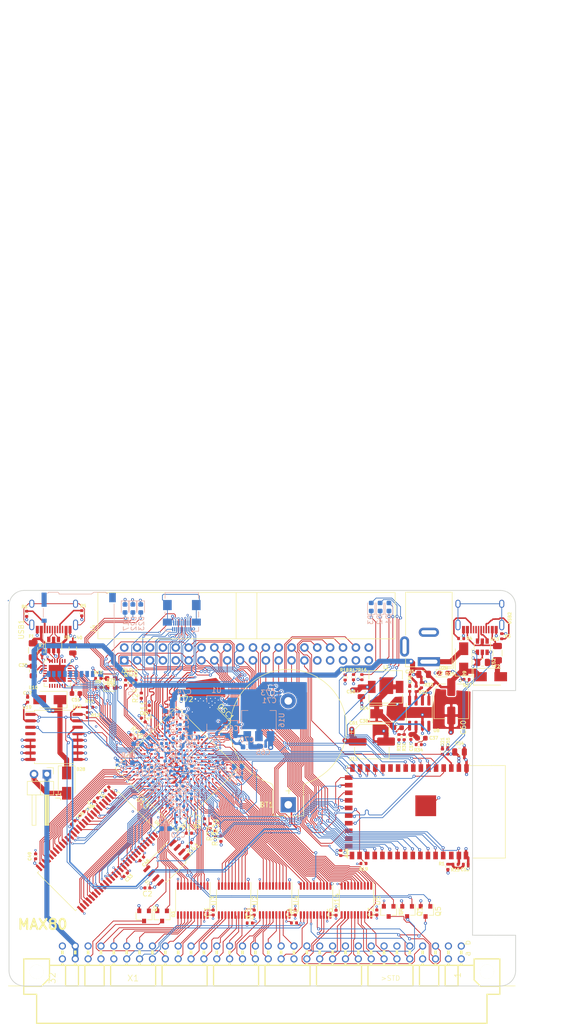
<source format=kicad_pcb>
(kicad_pcb (version 20171130) (host pcbnew 5.1.9-73d0e3b20d~88~ubuntu20.04.1)

  (general
    (thickness 1.6)
    (drawings 16)
    (tracks 4856)
    (zones 0)
    (modules 160)
    (nets 249)
  )

  (page A4)
  (title_block
    (title MAX80)
    (date 2021-01-31)
    (rev 0.01)
    (company "No name")
  )

  (layers
    (0 F.Cu signal)
    (1 In1.Cu power)
    (2 In2.Cu signal)
    (31 B.Cu signal)
    (32 B.Adhes user)
    (33 F.Adhes user)
    (34 B.Paste user)
    (35 F.Paste user)
    (36 B.SilkS user)
    (37 F.SilkS user)
    (38 B.Mask user)
    (39 F.Mask user)
    (40 Dwgs.User user)
    (41 Cmts.User user)
    (42 Eco1.User user)
    (43 Eco2.User user)
    (44 Edge.Cuts user)
    (45 Margin user)
    (46 B.CrtYd user)
    (47 F.CrtYd user)
    (48 B.Fab user hide)
    (49 F.Fab user hide)
  )

  (setup
    (last_trace_width 0.3)
    (user_trace_width 0.15)
    (user_trace_width 0.3)
    (user_trace_width 0.5)
    (trace_clearance 0.15)
    (zone_clearance 0.15)
    (zone_45_only no)
    (trace_min 0.15)
    (via_size 0.6)
    (via_drill 0.3)
    (via_min_size 0.45)
    (via_min_drill 0.2)
    (user_via 0.45 0.2)
    (uvia_size 0.3)
    (uvia_drill 0.1)
    (uvias_allowed yes)
    (uvia_min_size 0.2)
    (uvia_min_drill 0.1)
    (edge_width 0.15)
    (segment_width 0.3)
    (pcb_text_width 0.3)
    (pcb_text_size 1.5 1.5)
    (mod_edge_width 0.15)
    (mod_text_size 1 1)
    (mod_text_width 0.15)
    (pad_size 0.46 0.4)
    (pad_drill 0)
    (pad_to_mask_clearance 0)
    (aux_axis_origin 0 0)
    (visible_elements FFFFFF7F)
    (pcbplotparams
      (layerselection 0x010fc_ffffffff)
      (usegerberextensions false)
      (usegerberattributes true)
      (usegerberadvancedattributes true)
      (creategerberjobfile true)
      (excludeedgelayer true)
      (linewidth 0.100000)
      (plotframeref false)
      (viasonmask false)
      (mode 1)
      (useauxorigin false)
      (hpglpennumber 1)
      (hpglpenspeed 20)
      (hpglpendiameter 15.000000)
      (psnegative false)
      (psa4output false)
      (plotreference true)
      (plotvalue true)
      (plotinvisibletext false)
      (padsonsilk false)
      (subtractmaskfromsilk false)
      (outputformat 1)
      (mirror false)
      (drillshape 0)
      (scaleselection 1)
      (outputdirectory "abc80_gerber"))
  )

  (net 0 "")
  (net 1 GND)
  (net 2 +5V)
  (net 3 "Net-(R5-Pad2)")
  (net 4 "Net-(R6-Pad2)")
  (net 5 "Net-(R7-Pad1)")
  (net 6 "Net-(U10-Pad5)")
  (net 7 "Net-(U10-Pad4)")
  (net 8 "Net-(U9-Pad4)")
  (net 9 "Net-(U9-Pad6)")
  (net 10 "Net-(USB1-Pad13)")
  (net 11 "Net-(BT1-Pad1)")
  (net 12 /A4)
  (net 13 /A3)
  (net 14 /A2)
  (net 15 /A1)
  (net 16 /A0)
  (net 17 /IO0)
  (net 18 /IO3)
  (net 19 /IO4)
  (net 20 /IO5)
  (net 21 /IO6)
  (net 22 /IO7)
  (net 23 /A11)
  (net 24 /IO9)
  (net 25 /A8)
  (net 26 /A7)
  (net 27 /A6)
  (net 28 /A5)
  (net 29 /A9)
  (net 30 /A10)
  (net 31 /A12)
  (net 32 /IO8)
  (net 33 /IO10)
  (net 34 /IO11)
  (net 35 /IO12)
  (net 36 /IO13)
  (net 37 /IO14)
  (net 38 /IO15)
  (net 39 /abc80bus/D7)
  (net 40 /abc80bus/D6)
  (net 41 /abc80bus/D5)
  (net 42 /abc80bus/D4)
  (net 43 /abc80bus/D3)
  (net 44 /abc80bus/D2)
  (net 45 /abc80bus/D1)
  (net 46 /abc80bus/D0)
  (net 47 /abc80bus/A8)
  (net 48 /abc80bus/A9)
  (net 49 /abc80bus/A10)
  (net 50 /abc80bus/A11)
  (net 51 /abc80bus/A12)
  (net 52 /abc80bus/A13)
  (net 53 /abc80bus/A14)
  (net 54 /abc80bus/A15)
  (net 55 /abc80bus/A7)
  (net 56 /abc80bus/A6)
  (net 57 /abc80bus/A5)
  (net 58 /abc80bus/A4)
  (net 59 /abc80bus/A3)
  (net 60 /abc80bus/A2)
  (net 61 /abc80bus/A1)
  (net 62 /abc80bus/A0)
  (net 63 /IO1)
  (net 64 /IO2)
  (net 65 /32KHZ)
  (net 66 /RTC_INT)
  (net 67 /abc80bus/ABC5V)
  (net 68 /SD_DAT1)
  (net 69 /SD_DAT3)
  (net 70 /SD_CMD)
  (net 71 /SD_CLK)
  (net 72 /SD_DAT0)
  (net 73 FPGA_TDI)
  (net 74 FPGA_TMS)
  (net 75 FPGA_TDO)
  (net 76 FPGA_TCK)
  (net 77 ABC_CLK_5)
  (net 78 /FPGA_SCL)
  (net 79 /FPGA_SDA)
  (net 80 FPGA_SPI_CLK)
  (net 81 FGPA_SPI_CS_ESP32)
  (net 82 INT_ESP32)
  (net 83 "Net-(C53-Pad1)")
  (net 84 "Net-(F2-Pad2)")
  (net 85 ESP32_TDO)
  (net 86 ESP32_TCK)
  (net 87 ESP32_TMS)
  (net 88 ESP32_IO0)
  (net 89 ESP32_RXD)
  (net 90 ESP32_TXD)
  (net 91 ESP32_EN)
  (net 92 "Net-(R3-Pad2)")
  (net 93 "Net-(R4-Pad2)")
  (net 94 /ESP32/USB_D-)
  (net 95 /ESP32/USB_D+)
  (net 96 ESP32_TDI)
  (net 97 "Net-(U15-Pad6)")
  (net 98 "Net-(U15-Pad4)")
  (net 99 "Net-(USB2-Pad13)")
  (net 100 "Net-(D1-Pad2)")
  (net 101 "Net-(D1-Pad1)")
  (net 102 "Net-(D2-Pad2)")
  (net 103 "Net-(D2-Pad1)")
  (net 104 "Net-(D3-Pad2)")
  (net 105 "Net-(D3-Pad1)")
  (net 106 ESP32_SCL)
  (net 107 ESP32_SDA)
  (net 108 ESP32_CS2)
  (net 109 ESP32_CS0)
  (net 110 ESP32_MISO)
  (net 111 ESP32_SCK)
  (net 112 ESP32_MOSI)
  (net 113 ESP32_CS1)
  (net 114 /FPGA_USB_TXD)
  (net 115 /FPGA_USB_RXD)
  (net 116 /abc80bus/~CS)
  (net 117 /abc80bus/~C4)
  (net 118 /abc80bus/~C3)
  (net 119 /abc80bus/~C2)
  (net 120 /abc80bus/~C1)
  (net 121 /abc80bus/~OUT)
  (net 122 /abc80bus/~RST)
  (net 123 /abc80bus/~XMEMFL)
  (net 124 /abc80bus/~INP)
  (net 125 /abc80bus/~STATUS)
  (net 126 /abc80bus/~XINPSTB)
  (net 127 /abc80bus/~XOUTSTB)
  (net 128 AD0)
  (net 129 AD1)
  (net 130 AD2)
  (net 131 AD3)
  (net 132 AD4)
  (net 133 AD5)
  (net 134 AD6)
  (net 135 AD7)
  (net 136 /abc80bus/~RESIN)
  (net 137 /FPGA_LED1)
  (net 138 /FPGA_LED2)
  (net 139 /FPGA_LED3)
  (net 140 "Net-(D17-Pad2)")
  (net 141 "Net-(D22-Pad2)")
  (net 142 "Net-(D23-Pad2)")
  (net 143 FPGA_GPIO3)
  (net 144 FPGA_GPIO2)
  (net 145 FPGA_GPIO1)
  (net 146 FPGA_GPIO0)
  (net 147 FPGA_GPIO5)
  (net 148 FPGA_GPIO4)
  (net 149 "Net-(C36-Pad1)")
  (net 150 "Net-(C37-Pad2)")
  (net 151 "Net-(C37-Pad1)")
  (net 152 "Net-(C38-Pad2)")
  (net 153 "Net-(R32-Pad2)")
  (net 154 "Net-(R35-Pad2)")
  (net 155 "Net-(C38-Pad1)")
  (net 156 /abc80bus/READY)
  (net 157 /abc80bus/~NMI)
  (net 158 ~FPGA_READY)
  (net 159 FPGA_NMI)
  (net 160 "Net-(D26-Pad2)")
  (net 161 FPGA_RESIN)
  (net 162 /DQMH)
  (net 163 /CLK)
  (net 164 /CKE)
  (net 165 /BA1)
  (net 166 /BA0)
  (net 167 /DQML)
  (net 168 "Net-(D28-Pad2)")
  (net 169 "Net-(D25-Pad2)")
  (net 170 "Net-(F1-Pad2)")
  (net 171 /FPGA_USB_RTS)
  (net 172 /FPGA_USB_CTS)
  (net 173 /FPGA_USB_DTR)
  (net 174 "Net-(C39-Pad1)")
  (net 175 "Net-(C52-Pad1)")
  (net 176 /WE#)
  (net 177 /CAS#)
  (net 178 /RAS#)
  (net 179 /CS#)
  (net 180 "Net-(D29-Pad1)")
  (net 181 "Net-(D30-Pad1)")
  (net 182 +3V3)
  (net 183 +2V5)
  (net 184 +1V2)
  (net 185 "Net-(R13-Pad1)")
  (net 186 "Net-(R37-Pad2)")
  (net 187 "Net-(R38-Pad2)")
  (net 188 "Net-(R41-Pad2)")
  (net 189 DATA0)
  (net 190 ~CS_ABC_3V3)
  (net 191 ~OUT_ABC_3V3)
  (net 192 AD8)
  (net 193 ~C1_ABC_3V3)
  (net 194 AD9)
  (net 195 ~C2_ABC_3V3)
  (net 196 AD10)
  (net 197 ~C3_ABC_3V3)
  (net 198 ~C4_ABC_3V3)
  (net 199 AD11)
  (net 200 AD12)
  (net 201 AD13)
  (net 202 AD14)
  (net 203 AD15)
  (net 204 DLCK)
  (net 205 ASD0)
  (net 206 nCE0)
  (net 207 ~INP_ABC_3V3)
  (net 208 ~STATUS_ABC_3V3)
  (net 209 DD0)
  (net 210 DD1)
  (net 211 DD2)
  (net 212 DD3)
  (net 213 DD4)
  (net 214 DD5)
  (net 215 DD6)
  (net 216 DD7)
  (net 217 DD8)
  (net 218 ~XOUTSTB_ABC_3V3)
  (net 219 ~RST_ABC_3V3)
  (net 220 ~XMEMFL_ABC_3V3)
  (net 221 ~XINPSTB_ABC_3V3)
  (net 222 ABC_CLK_3V3)
  (net 223 DD9)
  (net 224 FPGA_SPI_MOSI)
  (net 225 FPGA_SPI_MISO)
  (net 226 /SD_DAT2)
  (net 227 CLK0n)
  (net 228 "Net-(J5-PadSH)")
  (net 229 HDMI_CK-)
  (net 230 HDMI_D0+)
  (net 231 HDMI_D1-)
  (net 232 HDMI_D2+)
  (net 233 HDMI_CK+)
  (net 234 HDMI_D0-)
  (net 235 HDMI_D1+)
  (net 236 HDMI_D2-)
  (net 237 HDMI_SDA)
  (net 238 HDMI_HPD)
  (net 239 HDMI_SCL)
  (net 240 FPGA_JTAGEN)
  (net 241 FLASH_CS#)
  (net 242 /abc80bus/~INT)
  (net 243 /abc80bus/~XMEMW800)
  (net 244 /abc80bus/~XMEMW80)
  (net 245 INT_ABC_3V3)
  (net 246 INT800_ABC_3V3)
  (net 247 ~XMEMW80_ABC_3V3)
  (net 248 ~XMEMW800_ABC_3V3)

  (net_class Default "This is the default net class."
    (clearance 0.15)
    (trace_width 0.15)
    (via_dia 0.6)
    (via_drill 0.3)
    (uvia_dia 0.3)
    (uvia_drill 0.1)
    (add_net +1V2)
    (add_net +2V5)
    (add_net +3V3)
    (add_net +5V)
    (add_net /32KHZ)
    (add_net /A0)
    (add_net /A1)
    (add_net /A10)
    (add_net /A11)
    (add_net /A12)
    (add_net /A2)
    (add_net /A3)
    (add_net /A4)
    (add_net /A5)
    (add_net /A6)
    (add_net /A7)
    (add_net /A8)
    (add_net /A9)
    (add_net /BA0)
    (add_net /BA1)
    (add_net /CAS#)
    (add_net /CKE)
    (add_net /CLK)
    (add_net /CS#)
    (add_net /DQMH)
    (add_net /DQML)
    (add_net /ESP32/USB_D+)
    (add_net /ESP32/USB_D-)
    (add_net /FPGA_LED1)
    (add_net /FPGA_LED2)
    (add_net /FPGA_LED3)
    (add_net /FPGA_SCL)
    (add_net /FPGA_SDA)
    (add_net /FPGA_USB_CTS)
    (add_net /FPGA_USB_DTR)
    (add_net /FPGA_USB_RTS)
    (add_net /FPGA_USB_RXD)
    (add_net /FPGA_USB_TXD)
    (add_net /IO0)
    (add_net /IO1)
    (add_net /IO10)
    (add_net /IO11)
    (add_net /IO12)
    (add_net /IO13)
    (add_net /IO14)
    (add_net /IO15)
    (add_net /IO2)
    (add_net /IO3)
    (add_net /IO4)
    (add_net /IO5)
    (add_net /IO6)
    (add_net /IO7)
    (add_net /IO8)
    (add_net /IO9)
    (add_net /RAS#)
    (add_net /RTC_INT)
    (add_net /SD_CLK)
    (add_net /SD_CMD)
    (add_net /SD_DAT0)
    (add_net /SD_DAT1)
    (add_net /SD_DAT2)
    (add_net /SD_DAT3)
    (add_net /WE#)
    (add_net /abc80bus/A0)
    (add_net /abc80bus/A1)
    (add_net /abc80bus/A10)
    (add_net /abc80bus/A11)
    (add_net /abc80bus/A12)
    (add_net /abc80bus/A13)
    (add_net /abc80bus/A14)
    (add_net /abc80bus/A15)
    (add_net /abc80bus/A2)
    (add_net /abc80bus/A3)
    (add_net /abc80bus/A4)
    (add_net /abc80bus/A5)
    (add_net /abc80bus/A6)
    (add_net /abc80bus/A7)
    (add_net /abc80bus/A8)
    (add_net /abc80bus/A9)
    (add_net /abc80bus/ABC5V)
    (add_net /abc80bus/D0)
    (add_net /abc80bus/D1)
    (add_net /abc80bus/D2)
    (add_net /abc80bus/D3)
    (add_net /abc80bus/D4)
    (add_net /abc80bus/D5)
    (add_net /abc80bus/D6)
    (add_net /abc80bus/D7)
    (add_net /abc80bus/READY)
    (add_net /abc80bus/~C1)
    (add_net /abc80bus/~C2)
    (add_net /abc80bus/~C3)
    (add_net /abc80bus/~C4)
    (add_net /abc80bus/~CS)
    (add_net /abc80bus/~INP)
    (add_net /abc80bus/~INT)
    (add_net /abc80bus/~NMI)
    (add_net /abc80bus/~OUT)
    (add_net /abc80bus/~RESIN)
    (add_net /abc80bus/~RST)
    (add_net /abc80bus/~STATUS)
    (add_net /abc80bus/~XINPSTB)
    (add_net /abc80bus/~XMEMFL)
    (add_net /abc80bus/~XMEMW80)
    (add_net /abc80bus/~XMEMW800)
    (add_net /abc80bus/~XOUTSTB)
    (add_net ABC_CLK_3V3)
    (add_net ABC_CLK_5)
    (add_net AD0)
    (add_net AD1)
    (add_net AD10)
    (add_net AD11)
    (add_net AD12)
    (add_net AD13)
    (add_net AD14)
    (add_net AD15)
    (add_net AD2)
    (add_net AD3)
    (add_net AD4)
    (add_net AD5)
    (add_net AD6)
    (add_net AD7)
    (add_net AD8)
    (add_net AD9)
    (add_net ASD0)
    (add_net CLK0n)
    (add_net DATA0)
    (add_net DD0)
    (add_net DD1)
    (add_net DD2)
    (add_net DD3)
    (add_net DD4)
    (add_net DD5)
    (add_net DD6)
    (add_net DD7)
    (add_net DD8)
    (add_net DD9)
    (add_net DLCK)
    (add_net ESP32_CS0)
    (add_net ESP32_CS1)
    (add_net ESP32_CS2)
    (add_net ESP32_EN)
    (add_net ESP32_IO0)
    (add_net ESP32_MISO)
    (add_net ESP32_MOSI)
    (add_net ESP32_RXD)
    (add_net ESP32_SCK)
    (add_net ESP32_SCL)
    (add_net ESP32_SDA)
    (add_net ESP32_TCK)
    (add_net ESP32_TDI)
    (add_net ESP32_TDO)
    (add_net ESP32_TMS)
    (add_net ESP32_TXD)
    (add_net FGPA_SPI_CS_ESP32)
    (add_net FLASH_CS#)
    (add_net FPGA_GPIO0)
    (add_net FPGA_GPIO1)
    (add_net FPGA_GPIO2)
    (add_net FPGA_GPIO3)
    (add_net FPGA_GPIO4)
    (add_net FPGA_GPIO5)
    (add_net FPGA_JTAGEN)
    (add_net FPGA_NMI)
    (add_net FPGA_RESIN)
    (add_net FPGA_SPI_CLK)
    (add_net FPGA_SPI_MISO)
    (add_net FPGA_SPI_MOSI)
    (add_net FPGA_TCK)
    (add_net FPGA_TDI)
    (add_net FPGA_TDO)
    (add_net FPGA_TMS)
    (add_net GND)
    (add_net HDMI_CK+)
    (add_net HDMI_CK-)
    (add_net HDMI_D0+)
    (add_net HDMI_D0-)
    (add_net HDMI_D1+)
    (add_net HDMI_D1-)
    (add_net HDMI_D2+)
    (add_net HDMI_D2-)
    (add_net HDMI_HPD)
    (add_net HDMI_SCL)
    (add_net HDMI_SDA)
    (add_net INT800_ABC_3V3)
    (add_net INT_ABC_3V3)
    (add_net INT_ESP32)
    (add_net "Net-(BT1-Pad1)")
    (add_net "Net-(C36-Pad1)")
    (add_net "Net-(C37-Pad1)")
    (add_net "Net-(C37-Pad2)")
    (add_net "Net-(C38-Pad1)")
    (add_net "Net-(C38-Pad2)")
    (add_net "Net-(C39-Pad1)")
    (add_net "Net-(C52-Pad1)")
    (add_net "Net-(C53-Pad1)")
    (add_net "Net-(D1-Pad1)")
    (add_net "Net-(D1-Pad2)")
    (add_net "Net-(D17-Pad2)")
    (add_net "Net-(D2-Pad1)")
    (add_net "Net-(D2-Pad2)")
    (add_net "Net-(D22-Pad2)")
    (add_net "Net-(D23-Pad2)")
    (add_net "Net-(D25-Pad2)")
    (add_net "Net-(D26-Pad2)")
    (add_net "Net-(D28-Pad2)")
    (add_net "Net-(D29-Pad1)")
    (add_net "Net-(D3-Pad1)")
    (add_net "Net-(D3-Pad2)")
    (add_net "Net-(D30-Pad1)")
    (add_net "Net-(F1-Pad2)")
    (add_net "Net-(F2-Pad2)")
    (add_net "Net-(J5-PadSH)")
    (add_net "Net-(R13-Pad1)")
    (add_net "Net-(R3-Pad2)")
    (add_net "Net-(R32-Pad2)")
    (add_net "Net-(R35-Pad2)")
    (add_net "Net-(R37-Pad2)")
    (add_net "Net-(R38-Pad2)")
    (add_net "Net-(R4-Pad2)")
    (add_net "Net-(R41-Pad2)")
    (add_net "Net-(R5-Pad2)")
    (add_net "Net-(R6-Pad2)")
    (add_net "Net-(R7-Pad1)")
    (add_net "Net-(U10-Pad4)")
    (add_net "Net-(U10-Pad5)")
    (add_net "Net-(U15-Pad4)")
    (add_net "Net-(U15-Pad6)")
    (add_net "Net-(U9-Pad4)")
    (add_net "Net-(U9-Pad6)")
    (add_net "Net-(USB1-Pad13)")
    (add_net "Net-(USB2-Pad13)")
    (add_net nCE0)
    (add_net ~C1_ABC_3V3)
    (add_net ~C2_ABC_3V3)
    (add_net ~C3_ABC_3V3)
    (add_net ~C4_ABC_3V3)
    (add_net ~CS_ABC_3V3)
    (add_net ~FPGA_READY)
    (add_net ~INP_ABC_3V3)
    (add_net ~OUT_ABC_3V3)
    (add_net ~RST_ABC_3V3)
    (add_net ~STATUS_ABC_3V3)
    (add_net ~XINPSTB_ABC_3V3)
    (add_net ~XMEMFL_ABC_3V3)
    (add_net ~XMEMW800_ABC_3V3)
    (add_net ~XMEMW80_ABC_3V3)
    (add_net ~XOUTSTB_ABC_3V3)
  )

  (module Package_TO_SOT_SMD:SOT-223-3_TabPin2 (layer B.Cu) (tedit 5A02FF57) (tstamp 608BAB44)
    (at 101.83 126.59 90)
    (descr "module CMS SOT223 4 pins")
    (tags "CMS SOT")
    (path /604B2191/672CF238)
    (zone_connect 2)
    (attr smd)
    (fp_text reference U16 (at 0 4.5 90) (layer B.SilkS)
      (effects (font (size 1 1) (thickness 0.15)) (justify mirror))
    )
    (fp_text value AMS1117-2.5 (at 0 -4.5 90) (layer B.Fab)
      (effects (font (size 1 1) (thickness 0.15)) (justify mirror))
    )
    (fp_line (start 1.85 3.35) (end 1.85 -3.35) (layer B.Fab) (width 0.1))
    (fp_line (start -1.85 -3.35) (end 1.85 -3.35) (layer B.Fab) (width 0.1))
    (fp_line (start -4.1 3.41) (end 1.91 3.41) (layer B.SilkS) (width 0.12))
    (fp_line (start -0.85 3.35) (end 1.85 3.35) (layer B.Fab) (width 0.1))
    (fp_line (start -1.85 -3.41) (end 1.91 -3.41) (layer B.SilkS) (width 0.12))
    (fp_line (start -1.85 2.35) (end -1.85 -3.35) (layer B.Fab) (width 0.1))
    (fp_line (start -1.85 2.35) (end -0.85 3.35) (layer B.Fab) (width 0.1))
    (fp_line (start -4.4 3.6) (end -4.4 -3.6) (layer B.CrtYd) (width 0.05))
    (fp_line (start -4.4 -3.6) (end 4.4 -3.6) (layer B.CrtYd) (width 0.05))
    (fp_line (start 4.4 -3.6) (end 4.4 3.6) (layer B.CrtYd) (width 0.05))
    (fp_line (start 4.4 3.6) (end -4.4 3.6) (layer B.CrtYd) (width 0.05))
    (fp_line (start 1.91 3.41) (end 1.91 2.15) (layer B.SilkS) (width 0.12))
    (fp_line (start 1.91 -3.41) (end 1.91 -2.15) (layer B.SilkS) (width 0.12))
    (fp_text user %R (at 0 0 180) (layer B.Fab)
      (effects (font (size 0.8 0.8) (thickness 0.12)) (justify mirror))
    )
    (pad 1 smd rect (at -3.15 2.3 90) (size 2 1.5) (layers B.Cu B.Paste B.Mask)
      (net 1 GND) (zone_connect 2))
    (pad 3 smd rect (at -3.15 -2.3 90) (size 2 1.5) (layers B.Cu B.Paste B.Mask)
      (net 182 +3V3) (zone_connect 2))
    (pad 2 smd rect (at -3.15 0 90) (size 2 1.5) (layers B.Cu B.Paste B.Mask)
      (net 183 +2V5) (zone_connect 2))
    (pad 2 smd rect (at 3.15 0 90) (size 2 3.8) (layers B.Cu B.Paste B.Mask)
      (net 183 +2V5) (zone_connect 2))
    (model ${KISYS3DMOD}/Package_TO_SOT_SMD.3dshapes/SOT-223.wrl
      (at (xyz 0 0 0))
      (scale (xyz 1 1 1))
      (rotate (xyz 0 0 0))
    )
  )

  (module Package_TO_SOT_SMD:SOT-223-3_TabPin2 (layer B.Cu) (tedit 5A02FF57) (tstamp 608BA4CA)
    (at 93.46 125.19 180)
    (descr "module CMS SOT223 4 pins")
    (tags "CMS SOT")
    (path /604B2191/672CD418)
    (zone_connect 2)
    (attr smd)
    (fp_text reference U1 (at 0 4.5) (layer B.SilkS)
      (effects (font (size 1 1) (thickness 0.15)) (justify mirror))
    )
    (fp_text value AMS1117-1.2 (at 0 -4.5) (layer B.Fab)
      (effects (font (size 1 1) (thickness 0.15)) (justify mirror))
    )
    (fp_line (start 1.85 3.35) (end 1.85 -3.35) (layer B.Fab) (width 0.1))
    (fp_line (start -1.85 -3.35) (end 1.85 -3.35) (layer B.Fab) (width 0.1))
    (fp_line (start -4.1 3.41) (end 1.91 3.41) (layer B.SilkS) (width 0.12))
    (fp_line (start -0.85 3.35) (end 1.85 3.35) (layer B.Fab) (width 0.1))
    (fp_line (start -1.85 -3.41) (end 1.91 -3.41) (layer B.SilkS) (width 0.12))
    (fp_line (start -1.85 2.35) (end -1.85 -3.35) (layer B.Fab) (width 0.1))
    (fp_line (start -1.85 2.35) (end -0.85 3.35) (layer B.Fab) (width 0.1))
    (fp_line (start -4.4 3.6) (end -4.4 -3.6) (layer B.CrtYd) (width 0.05))
    (fp_line (start -4.4 -3.6) (end 4.4 -3.6) (layer B.CrtYd) (width 0.05))
    (fp_line (start 4.4 -3.6) (end 4.4 3.6) (layer B.CrtYd) (width 0.05))
    (fp_line (start 4.4 3.6) (end -4.4 3.6) (layer B.CrtYd) (width 0.05))
    (fp_line (start 1.91 3.41) (end 1.91 2.15) (layer B.SilkS) (width 0.12))
    (fp_line (start 1.91 -3.41) (end 1.91 -2.15) (layer B.SilkS) (width 0.12))
    (fp_text user %R (at 0 0 270) (layer B.Fab)
      (effects (font (size 0.8 0.8) (thickness 0.12)) (justify mirror))
    )
    (pad 1 smd rect (at -3.15 2.3 180) (size 2 1.5) (layers B.Cu B.Paste B.Mask)
      (net 1 GND) (zone_connect 2))
    (pad 3 smd rect (at -3.15 -2.3 180) (size 2 1.5) (layers B.Cu B.Paste B.Mask)
      (net 182 +3V3) (zone_connect 2))
    (pad 2 smd rect (at -3.15 0 180) (size 2 1.5) (layers B.Cu B.Paste B.Mask)
      (net 184 +1V2) (zone_connect 2))
    (pad 2 smd rect (at 3.15 0 180) (size 2 3.8) (layers B.Cu B.Paste B.Mask)
      (net 184 +1V2) (zone_connect 2))
    (model ${KISYS3DMOD}/Package_TO_SOT_SMD.3dshapes/SOT-223.wrl
      (at (xyz 0 0 0))
      (scale (xyz 1 1 1))
      (rotate (xyz 0 0 0))
    )
  )

  (module Capacitor_SMD:C_0402_1005Metric (layer B.Cu) (tedit 5F68FEEE) (tstamp 608B994E)
    (at 87.1 122.15 180)
    (descr "Capacitor SMD 0402 (1005 Metric), square (rectangular) end terminal, IPC_7351 nominal, (Body size source: IPC-SM-782 page 76, https://www.pcb-3d.com/wordpress/wp-content/uploads/ipc-sm-782a_amendment_1_and_2.pdf), generated with kicad-footprint-generator")
    (tags capacitor)
    (path /604B2191/672F7260)
    (zone_connect 2)
    (attr smd)
    (fp_text reference C74 (at 0 1.16) (layer B.SilkS)
      (effects (font (size 1 1) (thickness 0.15)) (justify mirror))
    )
    (fp_text value 100nF (at 0 -1.16) (layer B.Fab)
      (effects (font (size 1 1) (thickness 0.15)) (justify mirror))
    )
    (fp_line (start 0.91 -0.46) (end -0.91 -0.46) (layer B.CrtYd) (width 0.05))
    (fp_line (start 0.91 0.46) (end 0.91 -0.46) (layer B.CrtYd) (width 0.05))
    (fp_line (start -0.91 0.46) (end 0.91 0.46) (layer B.CrtYd) (width 0.05))
    (fp_line (start -0.91 -0.46) (end -0.91 0.46) (layer B.CrtYd) (width 0.05))
    (fp_line (start -0.107836 -0.36) (end 0.107836 -0.36) (layer B.SilkS) (width 0.12))
    (fp_line (start -0.107836 0.36) (end 0.107836 0.36) (layer B.SilkS) (width 0.12))
    (fp_line (start 0.5 -0.25) (end -0.5 -0.25) (layer B.Fab) (width 0.1))
    (fp_line (start 0.5 0.25) (end 0.5 -0.25) (layer B.Fab) (width 0.1))
    (fp_line (start -0.5 0.25) (end 0.5 0.25) (layer B.Fab) (width 0.1))
    (fp_line (start -0.5 -0.25) (end -0.5 0.25) (layer B.Fab) (width 0.1))
    (fp_text user %R (at 0 0) (layer B.Fab)
      (effects (font (size 0.25 0.25) (thickness 0.04)) (justify mirror))
    )
    (pad 2 smd roundrect (at 0.48 0 180) (size 0.56 0.62) (layers B.Cu B.Paste B.Mask) (roundrect_rratio 0.25)
      (net 1 GND) (zone_connect 2))
    (pad 1 smd roundrect (at -0.48 0 180) (size 0.56 0.62) (layers B.Cu B.Paste B.Mask) (roundrect_rratio 0.25)
      (net 184 +1V2) (zone_connect 2))
    (model ${KISYS3DMOD}/Capacitor_SMD.3dshapes/C_0402_1005Metric.wrl
      (at (xyz 0 0 0))
      (scale (xyz 1 1 1))
      (rotate (xyz 0 0 0))
    )
  )

  (module Capacitor_SMD:C_0402_1005Metric (layer B.Cu) (tedit 5F68FEEE) (tstamp 608B993D)
    (at 103.6 120.02)
    (descr "Capacitor SMD 0402 (1005 Metric), square (rectangular) end terminal, IPC_7351 nominal, (Body size source: IPC-SM-782 page 76, https://www.pcb-3d.com/wordpress/wp-content/uploads/ipc-sm-782a_amendment_1_and_2.pdf), generated with kicad-footprint-generator")
    (tags capacitor)
    (path /604B2191/67327311)
    (zone_connect 2)
    (attr smd)
    (fp_text reference C73 (at 0 1.16) (layer B.SilkS)
      (effects (font (size 1 1) (thickness 0.15)) (justify mirror))
    )
    (fp_text value 100nF (at 0 -1.16) (layer B.Fab)
      (effects (font (size 1 1) (thickness 0.15)) (justify mirror))
    )
    (fp_line (start 0.91 -0.46) (end -0.91 -0.46) (layer B.CrtYd) (width 0.05))
    (fp_line (start 0.91 0.46) (end 0.91 -0.46) (layer B.CrtYd) (width 0.05))
    (fp_line (start -0.91 0.46) (end 0.91 0.46) (layer B.CrtYd) (width 0.05))
    (fp_line (start -0.91 -0.46) (end -0.91 0.46) (layer B.CrtYd) (width 0.05))
    (fp_line (start -0.107836 -0.36) (end 0.107836 -0.36) (layer B.SilkS) (width 0.12))
    (fp_line (start -0.107836 0.36) (end 0.107836 0.36) (layer B.SilkS) (width 0.12))
    (fp_line (start 0.5 -0.25) (end -0.5 -0.25) (layer B.Fab) (width 0.1))
    (fp_line (start 0.5 0.25) (end 0.5 -0.25) (layer B.Fab) (width 0.1))
    (fp_line (start -0.5 0.25) (end 0.5 0.25) (layer B.Fab) (width 0.1))
    (fp_line (start -0.5 -0.25) (end -0.5 0.25) (layer B.Fab) (width 0.1))
    (fp_text user %R (at 0 0) (layer B.Fab)
      (effects (font (size 0.25 0.25) (thickness 0.04)) (justify mirror))
    )
    (pad 2 smd roundrect (at 0.48 0) (size 0.56 0.62) (layers B.Cu B.Paste B.Mask) (roundrect_rratio 0.25)
      (net 1 GND) (zone_connect 2))
    (pad 1 smd roundrect (at -0.48 0) (size 0.56 0.62) (layers B.Cu B.Paste B.Mask) (roundrect_rratio 0.25)
      (net 183 +2V5) (zone_connect 2))
    (model ${KISYS3DMOD}/Capacitor_SMD.3dshapes/C_0402_1005Metric.wrl
      (at (xyz 0 0 0))
      (scale (xyz 1 1 1))
      (rotate (xyz 0 0 0))
    )
  )

  (module Capacitor_SMD:C_0603_1608Metric (layer F.Cu) (tedit 5F68FEEE) (tstamp 608B992C)
    (at 87.43 121.04 180)
    (descr "Capacitor SMD 0603 (1608 Metric), square (rectangular) end terminal, IPC_7351 nominal, (Body size source: IPC-SM-782 page 76, https://www.pcb-3d.com/wordpress/wp-content/uploads/ipc-sm-782a_amendment_1_and_2.pdf), generated with kicad-footprint-generator")
    (tags capacitor)
    (path /604B2191/672F463E)
    (zone_connect 2)
    (attr smd)
    (fp_text reference C72 (at 0 -1.43) (layer F.SilkS)
      (effects (font (size 1 1) (thickness 0.15)))
    )
    (fp_text value 47uF (at 0 1.43) (layer F.Fab)
      (effects (font (size 1 1) (thickness 0.15)))
    )
    (fp_line (start 1.48 0.73) (end -1.48 0.73) (layer F.CrtYd) (width 0.05))
    (fp_line (start 1.48 -0.73) (end 1.48 0.73) (layer F.CrtYd) (width 0.05))
    (fp_line (start -1.48 -0.73) (end 1.48 -0.73) (layer F.CrtYd) (width 0.05))
    (fp_line (start -1.48 0.73) (end -1.48 -0.73) (layer F.CrtYd) (width 0.05))
    (fp_line (start -0.14058 0.51) (end 0.14058 0.51) (layer F.SilkS) (width 0.12))
    (fp_line (start -0.14058 -0.51) (end 0.14058 -0.51) (layer F.SilkS) (width 0.12))
    (fp_line (start 0.8 0.4) (end -0.8 0.4) (layer F.Fab) (width 0.1))
    (fp_line (start 0.8 -0.4) (end 0.8 0.4) (layer F.Fab) (width 0.1))
    (fp_line (start -0.8 -0.4) (end 0.8 -0.4) (layer F.Fab) (width 0.1))
    (fp_line (start -0.8 0.4) (end -0.8 -0.4) (layer F.Fab) (width 0.1))
    (fp_text user %R (at 0 0) (layer F.Fab)
      (effects (font (size 0.4 0.4) (thickness 0.06)))
    )
    (pad 2 smd roundrect (at 0.775 0 180) (size 0.9 0.95) (layers F.Cu F.Paste F.Mask) (roundrect_rratio 0.25)
      (net 1 GND) (zone_connect 2))
    (pad 1 smd roundrect (at -0.775 0 180) (size 0.9 0.95) (layers F.Cu F.Paste F.Mask) (roundrect_rratio 0.25)
      (net 184 +1V2) (zone_connect 2))
    (model ${KISYS3DMOD}/Capacitor_SMD.3dshapes/C_0603_1608Metric.wrl
      (at (xyz 0 0 0))
      (scale (xyz 1 1 1))
      (rotate (xyz 0 0 0))
    )
  )

  (module Capacitor_SMD:C_0603_1608Metric (layer B.Cu) (tedit 5F68FEEE) (tstamp 608B991B)
    (at 103.88 121.28)
    (descr "Capacitor SMD 0603 (1608 Metric), square (rectangular) end terminal, IPC_7351 nominal, (Body size source: IPC-SM-782 page 76, https://www.pcb-3d.com/wordpress/wp-content/uploads/ipc-sm-782a_amendment_1_and_2.pdf), generated with kicad-footprint-generator")
    (tags capacitor)
    (path /604B2191/67326D2C)
    (zone_connect 2)
    (attr smd)
    (fp_text reference C71 (at 0 1.43) (layer B.SilkS)
      (effects (font (size 1 1) (thickness 0.15)) (justify mirror))
    )
    (fp_text value 47uF (at 0 -1.43) (layer B.Fab)
      (effects (font (size 1 1) (thickness 0.15)) (justify mirror))
    )
    (fp_line (start 1.48 -0.73) (end -1.48 -0.73) (layer B.CrtYd) (width 0.05))
    (fp_line (start 1.48 0.73) (end 1.48 -0.73) (layer B.CrtYd) (width 0.05))
    (fp_line (start -1.48 0.73) (end 1.48 0.73) (layer B.CrtYd) (width 0.05))
    (fp_line (start -1.48 -0.73) (end -1.48 0.73) (layer B.CrtYd) (width 0.05))
    (fp_line (start -0.14058 -0.51) (end 0.14058 -0.51) (layer B.SilkS) (width 0.12))
    (fp_line (start -0.14058 0.51) (end 0.14058 0.51) (layer B.SilkS) (width 0.12))
    (fp_line (start 0.8 -0.4) (end -0.8 -0.4) (layer B.Fab) (width 0.1))
    (fp_line (start 0.8 0.4) (end 0.8 -0.4) (layer B.Fab) (width 0.1))
    (fp_line (start -0.8 0.4) (end 0.8 0.4) (layer B.Fab) (width 0.1))
    (fp_line (start -0.8 -0.4) (end -0.8 0.4) (layer B.Fab) (width 0.1))
    (fp_text user %R (at 0 0) (layer B.Fab)
      (effects (font (size 0.4 0.4) (thickness 0.06)) (justify mirror))
    )
    (pad 2 smd roundrect (at 0.775 0) (size 0.9 0.95) (layers B.Cu B.Paste B.Mask) (roundrect_rratio 0.25)
      (net 1 GND) (zone_connect 2))
    (pad 1 smd roundrect (at -0.775 0) (size 0.9 0.95) (layers B.Cu B.Paste B.Mask) (roundrect_rratio 0.25)
      (net 183 +2V5) (zone_connect 2))
    (model ${KISYS3DMOD}/Capacitor_SMD.3dshapes/C_0603_1608Metric.wrl
      (at (xyz 0 0 0))
      (scale (xyz 1 1 1))
      (rotate (xyz 0 0 0))
    )
  )

  (module Capacitor_SMD:C_0603_1608Metric (layer B.Cu) (tedit 5F68FEEE) (tstamp 608B990A)
    (at 99.47 131.86 180)
    (descr "Capacitor SMD 0603 (1608 Metric), square (rectangular) end terminal, IPC_7351 nominal, (Body size source: IPC-SM-782 page 76, https://www.pcb-3d.com/wordpress/wp-content/uploads/ipc-sm-782a_amendment_1_and_2.pdf), generated with kicad-footprint-generator")
    (tags capacitor)
    (path /604B2191/672FA54F)
    (attr smd)
    (fp_text reference C70 (at 0 1.43) (layer B.SilkS)
      (effects (font (size 1 1) (thickness 0.15)) (justify mirror))
    )
    (fp_text value 47uF (at 0 -1.43) (layer B.Fab)
      (effects (font (size 1 1) (thickness 0.15)) (justify mirror))
    )
    (fp_line (start 1.48 -0.73) (end -1.48 -0.73) (layer B.CrtYd) (width 0.05))
    (fp_line (start 1.48 0.73) (end 1.48 -0.73) (layer B.CrtYd) (width 0.05))
    (fp_line (start -1.48 0.73) (end 1.48 0.73) (layer B.CrtYd) (width 0.05))
    (fp_line (start -1.48 -0.73) (end -1.48 0.73) (layer B.CrtYd) (width 0.05))
    (fp_line (start -0.14058 -0.51) (end 0.14058 -0.51) (layer B.SilkS) (width 0.12))
    (fp_line (start -0.14058 0.51) (end 0.14058 0.51) (layer B.SilkS) (width 0.12))
    (fp_line (start 0.8 -0.4) (end -0.8 -0.4) (layer B.Fab) (width 0.1))
    (fp_line (start 0.8 0.4) (end 0.8 -0.4) (layer B.Fab) (width 0.1))
    (fp_line (start -0.8 0.4) (end 0.8 0.4) (layer B.Fab) (width 0.1))
    (fp_line (start -0.8 -0.4) (end -0.8 0.4) (layer B.Fab) (width 0.1))
    (fp_text user %R (at 0 0) (layer B.Fab)
      (effects (font (size 0.4 0.4) (thickness 0.06)) (justify mirror))
    )
    (pad 2 smd roundrect (at 0.775 0 180) (size 0.9 0.95) (layers B.Cu B.Paste B.Mask) (roundrect_rratio 0.25)
      (net 1 GND))
    (pad 1 smd roundrect (at -0.775 0 180) (size 0.9 0.95) (layers B.Cu B.Paste B.Mask) (roundrect_rratio 0.25)
      (net 182 +3V3))
    (model ${KISYS3DMOD}/Capacitor_SMD.3dshapes/C_0603_1608Metric.wrl
      (at (xyz 0 0 0))
      (scale (xyz 1 1 1))
      (rotate (xyz 0 0 0))
    )
  )

  (module Capacitor_SMD:C_0603_1608Metric (layer B.Cu) (tedit 5F68FEEE) (tstamp 608B98B9)
    (at 96.41 129.63 180)
    (descr "Capacitor SMD 0603 (1608 Metric), square (rectangular) end terminal, IPC_7351 nominal, (Body size source: IPC-SM-782 page 76, https://www.pcb-3d.com/wordpress/wp-content/uploads/ipc-sm-782a_amendment_1_and_2.pdf), generated with kicad-footprint-generator")
    (tags capacitor)
    (path /604B2191/672F37BB)
    (attr smd)
    (fp_text reference C67 (at 0 1.43) (layer B.SilkS)
      (effects (font (size 1 1) (thickness 0.15)) (justify mirror))
    )
    (fp_text value 47uF (at 0 -1.43) (layer B.Fab)
      (effects (font (size 1 1) (thickness 0.15)) (justify mirror))
    )
    (fp_line (start 1.48 -0.73) (end -1.48 -0.73) (layer B.CrtYd) (width 0.05))
    (fp_line (start 1.48 0.73) (end 1.48 -0.73) (layer B.CrtYd) (width 0.05))
    (fp_line (start -1.48 0.73) (end 1.48 0.73) (layer B.CrtYd) (width 0.05))
    (fp_line (start -1.48 -0.73) (end -1.48 0.73) (layer B.CrtYd) (width 0.05))
    (fp_line (start -0.14058 -0.51) (end 0.14058 -0.51) (layer B.SilkS) (width 0.12))
    (fp_line (start -0.14058 0.51) (end 0.14058 0.51) (layer B.SilkS) (width 0.12))
    (fp_line (start 0.8 -0.4) (end -0.8 -0.4) (layer B.Fab) (width 0.1))
    (fp_line (start 0.8 0.4) (end 0.8 -0.4) (layer B.Fab) (width 0.1))
    (fp_line (start -0.8 0.4) (end 0.8 0.4) (layer B.Fab) (width 0.1))
    (fp_line (start -0.8 -0.4) (end -0.8 0.4) (layer B.Fab) (width 0.1))
    (fp_text user %R (at 0 0) (layer B.Fab)
      (effects (font (size 0.4 0.4) (thickness 0.06)) (justify mirror))
    )
    (pad 2 smd roundrect (at 0.775 0 180) (size 0.9 0.95) (layers B.Cu B.Paste B.Mask) (roundrect_rratio 0.25)
      (net 1 GND))
    (pad 1 smd roundrect (at -0.775 0 180) (size 0.9 0.95) (layers B.Cu B.Paste B.Mask) (roundrect_rratio 0.25)
      (net 182 +3V3))
    (model ${KISYS3DMOD}/Capacitor_SMD.3dshapes/C_0603_1608Metric.wrl
      (at (xyz 0 0 0))
      (scale (xyz 1 1 1))
      (rotate (xyz 0 0 0))
    )
  )

  (module Capacitor_SMD:C_0402_1005Metric (layer B.Cu) (tedit 5F68FEEE) (tstamp 608B9888)
    (at 102.68 131.74)
    (descr "Capacitor SMD 0402 (1005 Metric), square (rectangular) end terminal, IPC_7351 nominal, (Body size source: IPC-SM-782 page 76, https://www.pcb-3d.com/wordpress/wp-content/uploads/ipc-sm-782a_amendment_1_and_2.pdf), generated with kicad-footprint-generator")
    (tags capacitor)
    (path /604B2191/672FAB10)
    (attr smd)
    (fp_text reference C65 (at 0 1.16) (layer B.SilkS)
      (effects (font (size 1 1) (thickness 0.15)) (justify mirror))
    )
    (fp_text value 100nF (at 0 -1.16) (layer B.Fab)
      (effects (font (size 1 1) (thickness 0.15)) (justify mirror))
    )
    (fp_line (start 0.91 -0.46) (end -0.91 -0.46) (layer B.CrtYd) (width 0.05))
    (fp_line (start 0.91 0.46) (end 0.91 -0.46) (layer B.CrtYd) (width 0.05))
    (fp_line (start -0.91 0.46) (end 0.91 0.46) (layer B.CrtYd) (width 0.05))
    (fp_line (start -0.91 -0.46) (end -0.91 0.46) (layer B.CrtYd) (width 0.05))
    (fp_line (start -0.107836 -0.36) (end 0.107836 -0.36) (layer B.SilkS) (width 0.12))
    (fp_line (start -0.107836 0.36) (end 0.107836 0.36) (layer B.SilkS) (width 0.12))
    (fp_line (start 0.5 -0.25) (end -0.5 -0.25) (layer B.Fab) (width 0.1))
    (fp_line (start 0.5 0.25) (end 0.5 -0.25) (layer B.Fab) (width 0.1))
    (fp_line (start -0.5 0.25) (end 0.5 0.25) (layer B.Fab) (width 0.1))
    (fp_line (start -0.5 -0.25) (end -0.5 0.25) (layer B.Fab) (width 0.1))
    (fp_text user %R (at 0 0) (layer B.Fab)
      (effects (font (size 0.25 0.25) (thickness 0.04)) (justify mirror))
    )
    (pad 2 smd roundrect (at 0.48 0) (size 0.56 0.62) (layers B.Cu B.Paste B.Mask) (roundrect_rratio 0.25)
      (net 1 GND))
    (pad 1 smd roundrect (at -0.48 0) (size 0.56 0.62) (layers B.Cu B.Paste B.Mask) (roundrect_rratio 0.25)
      (net 182 +3V3))
    (model ${KISYS3DMOD}/Capacitor_SMD.3dshapes/C_0402_1005Metric.wrl
      (at (xyz 0 0 0))
      (scale (xyz 1 1 1))
      (rotate (xyz 0 0 0))
    )
  )

  (module Capacitor_SMD:C_0402_1005Metric (layer B.Cu) (tedit 5F68FEEE) (tstamp 608B9877)
    (at 93.95 129.39)
    (descr "Capacitor SMD 0402 (1005 Metric), square (rectangular) end terminal, IPC_7351 nominal, (Body size source: IPC-SM-782 page 76, https://www.pcb-3d.com/wordpress/wp-content/uploads/ipc-sm-782a_amendment_1_and_2.pdf), generated with kicad-footprint-generator")
    (tags capacitor)
    (path /604B2191/672F65A1)
    (attr smd)
    (fp_text reference C64 (at 0 1.16) (layer B.SilkS)
      (effects (font (size 1 1) (thickness 0.15)) (justify mirror))
    )
    (fp_text value 100nF (at 0 -1.16) (layer B.Fab)
      (effects (font (size 1 1) (thickness 0.15)) (justify mirror))
    )
    (fp_line (start 0.91 -0.46) (end -0.91 -0.46) (layer B.CrtYd) (width 0.05))
    (fp_line (start 0.91 0.46) (end 0.91 -0.46) (layer B.CrtYd) (width 0.05))
    (fp_line (start -0.91 0.46) (end 0.91 0.46) (layer B.CrtYd) (width 0.05))
    (fp_line (start -0.91 -0.46) (end -0.91 0.46) (layer B.CrtYd) (width 0.05))
    (fp_line (start -0.107836 -0.36) (end 0.107836 -0.36) (layer B.SilkS) (width 0.12))
    (fp_line (start -0.107836 0.36) (end 0.107836 0.36) (layer B.SilkS) (width 0.12))
    (fp_line (start 0.5 -0.25) (end -0.5 -0.25) (layer B.Fab) (width 0.1))
    (fp_line (start 0.5 0.25) (end 0.5 -0.25) (layer B.Fab) (width 0.1))
    (fp_line (start -0.5 0.25) (end 0.5 0.25) (layer B.Fab) (width 0.1))
    (fp_line (start -0.5 -0.25) (end -0.5 0.25) (layer B.Fab) (width 0.1))
    (fp_text user %R (at 0 0) (layer B.Fab)
      (effects (font (size 0.25 0.25) (thickness 0.04)) (justify mirror))
    )
    (pad 2 smd roundrect (at 0.48 0) (size 0.56 0.62) (layers B.Cu B.Paste B.Mask) (roundrect_rratio 0.25)
      (net 1 GND))
    (pad 1 smd roundrect (at -0.48 0) (size 0.56 0.62) (layers B.Cu B.Paste B.Mask) (roundrect_rratio 0.25)
      (net 182 +3V3))
    (model ${KISYS3DMOD}/Capacitor_SMD.3dshapes/C_0402_1005Metric.wrl
      (at (xyz 0 0 0))
      (scale (xyz 1 1 1))
      (rotate (xyz 0 0 0))
    )
  )

  (module Resistor_SMD:R_0402_1005Metric (layer F.Cu) (tedit 5F68FEEE) (tstamp 608A5B37)
    (at 78.61 121.75 90)
    (descr "Resistor SMD 0402 (1005 Metric), square (rectangular) end terminal, IPC_7351 nominal, (Body size source: IPC-SM-782 page 72, https://www.pcb-3d.com/wordpress/wp-content/uploads/ipc-sm-782a_amendment_1_and_2.pdf), generated with kicad-footprint-generator")
    (tags resistor)
    (path /66F72E4D)
    (attr smd)
    (fp_text reference R24 (at 0 -1.17 90) (layer F.SilkS)
      (effects (font (size 1 1) (thickness 0.15)))
    )
    (fp_text value 10k (at 0 1.17 90) (layer F.Fab)
      (effects (font (size 1 1) (thickness 0.15)))
    )
    (fp_line (start 0.93 0.47) (end -0.93 0.47) (layer F.CrtYd) (width 0.05))
    (fp_line (start 0.93 -0.47) (end 0.93 0.47) (layer F.CrtYd) (width 0.05))
    (fp_line (start -0.93 -0.47) (end 0.93 -0.47) (layer F.CrtYd) (width 0.05))
    (fp_line (start -0.93 0.47) (end -0.93 -0.47) (layer F.CrtYd) (width 0.05))
    (fp_line (start -0.153641 0.38) (end 0.153641 0.38) (layer F.SilkS) (width 0.12))
    (fp_line (start -0.153641 -0.38) (end 0.153641 -0.38) (layer F.SilkS) (width 0.12))
    (fp_line (start 0.525 0.27) (end -0.525 0.27) (layer F.Fab) (width 0.1))
    (fp_line (start 0.525 -0.27) (end 0.525 0.27) (layer F.Fab) (width 0.1))
    (fp_line (start -0.525 -0.27) (end 0.525 -0.27) (layer F.Fab) (width 0.1))
    (fp_line (start -0.525 0.27) (end -0.525 -0.27) (layer F.Fab) (width 0.1))
    (fp_text user %R (at 0 0 90) (layer F.Fab)
      (effects (font (size 0.26 0.26) (thickness 0.04)))
    )
    (pad 2 smd roundrect (at 0.51 0 90) (size 0.54 0.64) (layers F.Cu F.Paste F.Mask) (roundrect_rratio 0.25)
      (net 240 FPGA_JTAGEN))
    (pad 1 smd roundrect (at -0.51 0 90) (size 0.54 0.64) (layers F.Cu F.Paste F.Mask) (roundrect_rratio 0.25)
      (net 1 GND))
    (model ${KISYS3DMOD}/Resistor_SMD.3dshapes/R_0402_1005Metric.wrl
      (at (xyz 0 0 0))
      (scale (xyz 1 1 1))
      (rotate (xyz 0 0 0))
    )
  )

  (module Package_SO:TSSOP-20_4.4x6.5mm_P0.65mm (layer F.Cu) (tedit 5E476F32) (tstamp 6055C49A)
    (at 113.02 162.15 270)
    (descr "TSSOP, 20 Pin (JEDEC MO-153 Var AC https://www.jedec.org/document_search?search_api_views_fulltext=MO-153), generated with kicad-footprint-generator ipc_gullwing_generator.py")
    (tags "TSSOP SO")
    (path /6013B380/6277D5D4)
    (attr smd)
    (fp_text reference U14 (at 0 -4.2 90) (layer F.SilkS)
      (effects (font (size 1 1) (thickness 0.15)))
    )
    (fp_text value 74HC245 (at 0 4.2 90) (layer F.Fab)
      (effects (font (size 1 1) (thickness 0.15)))
    )
    (fp_line (start 0 3.385) (end 2.2 3.385) (layer F.SilkS) (width 0.12))
    (fp_line (start 0 3.385) (end -2.2 3.385) (layer F.SilkS) (width 0.12))
    (fp_line (start 0 -3.385) (end 2.2 -3.385) (layer F.SilkS) (width 0.12))
    (fp_line (start 0 -3.385) (end -3.6 -3.385) (layer F.SilkS) (width 0.12))
    (fp_line (start -1.2 -3.25) (end 2.2 -3.25) (layer F.Fab) (width 0.1))
    (fp_line (start 2.2 -3.25) (end 2.2 3.25) (layer F.Fab) (width 0.1))
    (fp_line (start 2.2 3.25) (end -2.2 3.25) (layer F.Fab) (width 0.1))
    (fp_line (start -2.2 3.25) (end -2.2 -2.25) (layer F.Fab) (width 0.1))
    (fp_line (start -2.2 -2.25) (end -1.2 -3.25) (layer F.Fab) (width 0.1))
    (fp_line (start -3.85 -3.5) (end -3.85 3.5) (layer F.CrtYd) (width 0.05))
    (fp_line (start -3.85 3.5) (end 3.85 3.5) (layer F.CrtYd) (width 0.05))
    (fp_line (start 3.85 3.5) (end 3.85 -3.5) (layer F.CrtYd) (width 0.05))
    (fp_line (start 3.85 -3.5) (end -3.85 -3.5) (layer F.CrtYd) (width 0.05))
    (fp_text user %R (at 0 0 90) (layer F.Fab)
      (effects (font (size 1 1) (thickness 0.15)))
    )
    (pad 20 smd roundrect (at 2.8625 -2.925 270) (size 1.475 0.4) (layers F.Cu F.Paste F.Mask) (roundrect_rratio 0.25)
      (net 182 +3V3))
    (pad 19 smd roundrect (at 2.8625 -2.275 270) (size 1.475 0.4) (layers F.Cu F.Paste F.Mask) (roundrect_rratio 0.25)
      (net 1 GND))
    (pad 18 smd roundrect (at 2.8625 -1.625 270) (size 1.475 0.4) (layers F.Cu F.Paste F.Mask) (roundrect_rratio 0.25)
      (net 123 /abc80bus/~XMEMFL))
    (pad 17 smd roundrect (at 2.8625 -0.975 270) (size 1.475 0.4) (layers F.Cu F.Paste F.Mask) (roundrect_rratio 0.25)
      (net 244 /abc80bus/~XMEMW80))
    (pad 16 smd roundrect (at 2.8625 -0.325 270) (size 1.475 0.4) (layers F.Cu F.Paste F.Mask) (roundrect_rratio 0.25)
      (net 243 /abc80bus/~XMEMW800))
    (pad 15 smd roundrect (at 2.8625 0.325 270) (size 1.475 0.4) (layers F.Cu F.Paste F.Mask) (roundrect_rratio 0.25))
    (pad 14 smd roundrect (at 2.8625 0.975 270) (size 1.475 0.4) (layers F.Cu F.Paste F.Mask) (roundrect_rratio 0.25)
      (net 77 ABC_CLK_5))
    (pad 13 smd roundrect (at 2.8625 1.625 270) (size 1.475 0.4) (layers F.Cu F.Paste F.Mask) (roundrect_rratio 0.25)
      (net 122 /abc80bus/~RST))
    (pad 12 smd roundrect (at 2.8625 2.275 270) (size 1.475 0.4) (layers F.Cu F.Paste F.Mask) (roundrect_rratio 0.25)
      (net 126 /abc80bus/~XINPSTB))
    (pad 11 smd roundrect (at 2.8625 2.925 270) (size 1.475 0.4) (layers F.Cu F.Paste F.Mask) (roundrect_rratio 0.25)
      (net 127 /abc80bus/~XOUTSTB))
    (pad 10 smd roundrect (at -2.8625 2.925 270) (size 1.475 0.4) (layers F.Cu F.Paste F.Mask) (roundrect_rratio 0.25)
      (net 1 GND))
    (pad 9 smd roundrect (at -2.8625 2.275 270) (size 1.475 0.4) (layers F.Cu F.Paste F.Mask) (roundrect_rratio 0.25)
      (net 218 ~XOUTSTB_ABC_3V3))
    (pad 8 smd roundrect (at -2.8625 1.625 270) (size 1.475 0.4) (layers F.Cu F.Paste F.Mask) (roundrect_rratio 0.25)
      (net 221 ~XINPSTB_ABC_3V3))
    (pad 7 smd roundrect (at -2.8625 0.975 270) (size 1.475 0.4) (layers F.Cu F.Paste F.Mask) (roundrect_rratio 0.25)
      (net 219 ~RST_ABC_3V3))
    (pad 6 smd roundrect (at -2.8625 0.325 270) (size 1.475 0.4) (layers F.Cu F.Paste F.Mask) (roundrect_rratio 0.25)
      (net 222 ABC_CLK_3V3))
    (pad 5 smd roundrect (at -2.8625 -0.325 270) (size 1.475 0.4) (layers F.Cu F.Paste F.Mask) (roundrect_rratio 0.25))
    (pad 4 smd roundrect (at -2.8625 -0.975 270) (size 1.475 0.4) (layers F.Cu F.Paste F.Mask) (roundrect_rratio 0.25)
      (net 248 ~XMEMW800_ABC_3V3))
    (pad 3 smd roundrect (at -2.8625 -1.625 270) (size 1.475 0.4) (layers F.Cu F.Paste F.Mask) (roundrect_rratio 0.25)
      (net 247 ~XMEMW80_ABC_3V3))
    (pad 2 smd roundrect (at -2.8625 -2.275 270) (size 1.475 0.4) (layers F.Cu F.Paste F.Mask) (roundrect_rratio 0.25)
      (net 220 ~XMEMFL_ABC_3V3))
    (pad 1 smd roundrect (at -2.8625 -2.925 270) (size 1.475 0.4) (layers F.Cu F.Paste F.Mask) (roundrect_rratio 0.25)
      (net 1 GND))
    (model ${KISYS3DMOD}/Package_SO.3dshapes/TSSOP-20_4.4x6.5mm_P0.65mm.wrl
      (at (xyz 0 0 0))
      (scale (xyz 1 1 1))
      (rotate (xyz 0 0 0))
    )
  )

  (module Package_TO_SOT_SMD:SOT-23 (layer F.Cu) (tedit 5A02FF57) (tstamp 6089C3FD)
    (at 134.72 164.3 270)
    (descr "SOT-23, Standard")
    (tags SOT-23)
    (path /6013B380/66CDB068)
    (attr smd)
    (fp_text reference Q5 (at 0 -2.5 90) (layer F.SilkS)
      (effects (font (size 1 1) (thickness 0.15)))
    )
    (fp_text value AO3400A (at 0 2.5 90) (layer F.Fab)
      (effects (font (size 1 1) (thickness 0.15)))
    )
    (fp_line (start 0.76 1.58) (end -0.7 1.58) (layer F.SilkS) (width 0.12))
    (fp_line (start 0.76 -1.58) (end -1.4 -1.58) (layer F.SilkS) (width 0.12))
    (fp_line (start -1.7 1.75) (end -1.7 -1.75) (layer F.CrtYd) (width 0.05))
    (fp_line (start 1.7 1.75) (end -1.7 1.75) (layer F.CrtYd) (width 0.05))
    (fp_line (start 1.7 -1.75) (end 1.7 1.75) (layer F.CrtYd) (width 0.05))
    (fp_line (start -1.7 -1.75) (end 1.7 -1.75) (layer F.CrtYd) (width 0.05))
    (fp_line (start 0.76 -1.58) (end 0.76 -0.65) (layer F.SilkS) (width 0.12))
    (fp_line (start 0.76 1.58) (end 0.76 0.65) (layer F.SilkS) (width 0.12))
    (fp_line (start -0.7 1.52) (end 0.7 1.52) (layer F.Fab) (width 0.1))
    (fp_line (start 0.7 -1.52) (end 0.7 1.52) (layer F.Fab) (width 0.1))
    (fp_line (start -0.7 -0.95) (end -0.15 -1.52) (layer F.Fab) (width 0.1))
    (fp_line (start -0.15 -1.52) (end 0.7 -1.52) (layer F.Fab) (width 0.1))
    (fp_line (start -0.7 -0.95) (end -0.7 1.5) (layer F.Fab) (width 0.1))
    (fp_text user %R (at 0 0) (layer F.Fab)
      (effects (font (size 0.5 0.5) (thickness 0.075)))
    )
    (pad 3 smd rect (at 1 0 270) (size 0.9 0.8) (layers F.Cu F.Paste F.Mask)
      (net 244 /abc80bus/~XMEMW80))
    (pad 2 smd rect (at -1 0.95 270) (size 0.9 0.8) (layers F.Cu F.Paste F.Mask)
      (net 1 GND))
    (pad 1 smd rect (at -1 -0.95 270) (size 0.9 0.8) (layers F.Cu F.Paste F.Mask)
      (net 246 INT800_ABC_3V3))
    (model ${KISYS3DMOD}/Package_TO_SOT_SMD.3dshapes/SOT-23.wrl
      (at (xyz 0 0 0))
      (scale (xyz 1 1 1))
      (rotate (xyz 0 0 0))
    )
  )

  (module Package_TO_SOT_SMD:SOT-23 (layer F.Cu) (tedit 5A02FF57) (tstamp 6089C370)
    (at 131.08 164.3 270)
    (descr "SOT-23, Standard")
    (tags SOT-23)
    (path /6013B380/66D2EFA8)
    (attr smd)
    (fp_text reference Q1 (at 0 -2.5 90) (layer F.SilkS)
      (effects (font (size 1 1) (thickness 0.15)))
    )
    (fp_text value AO3400A (at 0 2.5 90) (layer F.Fab)
      (effects (font (size 1 1) (thickness 0.15)))
    )
    (fp_line (start 0.76 1.58) (end -0.7 1.58) (layer F.SilkS) (width 0.12))
    (fp_line (start 0.76 -1.58) (end -1.4 -1.58) (layer F.SilkS) (width 0.12))
    (fp_line (start -1.7 1.75) (end -1.7 -1.75) (layer F.CrtYd) (width 0.05))
    (fp_line (start 1.7 1.75) (end -1.7 1.75) (layer F.CrtYd) (width 0.05))
    (fp_line (start 1.7 -1.75) (end 1.7 1.75) (layer F.CrtYd) (width 0.05))
    (fp_line (start -1.7 -1.75) (end 1.7 -1.75) (layer F.CrtYd) (width 0.05))
    (fp_line (start 0.76 -1.58) (end 0.76 -0.65) (layer F.SilkS) (width 0.12))
    (fp_line (start 0.76 1.58) (end 0.76 0.65) (layer F.SilkS) (width 0.12))
    (fp_line (start -0.7 1.52) (end 0.7 1.52) (layer F.Fab) (width 0.1))
    (fp_line (start 0.7 -1.52) (end 0.7 1.52) (layer F.Fab) (width 0.1))
    (fp_line (start -0.7 -0.95) (end -0.15 -1.52) (layer F.Fab) (width 0.1))
    (fp_line (start -0.15 -1.52) (end 0.7 -1.52) (layer F.Fab) (width 0.1))
    (fp_line (start -0.7 -0.95) (end -0.7 1.5) (layer F.Fab) (width 0.1))
    (fp_text user %R (at 0 0) (layer F.Fab)
      (effects (font (size 0.5 0.5) (thickness 0.075)))
    )
    (pad 3 smd rect (at 1 0 270) (size 0.9 0.8) (layers F.Cu F.Paste F.Mask)
      (net 242 /abc80bus/~INT))
    (pad 2 smd rect (at -1 0.95 270) (size 0.9 0.8) (layers F.Cu F.Paste F.Mask)
      (net 1 GND))
    (pad 1 smd rect (at -1 -0.95 270) (size 0.9 0.8) (layers F.Cu F.Paste F.Mask)
      (net 245 INT_ABC_3V3))
    (model ${KISYS3DMOD}/Package_TO_SOT_SMD.3dshapes/SOT-23.wrl
      (at (xyz 0 0 0))
      (scale (xyz 1 1 1))
      (rotate (xyz 0 0 0))
    )
  )

  (module max80:Oscillator_SMD_Abracon_ASE-4Pin_3.2x2.5mm (layer F.Cu) (tedit 601D35AB) (tstamp 6025F54E)
    (at 93.820901 126.744175 135)
    (descr "Miniature Crystal Clock Oscillator Abracon ASE series, http://www.abracon.com/Oscillators/ASEseries.pdf, 3.2x2.5mm^2 package")
    (tags "SMD SMT crystal oscillator")
    (path /57BABF34)
    (attr smd)
    (fp_text reference OSC1 (at 0.201738 2.292794 315) (layer F.SilkS)
      (effects (font (size 1 1) (thickness 0.15)))
    )
    (fp_text value "EPSON Q33310 48 MHz" (at 0 2.450001 315) (layer F.Fab)
      (effects (font (size 1 1) (thickness 0.15)))
    )
    (fp_line (start -1.5 -1.25) (end 1.5 -1.25) (layer F.Fab) (width 0.1))
    (fp_line (start 1.5 -1.25) (end 1.6 -1.15) (layer F.Fab) (width 0.1))
    (fp_line (start 1.6 -1.15) (end 1.6 1.15) (layer F.Fab) (width 0.1))
    (fp_line (start 1.6 1.15) (end 1.5 1.25) (layer F.Fab) (width 0.1))
    (fp_line (start 1.5 1.25) (end -1.5 1.25) (layer F.Fab) (width 0.1))
    (fp_line (start -1.5 1.25) (end -1.6 1.15) (layer F.Fab) (width 0.1))
    (fp_line (start -1.6 1.15) (end -1.6 -1.15) (layer F.Fab) (width 0.1))
    (fp_line (start -1.6 -1.15) (end -1.5 -1.25) (layer F.Fab) (width 0.1))
    (fp_line (start -1.6 0.25) (end -0.6 1.25) (layer F.Fab) (width 0.1))
    (fp_line (start -1.9 -1.575) (end -1.9 1.575) (layer F.SilkS) (width 0.12))
    (fp_line (start -1.9 1.575) (end 1.9 1.575) (layer F.SilkS) (width 0.12))
    (fp_line (start -2 -1.7) (end -2 1.7) (layer F.CrtYd) (width 0.05))
    (fp_line (start -2 1.7) (end 2 1.7) (layer F.CrtYd) (width 0.05))
    (fp_line (start 2 1.7) (end 2 -1.7) (layer F.CrtYd) (width 0.05))
    (fp_line (start 2 -1.7) (end -2 -1.7) (layer F.CrtYd) (width 0.05))
    (fp_circle (center 0 0) (end 0.25 0) (layer F.Adhes) (width 0.1))
    (fp_circle (center 0 0) (end 0.208333 0) (layer F.Adhes) (width 0.083333))
    (fp_circle (center 0 0) (end 0.133333 0) (layer F.Adhes) (width 0.083333))
    (fp_circle (center 0 0) (end 0.058333 0) (layer F.Adhes) (width 0.116667))
    (fp_text user %R (at 0 0 315) (layer F.Fab)
      (effects (font (size 0.7 0.7) (thickness 0.105)))
    )
    (pad 4 smd rect (at -1.05 -0.825 135) (size 1.3 1.1) (layers F.Cu F.Paste F.Mask)
      (net 182 +3V3))
    (pad 3 smd rect (at 1.05 -0.825 135) (size 1.3 1.1) (layers F.Cu F.Paste F.Mask)
      (net 227 CLK0n))
    (pad 2 smd rect (at 1.05 0.825 135) (size 1.3 1.1) (layers F.Cu F.Paste F.Mask)
      (net 1 GND))
    (pad 1 smd rect (at -1.05 0.825 135) (size 1.3 1.1) (layers F.Cu F.Paste F.Mask)
      (net 182 +3V3))
    (model ${KISYS3DMOD}/Oscillator.3dshapes/Oscillator_SMD_Abracon_ASE-4Pin_3.2x2.5mm.wrl
      (at (xyz 0 0 0))
      (scale (xyz 1 1 1))
      (rotate (xyz 0 0 0))
    )
    (model "3d-models/3225 SMD Crystal Oscillator.STEP"
      (at (xyz 0 0 0))
      (scale (xyz 1 1 1))
      (rotate (xyz 90 180 180))
    )
  )

  (module Capacitor_SMD:C_0603_1608Metric (layer B.Cu) (tedit 5F68FEEE) (tstamp 6085A76A)
    (at 83.41 147.98 180)
    (descr "Capacitor SMD 0603 (1608 Metric), square (rectangular) end terminal, IPC_7351 nominal, (Body size source: IPC-SM-782 page 76, https://www.pcb-3d.com/wordpress/wp-content/uploads/ipc-sm-782a_amendment_1_and_2.pdf), generated with kicad-footprint-generator")
    (tags capacitor)
    (path /604B2191/65ECB149)
    (zone_connect 2)
    (attr smd)
    (fp_text reference C69 (at 0 1.43 180) (layer B.SilkS)
      (effects (font (size 1 1) (thickness 0.15)) (justify mirror))
    )
    (fp_text value 47uF (at 0 -1.43 180) (layer B.Fab)
      (effects (font (size 1 1) (thickness 0.15)) (justify mirror))
    )
    (fp_line (start -0.8 -0.4) (end -0.8 0.4) (layer B.Fab) (width 0.1))
    (fp_line (start -0.8 0.4) (end 0.8 0.4) (layer B.Fab) (width 0.1))
    (fp_line (start 0.8 0.4) (end 0.8 -0.4) (layer B.Fab) (width 0.1))
    (fp_line (start 0.8 -0.4) (end -0.8 -0.4) (layer B.Fab) (width 0.1))
    (fp_line (start -0.14058 0.51) (end 0.14058 0.51) (layer B.SilkS) (width 0.12))
    (fp_line (start -0.14058 -0.51) (end 0.14058 -0.51) (layer B.SilkS) (width 0.12))
    (fp_line (start -1.48 -0.73) (end -1.48 0.73) (layer B.CrtYd) (width 0.05))
    (fp_line (start -1.48 0.73) (end 1.48 0.73) (layer B.CrtYd) (width 0.05))
    (fp_line (start 1.48 0.73) (end 1.48 -0.73) (layer B.CrtYd) (width 0.05))
    (fp_line (start 1.48 -0.73) (end -1.48 -0.73) (layer B.CrtYd) (width 0.05))
    (fp_text user %R (at 0 0 180) (layer B.Fab)
      (effects (font (size 0.4 0.4) (thickness 0.06)) (justify mirror))
    )
    (pad 2 smd roundrect (at 0.775 0 180) (size 0.9 0.95) (layers B.Cu B.Paste B.Mask) (roundrect_rratio 0.25)
      (net 1 GND) (zone_connect 2))
    (pad 1 smd roundrect (at -0.775 0 180) (size 0.9 0.95) (layers B.Cu B.Paste B.Mask) (roundrect_rratio 0.25)
      (net 182 +3V3) (zone_connect 2))
    (model ${KISYS3DMOD}/Capacitor_SMD.3dshapes/C_0603_1608Metric.wrl
      (at (xyz 0 0 0))
      (scale (xyz 1 1 1))
      (rotate (xyz 0 0 0))
    )
  )

  (module Capacitor_SMD:C_0603_1608Metric (layer B.Cu) (tedit 5F68FEEE) (tstamp 6085A759)
    (at 76.07 134.97 180)
    (descr "Capacitor SMD 0603 (1608 Metric), square (rectangular) end terminal, IPC_7351 nominal, (Body size source: IPC-SM-782 page 76, https://www.pcb-3d.com/wordpress/wp-content/uploads/ipc-sm-782a_amendment_1_and_2.pdf), generated with kicad-footprint-generator")
    (tags capacitor)
    (path /604B2191/65ECB13E)
    (attr smd)
    (fp_text reference C68 (at 0 1.43) (layer B.SilkS)
      (effects (font (size 1 1) (thickness 0.15)) (justify mirror))
    )
    (fp_text value 47uF (at 0 -1.43) (layer B.Fab)
      (effects (font (size 1 1) (thickness 0.15)) (justify mirror))
    )
    (fp_line (start -0.8 -0.4) (end -0.8 0.4) (layer B.Fab) (width 0.1))
    (fp_line (start -0.8 0.4) (end 0.8 0.4) (layer B.Fab) (width 0.1))
    (fp_line (start 0.8 0.4) (end 0.8 -0.4) (layer B.Fab) (width 0.1))
    (fp_line (start 0.8 -0.4) (end -0.8 -0.4) (layer B.Fab) (width 0.1))
    (fp_line (start -0.14058 0.51) (end 0.14058 0.51) (layer B.SilkS) (width 0.12))
    (fp_line (start -0.14058 -0.51) (end 0.14058 -0.51) (layer B.SilkS) (width 0.12))
    (fp_line (start -1.48 -0.73) (end -1.48 0.73) (layer B.CrtYd) (width 0.05))
    (fp_line (start -1.48 0.73) (end 1.48 0.73) (layer B.CrtYd) (width 0.05))
    (fp_line (start 1.48 0.73) (end 1.48 -0.73) (layer B.CrtYd) (width 0.05))
    (fp_line (start 1.48 -0.73) (end -1.48 -0.73) (layer B.CrtYd) (width 0.05))
    (fp_text user %R (at 0 0) (layer B.Fab)
      (effects (font (size 0.4 0.4) (thickness 0.06)) (justify mirror))
    )
    (pad 2 smd roundrect (at 0.775 0 180) (size 0.9 0.95) (layers B.Cu B.Paste B.Mask) (roundrect_rratio 0.25)
      (net 1 GND))
    (pad 1 smd roundrect (at -0.775 0 180) (size 0.9 0.95) (layers B.Cu B.Paste B.Mask) (roundrect_rratio 0.25)
      (net 182 +3V3))
    (model ${KISYS3DMOD}/Capacitor_SMD.3dshapes/C_0603_1608Metric.wrl
      (at (xyz 0 0 0))
      (scale (xyz 1 1 1))
      (rotate (xyz 0 0 0))
    )
  )

  (module Capacitor_SMD:C_0603_1608Metric (layer B.Cu) (tedit 5F68FEEE) (tstamp 60801197)
    (at 79.42 129.51 135)
    (descr "Capacitor SMD 0603 (1608 Metric), square (rectangular) end terminal, IPC_7351 nominal, (Body size source: IPC-SM-782 page 76, https://www.pcb-3d.com/wordpress/wp-content/uploads/ipc-sm-782a_amendment_1_and_2.pdf), generated with kicad-footprint-generator")
    (tags capacitor)
    (path /604B2191/65C73D10)
    (zone_connect 2)
    (attr smd)
    (fp_text reference C62 (at 0 1.43 315) (layer B.SilkS)
      (effects (font (size 1 1) (thickness 0.15)) (justify mirror))
    )
    (fp_text value 47uF (at 0 -1.43 315) (layer B.Fab)
      (effects (font (size 1 1) (thickness 0.15)) (justify mirror))
    )
    (fp_line (start -0.8 -0.4) (end -0.8 0.4) (layer B.Fab) (width 0.1))
    (fp_line (start -0.8 0.4) (end 0.8 0.4) (layer B.Fab) (width 0.1))
    (fp_line (start 0.8 0.4) (end 0.8 -0.4) (layer B.Fab) (width 0.1))
    (fp_line (start 0.8 -0.4) (end -0.8 -0.4) (layer B.Fab) (width 0.1))
    (fp_line (start -0.14058 0.51) (end 0.14058 0.51) (layer B.SilkS) (width 0.12))
    (fp_line (start -0.14058 -0.51) (end 0.14058 -0.51) (layer B.SilkS) (width 0.12))
    (fp_line (start -1.48 -0.73) (end -1.48 0.73) (layer B.CrtYd) (width 0.05))
    (fp_line (start -1.48 0.73) (end 1.48 0.73) (layer B.CrtYd) (width 0.05))
    (fp_line (start 1.48 0.73) (end 1.48 -0.73) (layer B.CrtYd) (width 0.05))
    (fp_line (start 1.48 -0.73) (end -1.48 -0.73) (layer B.CrtYd) (width 0.05))
    (fp_text user %R (at 0 0 315) (layer B.Fab)
      (effects (font (size 0.4 0.4) (thickness 0.06)) (justify mirror))
    )
    (pad 2 smd roundrect (at 0.775 0 135) (size 0.9 0.95) (layers B.Cu B.Paste B.Mask) (roundrect_rratio 0.25)
      (net 1 GND) (zone_connect 2))
    (pad 1 smd roundrect (at -0.775 0 135) (size 0.9 0.95) (layers B.Cu B.Paste B.Mask) (roundrect_rratio 0.25)
      (net 184 +1V2) (zone_connect 2))
    (model ${KISYS3DMOD}/Capacitor_SMD.3dshapes/C_0603_1608Metric.wrl
      (at (xyz 0 0 0))
      (scale (xyz 1 1 1))
      (rotate (xyz 0 0 0))
    )
  )

  (module Capacitor_SMD:C_0603_1608Metric (layer B.Cu) (tedit 5F68FEEE) (tstamp 608635C9)
    (at 83.32 125.56 90)
    (descr "Capacitor SMD 0603 (1608 Metric), square (rectangular) end terminal, IPC_7351 nominal, (Body size source: IPC-SM-782 page 76, https://www.pcb-3d.com/wordpress/wp-content/uploads/ipc-sm-782a_amendment_1_and_2.pdf), generated with kicad-footprint-generator")
    (tags capacitor)
    (path /604B2191/65C7321F)
    (zone_connect 2)
    (attr smd)
    (fp_text reference C59 (at 0 1.43 270) (layer B.SilkS)
      (effects (font (size 1 1) (thickness 0.15)) (justify mirror))
    )
    (fp_text value 47uF (at 0 -1.43 270) (layer B.Fab)
      (effects (font (size 1 1) (thickness 0.15)) (justify mirror))
    )
    (fp_line (start -0.8 -0.4) (end -0.8 0.4) (layer B.Fab) (width 0.1))
    (fp_line (start -0.8 0.4) (end 0.8 0.4) (layer B.Fab) (width 0.1))
    (fp_line (start 0.8 0.4) (end 0.8 -0.4) (layer B.Fab) (width 0.1))
    (fp_line (start 0.8 -0.4) (end -0.8 -0.4) (layer B.Fab) (width 0.1))
    (fp_line (start -0.14058 0.51) (end 0.14058 0.51) (layer B.SilkS) (width 0.12))
    (fp_line (start -0.14058 -0.51) (end 0.14058 -0.51) (layer B.SilkS) (width 0.12))
    (fp_line (start -1.48 -0.73) (end -1.48 0.73) (layer B.CrtYd) (width 0.05))
    (fp_line (start -1.48 0.73) (end 1.48 0.73) (layer B.CrtYd) (width 0.05))
    (fp_line (start 1.48 0.73) (end 1.48 -0.73) (layer B.CrtYd) (width 0.05))
    (fp_line (start 1.48 -0.73) (end -1.48 -0.73) (layer B.CrtYd) (width 0.05))
    (fp_text user %R (at 0 0 270) (layer B.Fab)
      (effects (font (size 0.4 0.4) (thickness 0.06)) (justify mirror))
    )
    (pad 2 smd roundrect (at 0.775 0 90) (size 0.9 0.95) (layers B.Cu B.Paste B.Mask) (roundrect_rratio 0.25)
      (net 1 GND) (zone_connect 2))
    (pad 1 smd roundrect (at -0.775 0 90) (size 0.9 0.95) (layers B.Cu B.Paste B.Mask) (roundrect_rratio 0.25)
      (net 183 +2V5) (zone_connect 2))
    (model ${KISYS3DMOD}/Capacitor_SMD.3dshapes/C_0603_1608Metric.wrl
      (at (xyz 0 0 0))
      (scale (xyz 1 1 1))
      (rotate (xyz 0 0 0))
    )
  )

  (module Capacitor_SMD:C_0603_1608Metric (layer B.Cu) (tedit 5F68FEEE) (tstamp 60800FD9)
    (at 86.66 130.83 90)
    (descr "Capacitor SMD 0603 (1608 Metric), square (rectangular) end terminal, IPC_7351 nominal, (Body size source: IPC-SM-782 page 76, https://www.pcb-3d.com/wordpress/wp-content/uploads/ipc-sm-782a_amendment_1_and_2.pdf), generated with kicad-footprint-generator")
    (tags capacitor)
    (path /604B2191/65C7267E)
    (zone_connect 2)
    (attr smd)
    (fp_text reference C50 (at 0 1.43 270) (layer B.SilkS)
      (effects (font (size 1 1) (thickness 0.15)) (justify mirror))
    )
    (fp_text value 47uF (at 0 -1.43 270) (layer B.Fab)
      (effects (font (size 1 1) (thickness 0.15)) (justify mirror))
    )
    (fp_line (start -0.8 -0.4) (end -0.8 0.4) (layer B.Fab) (width 0.1))
    (fp_line (start -0.8 0.4) (end 0.8 0.4) (layer B.Fab) (width 0.1))
    (fp_line (start 0.8 0.4) (end 0.8 -0.4) (layer B.Fab) (width 0.1))
    (fp_line (start 0.8 -0.4) (end -0.8 -0.4) (layer B.Fab) (width 0.1))
    (fp_line (start -0.14058 0.51) (end 0.14058 0.51) (layer B.SilkS) (width 0.12))
    (fp_line (start -0.14058 -0.51) (end 0.14058 -0.51) (layer B.SilkS) (width 0.12))
    (fp_line (start -1.48 -0.73) (end -1.48 0.73) (layer B.CrtYd) (width 0.05))
    (fp_line (start -1.48 0.73) (end 1.48 0.73) (layer B.CrtYd) (width 0.05))
    (fp_line (start 1.48 0.73) (end 1.48 -0.73) (layer B.CrtYd) (width 0.05))
    (fp_line (start 1.48 -0.73) (end -1.48 -0.73) (layer B.CrtYd) (width 0.05))
    (fp_text user %R (at 0 0 180) (layer B.Fab)
      (effects (font (size 0.4 0.4) (thickness 0.06)) (justify mirror))
    )
    (pad 2 smd roundrect (at 0.775 0 90) (size 0.9 0.95) (layers B.Cu B.Paste B.Mask) (roundrect_rratio 0.25)
      (net 1 GND) (zone_connect 2))
    (pad 1 smd roundrect (at -0.775 0 90) (size 0.9 0.95) (layers B.Cu B.Paste B.Mask) (roundrect_rratio 0.25)
      (net 184 +1V2) (zone_connect 2))
    (model ${KISYS3DMOD}/Capacitor_SMD.3dshapes/C_0603_1608Metric.wrl
      (at (xyz 0 0 0))
      (scale (xyz 1 1 1))
      (rotate (xyz 0 0 0))
    )
  )

  (module Capacitor_SMD:C_0603_1608Metric (layer B.Cu) (tedit 5F68FEEE) (tstamp 60800F28)
    (at 89.03 129.96)
    (descr "Capacitor SMD 0603 (1608 Metric), square (rectangular) end terminal, IPC_7351 nominal, (Body size source: IPC-SM-782 page 76, https://www.pcb-3d.com/wordpress/wp-content/uploads/ipc-sm-782a_amendment_1_and_2.pdf), generated with kicad-footprint-generator")
    (tags capacitor)
    (path /604B2191/65C6F7D3)
    (zone_connect 2)
    (attr smd)
    (fp_text reference C44 (at 0 1.43) (layer B.SilkS)
      (effects (font (size 1 1) (thickness 0.15)) (justify mirror))
    )
    (fp_text value 47uF (at 0 -1.43) (layer B.Fab)
      (effects (font (size 1 1) (thickness 0.15)) (justify mirror))
    )
    (fp_line (start -0.8 -0.4) (end -0.8 0.4) (layer B.Fab) (width 0.1))
    (fp_line (start -0.8 0.4) (end 0.8 0.4) (layer B.Fab) (width 0.1))
    (fp_line (start 0.8 0.4) (end 0.8 -0.4) (layer B.Fab) (width 0.1))
    (fp_line (start 0.8 -0.4) (end -0.8 -0.4) (layer B.Fab) (width 0.1))
    (fp_line (start -0.14058 0.51) (end 0.14058 0.51) (layer B.SilkS) (width 0.12))
    (fp_line (start -0.14058 -0.51) (end 0.14058 -0.51) (layer B.SilkS) (width 0.12))
    (fp_line (start -1.48 -0.73) (end -1.48 0.73) (layer B.CrtYd) (width 0.05))
    (fp_line (start -1.48 0.73) (end 1.48 0.73) (layer B.CrtYd) (width 0.05))
    (fp_line (start 1.48 0.73) (end 1.48 -0.73) (layer B.CrtYd) (width 0.05))
    (fp_line (start 1.48 -0.73) (end -1.48 -0.73) (layer B.CrtYd) (width 0.05))
    (fp_text user %R (at 0 0) (layer B.Fab)
      (effects (font (size 0.4 0.4) (thickness 0.06)) (justify mirror))
    )
    (pad 2 smd roundrect (at 0.775 0) (size 0.9 0.95) (layers B.Cu B.Paste B.Mask) (roundrect_rratio 0.25)
      (net 1 GND) (zone_connect 2))
    (pad 1 smd roundrect (at -0.775 0) (size 0.9 0.95) (layers B.Cu B.Paste B.Mask) (roundrect_rratio 0.25)
      (net 184 +1V2) (zone_connect 2))
    (model ${KISYS3DMOD}/Capacitor_SMD.3dshapes/C_0603_1608Metric.wrl
      (at (xyz 0 0 0))
      (scale (xyz 1 1 1))
      (rotate (xyz 0 0 0))
    )
  )

  (module Capacitor_SMD:C_0603_1608Metric (layer B.Cu) (tedit 5F68FEEE) (tstamp 6085A1EC)
    (at 97.73 135.66)
    (descr "Capacitor SMD 0603 (1608 Metric), square (rectangular) end terminal, IPC_7351 nominal, (Body size source: IPC-SM-782 page 76, https://www.pcb-3d.com/wordpress/wp-content/uploads/ipc-sm-782a_amendment_1_and_2.pdf), generated with kicad-footprint-generator")
    (tags capacitor)
    (path /604B2191/65ECB133)
    (zone_connect 2)
    (attr smd)
    (fp_text reference C25 (at 0 1.43) (layer B.SilkS)
      (effects (font (size 1 1) (thickness 0.15)) (justify mirror))
    )
    (fp_text value 47uF (at 0 -1.43) (layer B.Fab)
      (effects (font (size 1 1) (thickness 0.15)) (justify mirror))
    )
    (fp_line (start -0.8 -0.4) (end -0.8 0.4) (layer B.Fab) (width 0.1))
    (fp_line (start -0.8 0.4) (end 0.8 0.4) (layer B.Fab) (width 0.1))
    (fp_line (start 0.8 0.4) (end 0.8 -0.4) (layer B.Fab) (width 0.1))
    (fp_line (start 0.8 -0.4) (end -0.8 -0.4) (layer B.Fab) (width 0.1))
    (fp_line (start -0.14058 0.51) (end 0.14058 0.51) (layer B.SilkS) (width 0.12))
    (fp_line (start -0.14058 -0.51) (end 0.14058 -0.51) (layer B.SilkS) (width 0.12))
    (fp_line (start -1.48 -0.73) (end -1.48 0.73) (layer B.CrtYd) (width 0.05))
    (fp_line (start -1.48 0.73) (end 1.48 0.73) (layer B.CrtYd) (width 0.05))
    (fp_line (start 1.48 0.73) (end 1.48 -0.73) (layer B.CrtYd) (width 0.05))
    (fp_line (start 1.48 -0.73) (end -1.48 -0.73) (layer B.CrtYd) (width 0.05))
    (fp_text user %R (at 0 0) (layer B.Fab)
      (effects (font (size 0.4 0.4) (thickness 0.06)) (justify mirror))
    )
    (pad 2 smd roundrect (at 0.775 0) (size 0.9 0.95) (layers B.Cu B.Paste B.Mask) (roundrect_rratio 0.25)
      (net 1 GND) (zone_connect 2))
    (pad 1 smd roundrect (at -0.775 0) (size 0.9 0.95) (layers B.Cu B.Paste B.Mask) (roundrect_rratio 0.25)
      (net 182 +3V3) (zone_connect 2))
    (model ${KISYS3DMOD}/Capacitor_SMD.3dshapes/C_0603_1608Metric.wrl
      (at (xyz 0 0 0))
      (scale (xyz 1 1 1))
      (rotate (xyz 0 0 0))
    )
  )

  (module Capacitor_SMD:C_0603_1608Metric (layer B.Cu) (tedit 5F68FEEE) (tstamp 6085A0DB)
    (at 77.88 131.28 180)
    (descr "Capacitor SMD 0603 (1608 Metric), square (rectangular) end terminal, IPC_7351 nominal, (Body size source: IPC-SM-782 page 76, https://www.pcb-3d.com/wordpress/wp-content/uploads/ipc-sm-782a_amendment_1_and_2.pdf), generated with kicad-footprint-generator")
    (tags capacitor)
    (path /604B2191/65ECAF24)
    (zone_connect 2)
    (attr smd)
    (fp_text reference C16 (at 0 1.43) (layer B.SilkS)
      (effects (font (size 1 1) (thickness 0.15)) (justify mirror))
    )
    (fp_text value 47uF (at 0 -1.43) (layer B.Fab)
      (effects (font (size 1 1) (thickness 0.15)) (justify mirror))
    )
    (fp_line (start -0.8 -0.4) (end -0.8 0.4) (layer B.Fab) (width 0.1))
    (fp_line (start -0.8 0.4) (end 0.8 0.4) (layer B.Fab) (width 0.1))
    (fp_line (start 0.8 0.4) (end 0.8 -0.4) (layer B.Fab) (width 0.1))
    (fp_line (start 0.8 -0.4) (end -0.8 -0.4) (layer B.Fab) (width 0.1))
    (fp_line (start -0.14058 0.51) (end 0.14058 0.51) (layer B.SilkS) (width 0.12))
    (fp_line (start -0.14058 -0.51) (end 0.14058 -0.51) (layer B.SilkS) (width 0.12))
    (fp_line (start -1.48 -0.73) (end -1.48 0.73) (layer B.CrtYd) (width 0.05))
    (fp_line (start -1.48 0.73) (end 1.48 0.73) (layer B.CrtYd) (width 0.05))
    (fp_line (start 1.48 0.73) (end 1.48 -0.73) (layer B.CrtYd) (width 0.05))
    (fp_line (start 1.48 -0.73) (end -1.48 -0.73) (layer B.CrtYd) (width 0.05))
    (fp_text user %R (at 0 0) (layer B.Fab)
      (effects (font (size 0.4 0.4) (thickness 0.06)) (justify mirror))
    )
    (pad 2 smd roundrect (at 0.775 0 180) (size 0.9 0.95) (layers B.Cu B.Paste B.Mask) (roundrect_rratio 0.25)
      (net 1 GND) (zone_connect 2))
    (pad 1 smd roundrect (at -0.775 0 180) (size 0.9 0.95) (layers B.Cu B.Paste B.Mask) (roundrect_rratio 0.25)
      (net 182 +3V3) (zone_connect 2))
    (model ${KISYS3DMOD}/Capacitor_SMD.3dshapes/C_0603_1608Metric.wrl
      (at (xyz 0 0 0))
      (scale (xyz 1 1 1))
      (rotate (xyz 0 0 0))
    )
  )

  (module Capacitor_SMD:C_0402_1005Metric (layer B.Cu) (tedit 5F68FEEE) (tstamp 6083DED1)
    (at 85.999411 141.870589 225)
    (descr "Capacitor SMD 0402 (1005 Metric), square (rectangular) end terminal, IPC_7351 nominal, (Body size source: IPC-SM-782 page 76, https://www.pcb-3d.com/wordpress/wp-content/uploads/ipc-sm-782a_amendment_1_and_2.pdf), generated with kicad-footprint-generator")
    (tags capacitor)
    (path /604B2191/65AC4DDD)
    (attr smd)
    (fp_text reference C28 (at 0 1.16 45) (layer B.SilkS)
      (effects (font (size 1 1) (thickness 0.15)) (justify mirror))
    )
    (fp_text value 1uF (at 0 -1.16 45) (layer B.Fab)
      (effects (font (size 1 1) (thickness 0.15)) (justify mirror))
    )
    (fp_line (start -0.5 -0.25) (end -0.5 0.25) (layer B.Fab) (width 0.1))
    (fp_line (start -0.5 0.25) (end 0.5 0.25) (layer B.Fab) (width 0.1))
    (fp_line (start 0.5 0.25) (end 0.5 -0.25) (layer B.Fab) (width 0.1))
    (fp_line (start 0.5 -0.25) (end -0.5 -0.25) (layer B.Fab) (width 0.1))
    (fp_line (start -0.107836 0.36) (end 0.107836 0.36) (layer B.SilkS) (width 0.12))
    (fp_line (start -0.107836 -0.36) (end 0.107836 -0.36) (layer B.SilkS) (width 0.12))
    (fp_line (start -0.91 -0.46) (end -0.91 0.46) (layer B.CrtYd) (width 0.05))
    (fp_line (start -0.91 0.46) (end 0.91 0.46) (layer B.CrtYd) (width 0.05))
    (fp_line (start 0.91 0.46) (end 0.91 -0.46) (layer B.CrtYd) (width 0.05))
    (fp_line (start 0.91 -0.46) (end -0.91 -0.46) (layer B.CrtYd) (width 0.05))
    (fp_text user %R (at 0 0 45) (layer B.Fab)
      (effects (font (size 0.25 0.25) (thickness 0.04)) (justify mirror))
    )
    (pad 2 smd roundrect (at 0.48 0 225) (size 0.56 0.62) (layers B.Cu B.Paste B.Mask) (roundrect_rratio 0.25)
      (net 1 GND))
    (pad 1 smd roundrect (at -0.48 0 225) (size 0.56 0.62) (layers B.Cu B.Paste B.Mask) (roundrect_rratio 0.25)
      (net 182 +3V3))
    (model ${KISYS3DMOD}/Capacitor_SMD.3dshapes/C_0402_1005Metric.wrl
      (at (xyz 0 0 0))
      (scale (xyz 1 1 1))
      (rotate (xyz 0 0 0))
    )
  )

  (module Capacitor_SMD:C_0402_1005Metric (layer B.Cu) (tedit 5F68FEEE) (tstamp 607EE770)
    (at 80.65 136.33 90)
    (descr "Capacitor SMD 0402 (1005 Metric), square (rectangular) end terminal, IPC_7351 nominal, (Body size source: IPC-SM-782 page 76, https://www.pcb-3d.com/wordpress/wp-content/uploads/ipc-sm-782a_amendment_1_and_2.pdf), generated with kicad-footprint-generator")
    (tags capacitor)
    (path /604B2191/65B648F2)
    (attr smd)
    (fp_text reference C43 (at 0 1.16 90) (layer B.SilkS)
      (effects (font (size 1 1) (thickness 0.15)) (justify mirror))
    )
    (fp_text value 1uF (at 0 -1.16 90) (layer B.Fab)
      (effects (font (size 1 1) (thickness 0.15)) (justify mirror))
    )
    (fp_line (start -0.5 -0.25) (end -0.5 0.25) (layer B.Fab) (width 0.1))
    (fp_line (start -0.5 0.25) (end 0.5 0.25) (layer B.Fab) (width 0.1))
    (fp_line (start 0.5 0.25) (end 0.5 -0.25) (layer B.Fab) (width 0.1))
    (fp_line (start 0.5 -0.25) (end -0.5 -0.25) (layer B.Fab) (width 0.1))
    (fp_line (start -0.107836 0.36) (end 0.107836 0.36) (layer B.SilkS) (width 0.12))
    (fp_line (start -0.107836 -0.36) (end 0.107836 -0.36) (layer B.SilkS) (width 0.12))
    (fp_line (start -0.91 -0.46) (end -0.91 0.46) (layer B.CrtYd) (width 0.05))
    (fp_line (start -0.91 0.46) (end 0.91 0.46) (layer B.CrtYd) (width 0.05))
    (fp_line (start 0.91 0.46) (end 0.91 -0.46) (layer B.CrtYd) (width 0.05))
    (fp_line (start 0.91 -0.46) (end -0.91 -0.46) (layer B.CrtYd) (width 0.05))
    (fp_text user %R (at 0 0 90) (layer B.Fab)
      (effects (font (size 0.25 0.25) (thickness 0.04)) (justify mirror))
    )
    (pad 2 smd roundrect (at 0.48 0 90) (size 0.56 0.62) (layers B.Cu B.Paste B.Mask) (roundrect_rratio 0.25)
      (net 1 GND))
    (pad 1 smd roundrect (at -0.48 0 90) (size 0.56 0.62) (layers B.Cu B.Paste B.Mask) (roundrect_rratio 0.25)
      (net 183 +2V5))
    (model ${KISYS3DMOD}/Capacitor_SMD.3dshapes/C_0402_1005Metric.wrl
      (at (xyz 0 0 0))
      (scale (xyz 1 1 1))
      (rotate (xyz 0 0 0))
    )
  )

  (module Capacitor_SMD:C_0402_1005Metric (layer B.Cu) (tedit 5F68FEEE) (tstamp 607EE7D0)
    (at 88.58 136.16 90)
    (descr "Capacitor SMD 0402 (1005 Metric), square (rectangular) end terminal, IPC_7351 nominal, (Body size source: IPC-SM-782 page 76, https://www.pcb-3d.com/wordpress/wp-content/uploads/ipc-sm-782a_amendment_1_and_2.pdf), generated with kicad-footprint-generator")
    (tags capacitor)
    (path /604B2191/65B648D0)
    (attr smd)
    (fp_text reference C42 (at 0 1.16 90) (layer B.SilkS)
      (effects (font (size 1 1) (thickness 0.15)) (justify mirror))
    )
    (fp_text value 1uF (at 0 -1.16 90) (layer B.Fab)
      (effects (font (size 1 1) (thickness 0.15)) (justify mirror))
    )
    (fp_line (start -0.5 -0.25) (end -0.5 0.25) (layer B.Fab) (width 0.1))
    (fp_line (start -0.5 0.25) (end 0.5 0.25) (layer B.Fab) (width 0.1))
    (fp_line (start 0.5 0.25) (end 0.5 -0.25) (layer B.Fab) (width 0.1))
    (fp_line (start 0.5 -0.25) (end -0.5 -0.25) (layer B.Fab) (width 0.1))
    (fp_line (start -0.107836 0.36) (end 0.107836 0.36) (layer B.SilkS) (width 0.12))
    (fp_line (start -0.107836 -0.36) (end 0.107836 -0.36) (layer B.SilkS) (width 0.12))
    (fp_line (start -0.91 -0.46) (end -0.91 0.46) (layer B.CrtYd) (width 0.05))
    (fp_line (start -0.91 0.46) (end 0.91 0.46) (layer B.CrtYd) (width 0.05))
    (fp_line (start 0.91 0.46) (end 0.91 -0.46) (layer B.CrtYd) (width 0.05))
    (fp_line (start 0.91 -0.46) (end -0.91 -0.46) (layer B.CrtYd) (width 0.05))
    (fp_text user %R (at 0 0 90) (layer B.Fab)
      (effects (font (size 0.25 0.25) (thickness 0.04)) (justify mirror))
    )
    (pad 2 smd roundrect (at 0.48 0 90) (size 0.56 0.62) (layers B.Cu B.Paste B.Mask) (roundrect_rratio 0.25)
      (net 1 GND))
    (pad 1 smd roundrect (at -0.48 0 90) (size 0.56 0.62) (layers B.Cu B.Paste B.Mask) (roundrect_rratio 0.25)
      (net 183 +2V5))
    (model ${KISYS3DMOD}/Capacitor_SMD.3dshapes/C_0402_1005Metric.wrl
      (at (xyz 0 0 0))
      (scale (xyz 1 1 1))
      (rotate (xyz 0 0 0))
    )
  )

  (module Capacitor_SMD:C_0402_1005Metric (layer B.Cu) (tedit 5F68FEEE) (tstamp 607EE7A0)
    (at 86.46 139.94 45)
    (descr "Capacitor SMD 0402 (1005 Metric), square (rectangular) end terminal, IPC_7351 nominal, (Body size source: IPC-SM-782 page 76, https://www.pcb-3d.com/wordpress/wp-content/uploads/ipc-sm-782a_amendment_1_and_2.pdf), generated with kicad-footprint-generator")
    (tags capacitor)
    (path /604B2191/65B648DB)
    (attr smd)
    (fp_text reference C41 (at 0 1.16 45) (layer B.SilkS)
      (effects (font (size 1 1) (thickness 0.15)) (justify mirror))
    )
    (fp_text value 1uF (at 0 -1.16 45) (layer B.Fab)
      (effects (font (size 1 1) (thickness 0.15)) (justify mirror))
    )
    (fp_line (start -0.5 -0.25) (end -0.5 0.25) (layer B.Fab) (width 0.1))
    (fp_line (start -0.5 0.25) (end 0.5 0.25) (layer B.Fab) (width 0.1))
    (fp_line (start 0.5 0.25) (end 0.5 -0.25) (layer B.Fab) (width 0.1))
    (fp_line (start 0.5 -0.25) (end -0.5 -0.25) (layer B.Fab) (width 0.1))
    (fp_line (start -0.107836 0.36) (end 0.107836 0.36) (layer B.SilkS) (width 0.12))
    (fp_line (start -0.107836 -0.36) (end 0.107836 -0.36) (layer B.SilkS) (width 0.12))
    (fp_line (start -0.91 -0.46) (end -0.91 0.46) (layer B.CrtYd) (width 0.05))
    (fp_line (start -0.91 0.46) (end 0.91 0.46) (layer B.CrtYd) (width 0.05))
    (fp_line (start 0.91 0.46) (end 0.91 -0.46) (layer B.CrtYd) (width 0.05))
    (fp_line (start 0.91 -0.46) (end -0.91 -0.46) (layer B.CrtYd) (width 0.05))
    (fp_text user %R (at 0 0 45) (layer B.Fab)
      (effects (font (size 0.25 0.25) (thickness 0.04)) (justify mirror))
    )
    (pad 2 smd roundrect (at 0.48 0 45) (size 0.56 0.62) (layers B.Cu B.Paste B.Mask) (roundrect_rratio 0.25)
      (net 1 GND))
    (pad 1 smd roundrect (at -0.48 0 45) (size 0.56 0.62) (layers B.Cu B.Paste B.Mask) (roundrect_rratio 0.25)
      (net 183 +2V5))
    (model ${KISYS3DMOD}/Capacitor_SMD.3dshapes/C_0402_1005Metric.wrl
      (at (xyz 0 0 0))
      (scale (xyz 1 1 1))
      (rotate (xyz 0 0 0))
    )
  )

  (module Capacitor_SMD:C_0402_1005Metric (layer B.Cu) (tedit 5F68FEEE) (tstamp 607EE740)
    (at 84.91 130.63 90)
    (descr "Capacitor SMD 0402 (1005 Metric), square (rectangular) end terminal, IPC_7351 nominal, (Body size source: IPC-SM-782 page 76, https://www.pcb-3d.com/wordpress/wp-content/uploads/ipc-sm-782a_amendment_1_and_2.pdf), generated with kicad-footprint-generator")
    (tags capacitor)
    (path /604B2191/65B6444F)
    (attr smd)
    (fp_text reference C32 (at 0 1.16 90) (layer B.SilkS)
      (effects (font (size 1 1) (thickness 0.15)) (justify mirror))
    )
    (fp_text value 1uF (at 0 -1.16 90) (layer B.Fab)
      (effects (font (size 1 1) (thickness 0.15)) (justify mirror))
    )
    (fp_line (start -0.5 -0.25) (end -0.5 0.25) (layer B.Fab) (width 0.1))
    (fp_line (start -0.5 0.25) (end 0.5 0.25) (layer B.Fab) (width 0.1))
    (fp_line (start 0.5 0.25) (end 0.5 -0.25) (layer B.Fab) (width 0.1))
    (fp_line (start 0.5 -0.25) (end -0.5 -0.25) (layer B.Fab) (width 0.1))
    (fp_line (start -0.107836 0.36) (end 0.107836 0.36) (layer B.SilkS) (width 0.12))
    (fp_line (start -0.107836 -0.36) (end 0.107836 -0.36) (layer B.SilkS) (width 0.12))
    (fp_line (start -0.91 -0.46) (end -0.91 0.46) (layer B.CrtYd) (width 0.05))
    (fp_line (start -0.91 0.46) (end 0.91 0.46) (layer B.CrtYd) (width 0.05))
    (fp_line (start 0.91 0.46) (end 0.91 -0.46) (layer B.CrtYd) (width 0.05))
    (fp_line (start 0.91 -0.46) (end -0.91 -0.46) (layer B.CrtYd) (width 0.05))
    (fp_text user %R (at 0 0 90) (layer B.Fab)
      (effects (font (size 0.25 0.25) (thickness 0.04)) (justify mirror))
    )
    (pad 2 smd roundrect (at 0.48 0 90) (size 0.56 0.62) (layers B.Cu B.Paste B.Mask) (roundrect_rratio 0.25)
      (net 1 GND))
    (pad 1 smd roundrect (at -0.48 0 90) (size 0.56 0.62) (layers B.Cu B.Paste B.Mask) (roundrect_rratio 0.25)
      (net 183 +2V5))
    (model ${KISYS3DMOD}/Capacitor_SMD.3dshapes/C_0402_1005Metric.wrl
      (at (xyz 0 0 0))
      (scale (xyz 1 1 1))
      (rotate (xyz 0 0 0))
    )
  )

  (module Capacitor_SMD:C_0402_1005Metric (layer B.Cu) (tedit 5F68FEEE) (tstamp 607E93F3)
    (at 88.51 141.58 90)
    (descr "Capacitor SMD 0402 (1005 Metric), square (rectangular) end terminal, IPC_7351 nominal, (Body size source: IPC-SM-782 page 76, https://www.pcb-3d.com/wordpress/wp-content/uploads/ipc-sm-782a_amendment_1_and_2.pdf), generated with kicad-footprint-generator")
    (tags capacitor)
    (path /604B2191/65B40618)
    (attr smd)
    (fp_text reference C31 (at 0 1.16 90) (layer B.SilkS)
      (effects (font (size 1 1) (thickness 0.15)) (justify mirror))
    )
    (fp_text value 1uF (at 0 -1.16 90) (layer B.Fab)
      (effects (font (size 1 1) (thickness 0.15)) (justify mirror))
    )
    (fp_line (start -0.5 -0.25) (end -0.5 0.25) (layer B.Fab) (width 0.1))
    (fp_line (start -0.5 0.25) (end 0.5 0.25) (layer B.Fab) (width 0.1))
    (fp_line (start 0.5 0.25) (end 0.5 -0.25) (layer B.Fab) (width 0.1))
    (fp_line (start 0.5 -0.25) (end -0.5 -0.25) (layer B.Fab) (width 0.1))
    (fp_line (start -0.107836 0.36) (end 0.107836 0.36) (layer B.SilkS) (width 0.12))
    (fp_line (start -0.107836 -0.36) (end 0.107836 -0.36) (layer B.SilkS) (width 0.12))
    (fp_line (start -0.91 -0.46) (end -0.91 0.46) (layer B.CrtYd) (width 0.05))
    (fp_line (start -0.91 0.46) (end 0.91 0.46) (layer B.CrtYd) (width 0.05))
    (fp_line (start 0.91 0.46) (end 0.91 -0.46) (layer B.CrtYd) (width 0.05))
    (fp_line (start 0.91 -0.46) (end -0.91 -0.46) (layer B.CrtYd) (width 0.05))
    (fp_text user %R (at 0 0 90) (layer B.Fab)
      (effects (font (size 0.25 0.25) (thickness 0.04)) (justify mirror))
    )
    (pad 2 smd roundrect (at 0.48 0 90) (size 0.56 0.62) (layers B.Cu B.Paste B.Mask) (roundrect_rratio 0.25)
      (net 1 GND))
    (pad 1 smd roundrect (at -0.48 0 90) (size 0.56 0.62) (layers B.Cu B.Paste B.Mask) (roundrect_rratio 0.25)
      (net 182 +3V3))
    (model ${KISYS3DMOD}/Capacitor_SMD.3dshapes/C_0402_1005Metric.wrl
      (at (xyz 0 0 0))
      (scale (xyz 1 1 1))
      (rotate (xyz 0 0 0))
    )
  )

  (module Capacitor_SMD:C_0402_1005Metric (layer B.Cu) (tedit 5F68FEEE) (tstamp 607E3C86)
    (at 85.9 148.07)
    (descr "Capacitor SMD 0402 (1005 Metric), square (rectangular) end terminal, IPC_7351 nominal, (Body size source: IPC-SM-782 page 76, https://www.pcb-3d.com/wordpress/wp-content/uploads/ipc-sm-782a_amendment_1_and_2.pdf), generated with kicad-footprint-generator")
    (tags capacitor)
    (path /604B2191/65B1E160)
    (attr smd)
    (fp_text reference C30 (at 0 1.16) (layer B.SilkS)
      (effects (font (size 1 1) (thickness 0.15)) (justify mirror))
    )
    (fp_text value 1uF (at 0 -1.16) (layer B.Fab)
      (effects (font (size 1 1) (thickness 0.15)) (justify mirror))
    )
    (fp_line (start -0.5 -0.25) (end -0.5 0.25) (layer B.Fab) (width 0.1))
    (fp_line (start -0.5 0.25) (end 0.5 0.25) (layer B.Fab) (width 0.1))
    (fp_line (start 0.5 0.25) (end 0.5 -0.25) (layer B.Fab) (width 0.1))
    (fp_line (start 0.5 -0.25) (end -0.5 -0.25) (layer B.Fab) (width 0.1))
    (fp_line (start -0.107836 0.36) (end 0.107836 0.36) (layer B.SilkS) (width 0.12))
    (fp_line (start -0.107836 -0.36) (end 0.107836 -0.36) (layer B.SilkS) (width 0.12))
    (fp_line (start -0.91 -0.46) (end -0.91 0.46) (layer B.CrtYd) (width 0.05))
    (fp_line (start -0.91 0.46) (end 0.91 0.46) (layer B.CrtYd) (width 0.05))
    (fp_line (start 0.91 0.46) (end 0.91 -0.46) (layer B.CrtYd) (width 0.05))
    (fp_line (start 0.91 -0.46) (end -0.91 -0.46) (layer B.CrtYd) (width 0.05))
    (fp_text user %R (at 0 0) (layer B.Fab)
      (effects (font (size 0.25 0.25) (thickness 0.04)) (justify mirror))
    )
    (pad 2 smd roundrect (at 0.48 0) (size 0.56 0.62) (layers B.Cu B.Paste B.Mask) (roundrect_rratio 0.25)
      (net 1 GND))
    (pad 1 smd roundrect (at -0.48 0) (size 0.56 0.62) (layers B.Cu B.Paste B.Mask) (roundrect_rratio 0.25)
      (net 182 +3V3))
    (model ${KISYS3DMOD}/Capacitor_SMD.3dshapes/C_0402_1005Metric.wrl
      (at (xyz 0 0 0))
      (scale (xyz 1 1 1))
      (rotate (xyz 0 0 0))
    )
  )

  (module Capacitor_SMD:C_0402_1005Metric (layer B.Cu) (tedit 5F68FEEE) (tstamp 607E3C75)
    (at 87.296274 143.916274 315)
    (descr "Capacitor SMD 0402 (1005 Metric), square (rectangular) end terminal, IPC_7351 nominal, (Body size source: IPC-SM-782 page 76, https://www.pcb-3d.com/wordpress/wp-content/uploads/ipc-sm-782a_amendment_1_and_2.pdf), generated with kicad-footprint-generator")
    (tags capacitor)
    (path /604B2191/65B1E57B)
    (attr smd)
    (fp_text reference C29 (at 0 1.16 135) (layer B.SilkS)
      (effects (font (size 1 1) (thickness 0.15)) (justify mirror))
    )
    (fp_text value 1uF (at 0 -1.16 135) (layer B.Fab)
      (effects (font (size 1 1) (thickness 0.15)) (justify mirror))
    )
    (fp_line (start -0.5 -0.25) (end -0.5 0.25) (layer B.Fab) (width 0.1))
    (fp_line (start -0.5 0.25) (end 0.5 0.25) (layer B.Fab) (width 0.1))
    (fp_line (start 0.5 0.25) (end 0.5 -0.25) (layer B.Fab) (width 0.1))
    (fp_line (start 0.5 -0.25) (end -0.5 -0.25) (layer B.Fab) (width 0.1))
    (fp_line (start -0.107836 0.36) (end 0.107836 0.36) (layer B.SilkS) (width 0.12))
    (fp_line (start -0.107836 -0.36) (end 0.107836 -0.36) (layer B.SilkS) (width 0.12))
    (fp_line (start -0.91 -0.46) (end -0.91 0.46) (layer B.CrtYd) (width 0.05))
    (fp_line (start -0.91 0.46) (end 0.91 0.46) (layer B.CrtYd) (width 0.05))
    (fp_line (start 0.91 0.46) (end 0.91 -0.46) (layer B.CrtYd) (width 0.05))
    (fp_line (start 0.91 -0.46) (end -0.91 -0.46) (layer B.CrtYd) (width 0.05))
    (fp_text user %R (at 0 0 135) (layer B.Fab)
      (effects (font (size 0.25 0.25) (thickness 0.04)) (justify mirror))
    )
    (pad 2 smd roundrect (at 0.48 0 315) (size 0.56 0.62) (layers B.Cu B.Paste B.Mask) (roundrect_rratio 0.25)
      (net 1 GND))
    (pad 1 smd roundrect (at -0.48 0 315) (size 0.56 0.62) (layers B.Cu B.Paste B.Mask) (roundrect_rratio 0.25)
      (net 182 +3V3))
    (model ${KISYS3DMOD}/Capacitor_SMD.3dshapes/C_0402_1005Metric.wrl
      (at (xyz 0 0 0))
      (scale (xyz 1 1 1))
      (rotate (xyz 0 0 0))
    )
  )

  (module Capacitor_SMD:C_0402_1005Metric (layer B.Cu) (tedit 5F68FEEE) (tstamp 607A70A7)
    (at 80.586274 139.093726 45)
    (descr "Capacitor SMD 0402 (1005 Metric), square (rectangular) end terminal, IPC_7351 nominal, (Body size source: IPC-SM-782 page 76, https://www.pcb-3d.com/wordpress/wp-content/uploads/ipc-sm-782a_amendment_1_and_2.pdf), generated with kicad-footprint-generator")
    (tags capacitor)
    (path /604B2191/6584EC4A)
    (attr smd)
    (fp_text reference C27 (at 0 1.16 45) (layer B.SilkS)
      (effects (font (size 1 1) (thickness 0.15)) (justify mirror))
    )
    (fp_text value 1uF (at 0 -1.16 45) (layer B.Fab)
      (effects (font (size 1 1) (thickness 0.15)) (justify mirror))
    )
    (fp_line (start -0.5 -0.25) (end -0.5 0.25) (layer B.Fab) (width 0.1))
    (fp_line (start -0.5 0.25) (end 0.5 0.25) (layer B.Fab) (width 0.1))
    (fp_line (start 0.5 0.25) (end 0.5 -0.25) (layer B.Fab) (width 0.1))
    (fp_line (start 0.5 -0.25) (end -0.5 -0.25) (layer B.Fab) (width 0.1))
    (fp_line (start -0.107836 0.36) (end 0.107836 0.36) (layer B.SilkS) (width 0.12))
    (fp_line (start -0.107836 -0.36) (end 0.107836 -0.36) (layer B.SilkS) (width 0.12))
    (fp_line (start -0.91 -0.46) (end -0.91 0.46) (layer B.CrtYd) (width 0.05))
    (fp_line (start -0.91 0.46) (end 0.91 0.46) (layer B.CrtYd) (width 0.05))
    (fp_line (start 0.91 0.46) (end 0.91 -0.46) (layer B.CrtYd) (width 0.05))
    (fp_line (start 0.91 -0.46) (end -0.91 -0.46) (layer B.CrtYd) (width 0.05))
    (fp_text user %R (at 0 0 45) (layer B.Fab)
      (effects (font (size 0.25 0.25) (thickness 0.04)) (justify mirror))
    )
    (pad 2 smd roundrect (at 0.48 0 45) (size 0.56 0.62) (layers B.Cu B.Paste B.Mask) (roundrect_rratio 0.25)
      (net 1 GND))
    (pad 1 smd roundrect (at -0.48 0 45) (size 0.56 0.62) (layers B.Cu B.Paste B.Mask) (roundrect_rratio 0.25)
      (net 182 +3V3))
    (model ${KISYS3DMOD}/Capacitor_SMD.3dshapes/C_0402_1005Metric.wrl
      (at (xyz 0 0 0))
      (scale (xyz 1 1 1))
      (rotate (xyz 0 0 0))
    )
  )

  (module Capacitor_SMD:C_0402_1005Metric (layer B.Cu) (tedit 5F68FEEE) (tstamp 607D9A1C)
    (at 84.12 143.82 135)
    (descr "Capacitor SMD 0402 (1005 Metric), square (rectangular) end terminal, IPC_7351 nominal, (Body size source: IPC-SM-782 page 76, https://www.pcb-3d.com/wordpress/wp-content/uploads/ipc-sm-782a_amendment_1_and_2.pdf), generated with kicad-footprint-generator")
    (tags capacitor)
    (path /604B2191/65AC4F8F)
    (attr smd)
    (fp_text reference C26 (at 0 1.16 135) (layer B.SilkS)
      (effects (font (size 1 1) (thickness 0.15)) (justify mirror))
    )
    (fp_text value 1uF (at 0 -1.16 135) (layer B.Fab)
      (effects (font (size 1 1) (thickness 0.15)) (justify mirror))
    )
    (fp_line (start -0.5 -0.25) (end -0.5 0.25) (layer B.Fab) (width 0.1))
    (fp_line (start -0.5 0.25) (end 0.5 0.25) (layer B.Fab) (width 0.1))
    (fp_line (start 0.5 0.25) (end 0.5 -0.25) (layer B.Fab) (width 0.1))
    (fp_line (start 0.5 -0.25) (end -0.5 -0.25) (layer B.Fab) (width 0.1))
    (fp_line (start -0.107836 0.36) (end 0.107836 0.36) (layer B.SilkS) (width 0.12))
    (fp_line (start -0.107836 -0.36) (end 0.107836 -0.36) (layer B.SilkS) (width 0.12))
    (fp_line (start -0.91 -0.46) (end -0.91 0.46) (layer B.CrtYd) (width 0.05))
    (fp_line (start -0.91 0.46) (end 0.91 0.46) (layer B.CrtYd) (width 0.05))
    (fp_line (start 0.91 0.46) (end 0.91 -0.46) (layer B.CrtYd) (width 0.05))
    (fp_line (start 0.91 -0.46) (end -0.91 -0.46) (layer B.CrtYd) (width 0.05))
    (fp_text user %R (at 0 0 135) (layer B.Fab)
      (effects (font (size 0.25 0.25) (thickness 0.04)) (justify mirror))
    )
    (pad 2 smd roundrect (at 0.48 0 135) (size 0.56 0.62) (layers B.Cu B.Paste B.Mask) (roundrect_rratio 0.25)
      (net 1 GND))
    (pad 1 smd roundrect (at -0.48 0 135) (size 0.56 0.62) (layers B.Cu B.Paste B.Mask) (roundrect_rratio 0.25)
      (net 182 +3V3))
    (model ${KISYS3DMOD}/Capacitor_SMD.3dshapes/C_0402_1005Metric.wrl
      (at (xyz 0 0 0))
      (scale (xyz 1 1 1))
      (rotate (xyz 0 0 0))
    )
  )

  (module Capacitor_SMD:C_0402_1005Metric (layer B.Cu) (tedit 5F68FEEE) (tstamp 607A3F68)
    (at 94.21 134.97)
    (descr "Capacitor SMD 0402 (1005 Metric), square (rectangular) end terminal, IPC_7351 nominal, (Body size source: IPC-SM-782 page 76, https://www.pcb-3d.com/wordpress/wp-content/uploads/ipc-sm-782a_amendment_1_and_2.pdf), generated with kicad-footprint-generator")
    (tags capacitor)
    (path /604B2191/6584EC29)
    (zone_connect 2)
    (attr smd)
    (fp_text reference C24 (at 0 1.16) (layer B.SilkS)
      (effects (font (size 1 1) (thickness 0.15)) (justify mirror))
    )
    (fp_text value 1uF (at 0 -1.16) (layer B.Fab)
      (effects (font (size 1 1) (thickness 0.15)) (justify mirror))
    )
    (fp_line (start -0.5 -0.25) (end -0.5 0.25) (layer B.Fab) (width 0.1))
    (fp_line (start -0.5 0.25) (end 0.5 0.25) (layer B.Fab) (width 0.1))
    (fp_line (start 0.5 0.25) (end 0.5 -0.25) (layer B.Fab) (width 0.1))
    (fp_line (start 0.5 -0.25) (end -0.5 -0.25) (layer B.Fab) (width 0.1))
    (fp_line (start -0.107836 0.36) (end 0.107836 0.36) (layer B.SilkS) (width 0.12))
    (fp_line (start -0.107836 -0.36) (end 0.107836 -0.36) (layer B.SilkS) (width 0.12))
    (fp_line (start -0.91 -0.46) (end -0.91 0.46) (layer B.CrtYd) (width 0.05))
    (fp_line (start -0.91 0.46) (end 0.91 0.46) (layer B.CrtYd) (width 0.05))
    (fp_line (start 0.91 0.46) (end 0.91 -0.46) (layer B.CrtYd) (width 0.05))
    (fp_line (start 0.91 -0.46) (end -0.91 -0.46) (layer B.CrtYd) (width 0.05))
    (fp_text user %R (at 0 0) (layer B.Fab)
      (effects (font (size 0.25 0.25) (thickness 0.04)) (justify mirror))
    )
    (pad 2 smd roundrect (at 0.48 0) (size 0.56 0.62) (layers B.Cu B.Paste B.Mask) (roundrect_rratio 0.25)
      (net 1 GND) (zone_connect 2))
    (pad 1 smd roundrect (at -0.48 0) (size 0.56 0.62) (layers B.Cu B.Paste B.Mask) (roundrect_rratio 0.25)
      (net 182 +3V3) (zone_connect 2))
    (model ${KISYS3DMOD}/Capacitor_SMD.3dshapes/C_0402_1005Metric.wrl
      (at (xyz 0 0 0))
      (scale (xyz 1 1 1))
      (rotate (xyz 0 0 0))
    )
  )

  (module Capacitor_SMD:C_0402_1005Metric (layer B.Cu) (tedit 5F68FEEE) (tstamp 607A3F57)
    (at 81.91 136.78 270)
    (descr "Capacitor SMD 0402 (1005 Metric), square (rectangular) end terminal, IPC_7351 nominal, (Body size source: IPC-SM-782 page 76, https://www.pcb-3d.com/wordpress/wp-content/uploads/ipc-sm-782a_amendment_1_and_2.pdf), generated with kicad-footprint-generator")
    (tags capacitor)
    (path /604B2191/6584EC1E)
    (attr smd)
    (fp_text reference C23 (at 0 1.16 90) (layer B.SilkS)
      (effects (font (size 1 1) (thickness 0.15)) (justify mirror))
    )
    (fp_text value 1uF (at 0 -1.16 90) (layer B.Fab)
      (effects (font (size 1 1) (thickness 0.15)) (justify mirror))
    )
    (fp_line (start -0.5 -0.25) (end -0.5 0.25) (layer B.Fab) (width 0.1))
    (fp_line (start -0.5 0.25) (end 0.5 0.25) (layer B.Fab) (width 0.1))
    (fp_line (start 0.5 0.25) (end 0.5 -0.25) (layer B.Fab) (width 0.1))
    (fp_line (start 0.5 -0.25) (end -0.5 -0.25) (layer B.Fab) (width 0.1))
    (fp_line (start -0.107836 0.36) (end 0.107836 0.36) (layer B.SilkS) (width 0.12))
    (fp_line (start -0.107836 -0.36) (end 0.107836 -0.36) (layer B.SilkS) (width 0.12))
    (fp_line (start -0.91 -0.46) (end -0.91 0.46) (layer B.CrtYd) (width 0.05))
    (fp_line (start -0.91 0.46) (end 0.91 0.46) (layer B.CrtYd) (width 0.05))
    (fp_line (start 0.91 0.46) (end 0.91 -0.46) (layer B.CrtYd) (width 0.05))
    (fp_line (start 0.91 -0.46) (end -0.91 -0.46) (layer B.CrtYd) (width 0.05))
    (fp_text user %R (at 0 0 90) (layer B.Fab)
      (effects (font (size 0.25 0.25) (thickness 0.04)) (justify mirror))
    )
    (pad 2 smd roundrect (at 0.48 0 270) (size 0.56 0.62) (layers B.Cu B.Paste B.Mask) (roundrect_rratio 0.25)
      (net 1 GND))
    (pad 1 smd roundrect (at -0.48 0 270) (size 0.56 0.62) (layers B.Cu B.Paste B.Mask) (roundrect_rratio 0.25)
      (net 184 +1V2))
    (model ${KISYS3DMOD}/Capacitor_SMD.3dshapes/C_0402_1005Metric.wrl
      (at (xyz 0 0 0))
      (scale (xyz 1 1 1))
      (rotate (xyz 0 0 0))
    )
  )

  (module Capacitor_SMD:C_0402_1005Metric (layer B.Cu) (tedit 5F68FEEE) (tstamp 607A3F46)
    (at 88.59 131.23 180)
    (descr "Capacitor SMD 0402 (1005 Metric), square (rectangular) end terminal, IPC_7351 nominal, (Body size source: IPC-SM-782 page 76, https://www.pcb-3d.com/wordpress/wp-content/uploads/ipc-sm-782a_amendment_1_and_2.pdf), generated with kicad-footprint-generator")
    (tags capacitor)
    (path /604B2191/6584EC09)
    (attr smd)
    (fp_text reference C22 (at 0 1.16) (layer B.SilkS)
      (effects (font (size 1 1) (thickness 0.15)) (justify mirror))
    )
    (fp_text value 1uF (at 0 -1.16) (layer B.Fab)
      (effects (font (size 1 1) (thickness 0.15)) (justify mirror))
    )
    (fp_line (start -0.5 -0.25) (end -0.5 0.25) (layer B.Fab) (width 0.1))
    (fp_line (start -0.5 0.25) (end 0.5 0.25) (layer B.Fab) (width 0.1))
    (fp_line (start 0.5 0.25) (end 0.5 -0.25) (layer B.Fab) (width 0.1))
    (fp_line (start 0.5 -0.25) (end -0.5 -0.25) (layer B.Fab) (width 0.1))
    (fp_line (start -0.107836 0.36) (end 0.107836 0.36) (layer B.SilkS) (width 0.12))
    (fp_line (start -0.107836 -0.36) (end 0.107836 -0.36) (layer B.SilkS) (width 0.12))
    (fp_line (start -0.91 -0.46) (end -0.91 0.46) (layer B.CrtYd) (width 0.05))
    (fp_line (start -0.91 0.46) (end 0.91 0.46) (layer B.CrtYd) (width 0.05))
    (fp_line (start 0.91 0.46) (end 0.91 -0.46) (layer B.CrtYd) (width 0.05))
    (fp_line (start 0.91 -0.46) (end -0.91 -0.46) (layer B.CrtYd) (width 0.05))
    (fp_text user %R (at 0 0) (layer B.Fab)
      (effects (font (size 0.25 0.25) (thickness 0.04)) (justify mirror))
    )
    (pad 2 smd roundrect (at 0.48 0 180) (size 0.56 0.62) (layers B.Cu B.Paste B.Mask) (roundrect_rratio 0.25)
      (net 1 GND))
    (pad 1 smd roundrect (at -0.48 0 180) (size 0.56 0.62) (layers B.Cu B.Paste B.Mask) (roundrect_rratio 0.25)
      (net 182 +3V3))
    (model ${KISYS3DMOD}/Capacitor_SMD.3dshapes/C_0402_1005Metric.wrl
      (at (xyz 0 0 0))
      (scale (xyz 1 1 1))
      (rotate (xyz 0 0 0))
    )
  )

  (module Capacitor_SMD:C_0402_1005Metric (layer B.Cu) (tedit 5F68FEEE) (tstamp 607A3F35)
    (at 97.16 137.45 315)
    (descr "Capacitor SMD 0402 (1005 Metric), square (rectangular) end terminal, IPC_7351 nominal, (Body size source: IPC-SM-782 page 76, https://www.pcb-3d.com/wordpress/wp-content/uploads/ipc-sm-782a_amendment_1_and_2.pdf), generated with kicad-footprint-generator")
    (tags capacitor)
    (path /604B2191/6584E8B0)
    (attr smd)
    (fp_text reference C21 (at 0 1.16 135) (layer B.SilkS)
      (effects (font (size 1 1) (thickness 0.15)) (justify mirror))
    )
    (fp_text value 1uF (at 0 -1.16 135) (layer B.Fab)
      (effects (font (size 1 1) (thickness 0.15)) (justify mirror))
    )
    (fp_line (start -0.5 -0.25) (end -0.5 0.25) (layer B.Fab) (width 0.1))
    (fp_line (start -0.5 0.25) (end 0.5 0.25) (layer B.Fab) (width 0.1))
    (fp_line (start 0.5 0.25) (end 0.5 -0.25) (layer B.Fab) (width 0.1))
    (fp_line (start 0.5 -0.25) (end -0.5 -0.25) (layer B.Fab) (width 0.1))
    (fp_line (start -0.107836 0.36) (end 0.107836 0.36) (layer B.SilkS) (width 0.12))
    (fp_line (start -0.107836 -0.36) (end 0.107836 -0.36) (layer B.SilkS) (width 0.12))
    (fp_line (start -0.91 -0.46) (end -0.91 0.46) (layer B.CrtYd) (width 0.05))
    (fp_line (start -0.91 0.46) (end 0.91 0.46) (layer B.CrtYd) (width 0.05))
    (fp_line (start 0.91 0.46) (end 0.91 -0.46) (layer B.CrtYd) (width 0.05))
    (fp_line (start 0.91 -0.46) (end -0.91 -0.46) (layer B.CrtYd) (width 0.05))
    (fp_text user %R (at 0 0 135) (layer B.Fab)
      (effects (font (size 0.25 0.25) (thickness 0.04)) (justify mirror))
    )
    (pad 2 smd roundrect (at 0.48 0 315) (size 0.56 0.62) (layers B.Cu B.Paste B.Mask) (roundrect_rratio 0.25)
      (net 1 GND))
    (pad 1 smd roundrect (at -0.48 0 315) (size 0.56 0.62) (layers B.Cu B.Paste B.Mask) (roundrect_rratio 0.25)
      (net 182 +3V3))
    (model ${KISYS3DMOD}/Capacitor_SMD.3dshapes/C_0402_1005Metric.wrl
      (at (xyz 0 0 0))
      (scale (xyz 1 1 1))
      (rotate (xyz 0 0 0))
    )
  )

  (module Capacitor_SMD:C_0402_1005Metric (layer B.Cu) (tedit 5F68FEEE) (tstamp 6079E175)
    (at 85.94 139.04 45)
    (descr "Capacitor SMD 0402 (1005 Metric), square (rectangular) end terminal, IPC_7351 nominal, (Body size source: IPC-SM-782 page 76, https://www.pcb-3d.com/wordpress/wp-content/uploads/ipc-sm-782a_amendment_1_and_2.pdf), generated with kicad-footprint-generator")
    (tags capacitor)
    (path /604B2191/65825098)
    (attr smd)
    (fp_text reference C20 (at 0 1.16 45) (layer B.SilkS)
      (effects (font (size 1 1) (thickness 0.15)) (justify mirror))
    )
    (fp_text value 1uF (at 0 -1.16 45) (layer B.Fab)
      (effects (font (size 1 1) (thickness 0.15)) (justify mirror))
    )
    (fp_line (start -0.5 -0.25) (end -0.5 0.25) (layer B.Fab) (width 0.1))
    (fp_line (start -0.5 0.25) (end 0.5 0.25) (layer B.Fab) (width 0.1))
    (fp_line (start 0.5 0.25) (end 0.5 -0.25) (layer B.Fab) (width 0.1))
    (fp_line (start 0.5 -0.25) (end -0.5 -0.25) (layer B.Fab) (width 0.1))
    (fp_line (start -0.107836 0.36) (end 0.107836 0.36) (layer B.SilkS) (width 0.12))
    (fp_line (start -0.107836 -0.36) (end 0.107836 -0.36) (layer B.SilkS) (width 0.12))
    (fp_line (start -0.91 -0.46) (end -0.91 0.46) (layer B.CrtYd) (width 0.05))
    (fp_line (start -0.91 0.46) (end 0.91 0.46) (layer B.CrtYd) (width 0.05))
    (fp_line (start 0.91 0.46) (end 0.91 -0.46) (layer B.CrtYd) (width 0.05))
    (fp_line (start 0.91 -0.46) (end -0.91 -0.46) (layer B.CrtYd) (width 0.05))
    (fp_text user %R (at 0 0 45) (layer B.Fab)
      (effects (font (size 0.25 0.25) (thickness 0.04)) (justify mirror))
    )
    (pad 2 smd roundrect (at 0.48 0 45) (size 0.56 0.62) (layers B.Cu B.Paste B.Mask) (roundrect_rratio 0.25)
      (net 1 GND))
    (pad 1 smd roundrect (at -0.48 0 45) (size 0.56 0.62) (layers B.Cu B.Paste B.Mask) (roundrect_rratio 0.25)
      (net 184 +1V2))
    (model ${KISYS3DMOD}/Capacitor_SMD.3dshapes/C_0402_1005Metric.wrl
      (at (xyz 0 0 0))
      (scale (xyz 1 1 1))
      (rotate (xyz 0 0 0))
    )
  )

  (module Capacitor_SMD:C_0402_1005Metric (layer B.Cu) (tedit 5F68FEEE) (tstamp 6079E164)
    (at 83.76 134.65)
    (descr "Capacitor SMD 0402 (1005 Metric), square (rectangular) end terminal, IPC_7351 nominal, (Body size source: IPC-SM-782 page 76, https://www.pcb-3d.com/wordpress/wp-content/uploads/ipc-sm-782a_amendment_1_and_2.pdf), generated with kicad-footprint-generator")
    (tags capacitor)
    (path /604B2191/6582508D)
    (attr smd)
    (fp_text reference C19 (at 0 1.16) (layer B.SilkS)
      (effects (font (size 1 1) (thickness 0.15)) (justify mirror))
    )
    (fp_text value 1uF (at 0 -1.16) (layer B.Fab)
      (effects (font (size 1 1) (thickness 0.15)) (justify mirror))
    )
    (fp_line (start -0.5 -0.25) (end -0.5 0.25) (layer B.Fab) (width 0.1))
    (fp_line (start -0.5 0.25) (end 0.5 0.25) (layer B.Fab) (width 0.1))
    (fp_line (start 0.5 0.25) (end 0.5 -0.25) (layer B.Fab) (width 0.1))
    (fp_line (start 0.5 -0.25) (end -0.5 -0.25) (layer B.Fab) (width 0.1))
    (fp_line (start -0.107836 0.36) (end 0.107836 0.36) (layer B.SilkS) (width 0.12))
    (fp_line (start -0.107836 -0.36) (end 0.107836 -0.36) (layer B.SilkS) (width 0.12))
    (fp_line (start -0.91 -0.46) (end -0.91 0.46) (layer B.CrtYd) (width 0.05))
    (fp_line (start -0.91 0.46) (end 0.91 0.46) (layer B.CrtYd) (width 0.05))
    (fp_line (start 0.91 0.46) (end 0.91 -0.46) (layer B.CrtYd) (width 0.05))
    (fp_line (start 0.91 -0.46) (end -0.91 -0.46) (layer B.CrtYd) (width 0.05))
    (fp_text user %R (at 0 0) (layer B.Fab)
      (effects (font (size 0.25 0.25) (thickness 0.04)) (justify mirror))
    )
    (pad 2 smd roundrect (at 0.48 0) (size 0.56 0.62) (layers B.Cu B.Paste B.Mask) (roundrect_rratio 0.25)
      (net 1 GND))
    (pad 1 smd roundrect (at -0.48 0) (size 0.56 0.62) (layers B.Cu B.Paste B.Mask) (roundrect_rratio 0.25)
      (net 184 +1V2))
    (model ${KISYS3DMOD}/Capacitor_SMD.3dshapes/C_0402_1005Metric.wrl
      (at (xyz 0 0 0))
      (scale (xyz 1 1 1))
      (rotate (xyz 0 0 0))
    )
  )

  (module Capacitor_SMD:C_0402_1005Metric (layer B.Cu) (tedit 5F68FEEE) (tstamp 6079E153)
    (at 84.76 136.94 315)
    (descr "Capacitor SMD 0402 (1005 Metric), square (rectangular) end terminal, IPC_7351 nominal, (Body size source: IPC-SM-782 page 76, https://www.pcb-3d.com/wordpress/wp-content/uploads/ipc-sm-782a_amendment_1_and_2.pdf), generated with kicad-footprint-generator")
    (tags capacitor)
    (path /604B2191/65825082)
    (attr smd)
    (fp_text reference C18 (at 0 1.16 135) (layer B.SilkS)
      (effects (font (size 1 1) (thickness 0.15)) (justify mirror))
    )
    (fp_text value 1uF (at 0 -1.16 135) (layer B.Fab)
      (effects (font (size 1 1) (thickness 0.15)) (justify mirror))
    )
    (fp_line (start -0.5 -0.25) (end -0.5 0.25) (layer B.Fab) (width 0.1))
    (fp_line (start -0.5 0.25) (end 0.5 0.25) (layer B.Fab) (width 0.1))
    (fp_line (start 0.5 0.25) (end 0.5 -0.25) (layer B.Fab) (width 0.1))
    (fp_line (start 0.5 -0.25) (end -0.5 -0.25) (layer B.Fab) (width 0.1))
    (fp_line (start -0.107836 0.36) (end 0.107836 0.36) (layer B.SilkS) (width 0.12))
    (fp_line (start -0.107836 -0.36) (end 0.107836 -0.36) (layer B.SilkS) (width 0.12))
    (fp_line (start -0.91 -0.46) (end -0.91 0.46) (layer B.CrtYd) (width 0.05))
    (fp_line (start -0.91 0.46) (end 0.91 0.46) (layer B.CrtYd) (width 0.05))
    (fp_line (start 0.91 0.46) (end 0.91 -0.46) (layer B.CrtYd) (width 0.05))
    (fp_line (start 0.91 -0.46) (end -0.91 -0.46) (layer B.CrtYd) (width 0.05))
    (fp_text user %R (at 0 0 135) (layer B.Fab)
      (effects (font (size 0.25 0.25) (thickness 0.04)) (justify mirror))
    )
    (pad 2 smd roundrect (at 0.48 0 315) (size 0.56 0.62) (layers B.Cu B.Paste B.Mask) (roundrect_rratio 0.25)
      (net 1 GND))
    (pad 1 smd roundrect (at -0.48 0 315) (size 0.56 0.62) (layers B.Cu B.Paste B.Mask) (roundrect_rratio 0.25)
      (net 184 +1V2))
    (model ${KISYS3DMOD}/Capacitor_SMD.3dshapes/C_0402_1005Metric.wrl
      (at (xyz 0 0 0))
      (scale (xyz 1 1 1))
      (rotate (xyz 0 0 0))
    )
  )

  (module Capacitor_SMD:C_0402_1005Metric (layer B.Cu) (tedit 5F68FEEE) (tstamp 6079E142)
    (at 87.05 136.07 180)
    (descr "Capacitor SMD 0402 (1005 Metric), square (rectangular) end terminal, IPC_7351 nominal, (Body size source: IPC-SM-782 page 76, https://www.pcb-3d.com/wordpress/wp-content/uploads/ipc-sm-782a_amendment_1_and_2.pdf), generated with kicad-footprint-generator")
    (tags capacitor)
    (path /604B2191/65825077)
    (attr smd)
    (fp_text reference C17 (at 0 1.16) (layer B.SilkS)
      (effects (font (size 1 1) (thickness 0.15)) (justify mirror))
    )
    (fp_text value 1uF (at 0 -1.16) (layer B.Fab)
      (effects (font (size 1 1) (thickness 0.15)) (justify mirror))
    )
    (fp_line (start -0.5 -0.25) (end -0.5 0.25) (layer B.Fab) (width 0.1))
    (fp_line (start -0.5 0.25) (end 0.5 0.25) (layer B.Fab) (width 0.1))
    (fp_line (start 0.5 0.25) (end 0.5 -0.25) (layer B.Fab) (width 0.1))
    (fp_line (start 0.5 -0.25) (end -0.5 -0.25) (layer B.Fab) (width 0.1))
    (fp_line (start -0.107836 0.36) (end 0.107836 0.36) (layer B.SilkS) (width 0.12))
    (fp_line (start -0.107836 -0.36) (end 0.107836 -0.36) (layer B.SilkS) (width 0.12))
    (fp_line (start -0.91 -0.46) (end -0.91 0.46) (layer B.CrtYd) (width 0.05))
    (fp_line (start -0.91 0.46) (end 0.91 0.46) (layer B.CrtYd) (width 0.05))
    (fp_line (start 0.91 0.46) (end 0.91 -0.46) (layer B.CrtYd) (width 0.05))
    (fp_line (start 0.91 -0.46) (end -0.91 -0.46) (layer B.CrtYd) (width 0.05))
    (fp_text user %R (at 0 0) (layer B.Fab)
      (effects (font (size 0.25 0.25) (thickness 0.04)) (justify mirror))
    )
    (pad 2 smd roundrect (at 0.48 0 180) (size 0.56 0.62) (layers B.Cu B.Paste B.Mask) (roundrect_rratio 0.25)
      (net 1 GND))
    (pad 1 smd roundrect (at -0.48 0 180) (size 0.56 0.62) (layers B.Cu B.Paste B.Mask) (roundrect_rratio 0.25)
      (net 184 +1V2))
    (model ${KISYS3DMOD}/Capacitor_SMD.3dshapes/C_0402_1005Metric.wrl
      (at (xyz 0 0 0))
      (scale (xyz 1 1 1))
      (rotate (xyz 0 0 0))
    )
  )

  (module Capacitor_SMD:C_0402_1005Metric (layer B.Cu) (tedit 5F68FEEE) (tstamp 60798206)
    (at 83.09 131.17)
    (descr "Capacitor SMD 0402 (1005 Metric), square (rectangular) end terminal, IPC_7351 nominal, (Body size source: IPC-SM-782 page 76, https://www.pcb-3d.com/wordpress/wp-content/uploads/ipc-sm-782a_amendment_1_and_2.pdf), generated with kicad-footprint-generator")
    (tags capacitor)
    (path /604B2191/65769634)
    (attr smd)
    (fp_text reference C15 (at 0 1.16) (layer B.SilkS)
      (effects (font (size 1 1) (thickness 0.15)) (justify mirror))
    )
    (fp_text value 1uF (at 0 -1.16) (layer B.Fab)
      (effects (font (size 1 1) (thickness 0.15)) (justify mirror))
    )
    (fp_line (start -0.5 -0.25) (end -0.5 0.25) (layer B.Fab) (width 0.1))
    (fp_line (start -0.5 0.25) (end 0.5 0.25) (layer B.Fab) (width 0.1))
    (fp_line (start 0.5 0.25) (end 0.5 -0.25) (layer B.Fab) (width 0.1))
    (fp_line (start 0.5 -0.25) (end -0.5 -0.25) (layer B.Fab) (width 0.1))
    (fp_line (start -0.107836 0.36) (end 0.107836 0.36) (layer B.SilkS) (width 0.12))
    (fp_line (start -0.107836 -0.36) (end 0.107836 -0.36) (layer B.SilkS) (width 0.12))
    (fp_line (start -0.91 -0.46) (end -0.91 0.46) (layer B.CrtYd) (width 0.05))
    (fp_line (start -0.91 0.46) (end 0.91 0.46) (layer B.CrtYd) (width 0.05))
    (fp_line (start 0.91 0.46) (end 0.91 -0.46) (layer B.CrtYd) (width 0.05))
    (fp_line (start 0.91 -0.46) (end -0.91 -0.46) (layer B.CrtYd) (width 0.05))
    (fp_text user %R (at 0 0) (layer B.Fab)
      (effects (font (size 0.25 0.25) (thickness 0.04)) (justify mirror))
    )
    (pad 2 smd roundrect (at 0.48 0) (size 0.56 0.62) (layers B.Cu B.Paste B.Mask) (roundrect_rratio 0.25)
      (net 1 GND))
    (pad 1 smd roundrect (at -0.48 0) (size 0.56 0.62) (layers B.Cu B.Paste B.Mask) (roundrect_rratio 0.25)
      (net 182 +3V3))
    (model ${KISYS3DMOD}/Capacitor_SMD.3dshapes/C_0402_1005Metric.wrl
      (at (xyz 0 0 0))
      (scale (xyz 1 1 1))
      (rotate (xyz 0 0 0))
    )
  )

  (module Capacitor_SMD:C_0402_1005Metric (layer B.Cu) (tedit 5F68FEEE) (tstamp 607981F5)
    (at 86.28 127.9 90)
    (descr "Capacitor SMD 0402 (1005 Metric), square (rectangular) end terminal, IPC_7351 nominal, (Body size source: IPC-SM-782 page 76, https://www.pcb-3d.com/wordpress/wp-content/uploads/ipc-sm-782a_amendment_1_and_2.pdf), generated with kicad-footprint-generator")
    (tags capacitor)
    (path /604B2191/65768E03)
    (zone_connect 2)
    (attr smd)
    (fp_text reference C14 (at 0 1.16 90) (layer B.SilkS)
      (effects (font (size 1 1) (thickness 0.15)) (justify mirror))
    )
    (fp_text value 1uF (at 0 -1.16 90) (layer B.Fab)
      (effects (font (size 1 1) (thickness 0.15)) (justify mirror))
    )
    (fp_line (start -0.5 -0.25) (end -0.5 0.25) (layer B.Fab) (width 0.1))
    (fp_line (start -0.5 0.25) (end 0.5 0.25) (layer B.Fab) (width 0.1))
    (fp_line (start 0.5 0.25) (end 0.5 -0.25) (layer B.Fab) (width 0.1))
    (fp_line (start 0.5 -0.25) (end -0.5 -0.25) (layer B.Fab) (width 0.1))
    (fp_line (start -0.107836 0.36) (end 0.107836 0.36) (layer B.SilkS) (width 0.12))
    (fp_line (start -0.107836 -0.36) (end 0.107836 -0.36) (layer B.SilkS) (width 0.12))
    (fp_line (start -0.91 -0.46) (end -0.91 0.46) (layer B.CrtYd) (width 0.05))
    (fp_line (start -0.91 0.46) (end 0.91 0.46) (layer B.CrtYd) (width 0.05))
    (fp_line (start 0.91 0.46) (end 0.91 -0.46) (layer B.CrtYd) (width 0.05))
    (fp_line (start 0.91 -0.46) (end -0.91 -0.46) (layer B.CrtYd) (width 0.05))
    (fp_text user %R (at 0 0 90) (layer B.Fab)
      (effects (font (size 0.25 0.25) (thickness 0.04)) (justify mirror))
    )
    (pad 2 smd roundrect (at 0.48 0 90) (size 0.56 0.62) (layers B.Cu B.Paste B.Mask) (roundrect_rratio 0.25)
      (net 1 GND) (zone_connect 2))
    (pad 1 smd roundrect (at -0.48 0 90) (size 0.56 0.62) (layers B.Cu B.Paste B.Mask) (roundrect_rratio 0.25)
      (net 182 +3V3) (zone_connect 2))
    (model ${KISYS3DMOD}/Capacitor_SMD.3dshapes/C_0402_1005Metric.wrl
      (at (xyz 0 0 0))
      (scale (xyz 1 1 1))
      (rotate (xyz 0 0 0))
    )
  )

  (module Capacitor_SMD:C_0402_1005Metric (layer B.Cu) (tedit 5F68FEEE) (tstamp 607981E4)
    (at 73.87 134.95 90)
    (descr "Capacitor SMD 0402 (1005 Metric), square (rectangular) end terminal, IPC_7351 nominal, (Body size source: IPC-SM-782 page 76, https://www.pcb-3d.com/wordpress/wp-content/uploads/ipc-sm-782a_amendment_1_and_2.pdf), generated with kicad-footprint-generator")
    (tags capacitor)
    (path /604B2191/65766122)
    (attr smd)
    (fp_text reference C13 (at 0 1.16 90) (layer B.SilkS)
      (effects (font (size 1 1) (thickness 0.15)) (justify mirror))
    )
    (fp_text value 1uF (at 0 -1.16 90) (layer B.Fab)
      (effects (font (size 1 1) (thickness 0.15)) (justify mirror))
    )
    (fp_line (start -0.5 -0.25) (end -0.5 0.25) (layer B.Fab) (width 0.1))
    (fp_line (start -0.5 0.25) (end 0.5 0.25) (layer B.Fab) (width 0.1))
    (fp_line (start 0.5 0.25) (end 0.5 -0.25) (layer B.Fab) (width 0.1))
    (fp_line (start 0.5 -0.25) (end -0.5 -0.25) (layer B.Fab) (width 0.1))
    (fp_line (start -0.107836 0.36) (end 0.107836 0.36) (layer B.SilkS) (width 0.12))
    (fp_line (start -0.107836 -0.36) (end 0.107836 -0.36) (layer B.SilkS) (width 0.12))
    (fp_line (start -0.91 -0.46) (end -0.91 0.46) (layer B.CrtYd) (width 0.05))
    (fp_line (start -0.91 0.46) (end 0.91 0.46) (layer B.CrtYd) (width 0.05))
    (fp_line (start 0.91 0.46) (end 0.91 -0.46) (layer B.CrtYd) (width 0.05))
    (fp_line (start 0.91 -0.46) (end -0.91 -0.46) (layer B.CrtYd) (width 0.05))
    (fp_text user %R (at 0 0 90) (layer B.Fab)
      (effects (font (size 0.25 0.25) (thickness 0.04)) (justify mirror))
    )
    (pad 2 smd roundrect (at 0.48 0 90) (size 0.56 0.62) (layers B.Cu B.Paste B.Mask) (roundrect_rratio 0.25)
      (net 1 GND))
    (pad 1 smd roundrect (at -0.48 0 90) (size 0.56 0.62) (layers B.Cu B.Paste B.Mask) (roundrect_rratio 0.25)
      (net 182 +3V3))
    (model ${KISYS3DMOD}/Capacitor_SMD.3dshapes/C_0402_1005Metric.wrl
      (at (xyz 0 0 0))
      (scale (xyz 1 1 1))
      (rotate (xyz 0 0 0))
    )
  )

  (module Capacitor_SMD:C_0402_1005Metric (layer B.Cu) (tedit 5F68FEEE) (tstamp 60799EF8)
    (at 83.99 132.56 90)
    (descr "Capacitor SMD 0402 (1005 Metric), square (rectangular) end terminal, IPC_7351 nominal, (Body size source: IPC-SM-782 page 76, https://www.pcb-3d.com/wordpress/wp-content/uploads/ipc-sm-782a_amendment_1_and_2.pdf), generated with kicad-footprint-generator")
    (tags capacitor)
    (path /604B2191/65765AAD)
    (attr smd)
    (fp_text reference C12 (at 0 1.16 90) (layer B.SilkS)
      (effects (font (size 1 1) (thickness 0.15)) (justify mirror))
    )
    (fp_text value 1uF (at 0 -1.16 90) (layer B.Fab)
      (effects (font (size 1 1) (thickness 0.15)) (justify mirror))
    )
    (fp_line (start -0.5 -0.25) (end -0.5 0.25) (layer B.Fab) (width 0.1))
    (fp_line (start -0.5 0.25) (end 0.5 0.25) (layer B.Fab) (width 0.1))
    (fp_line (start 0.5 0.25) (end 0.5 -0.25) (layer B.Fab) (width 0.1))
    (fp_line (start 0.5 -0.25) (end -0.5 -0.25) (layer B.Fab) (width 0.1))
    (fp_line (start -0.107836 0.36) (end 0.107836 0.36) (layer B.SilkS) (width 0.12))
    (fp_line (start -0.107836 -0.36) (end 0.107836 -0.36) (layer B.SilkS) (width 0.12))
    (fp_line (start -0.91 -0.46) (end -0.91 0.46) (layer B.CrtYd) (width 0.05))
    (fp_line (start -0.91 0.46) (end 0.91 0.46) (layer B.CrtYd) (width 0.05))
    (fp_line (start 0.91 0.46) (end 0.91 -0.46) (layer B.CrtYd) (width 0.05))
    (fp_line (start 0.91 -0.46) (end -0.91 -0.46) (layer B.CrtYd) (width 0.05))
    (fp_text user %R (at 0 0 90) (layer B.Fab)
      (effects (font (size 0.25 0.25) (thickness 0.04)) (justify mirror))
    )
    (pad 2 smd roundrect (at 0.48 0 90) (size 0.56 0.62) (layers B.Cu B.Paste B.Mask) (roundrect_rratio 0.25)
      (net 1 GND))
    (pad 1 smd roundrect (at -0.48 0 90) (size 0.56 0.62) (layers B.Cu B.Paste B.Mask) (roundrect_rratio 0.25)
      (net 184 +1V2))
    (model ${KISYS3DMOD}/Capacitor_SMD.3dshapes/C_0402_1005Metric.wrl
      (at (xyz 0 0 0))
      (scale (xyz 1 1 1))
      (rotate (xyz 0 0 0))
    )
  )

  (module Capacitor_SMD:C_0402_1005Metric (layer B.Cu) (tedit 5F68FEEE) (tstamp 607981C2)
    (at 86.64 124.9)
    (descr "Capacitor SMD 0402 (1005 Metric), square (rectangular) end terminal, IPC_7351 nominal, (Body size source: IPC-SM-782 page 76, https://www.pcb-3d.com/wordpress/wp-content/uploads/ipc-sm-782a_amendment_1_and_2.pdf), generated with kicad-footprint-generator")
    (tags capacitor)
    (path /604B2191/6576514E)
    (attr smd)
    (fp_text reference C11 (at 0 1.16) (layer B.SilkS)
      (effects (font (size 1 1) (thickness 0.15)) (justify mirror))
    )
    (fp_text value 1uF (at 0 -1.16) (layer B.Fab)
      (effects (font (size 1 1) (thickness 0.15)) (justify mirror))
    )
    (fp_line (start -0.5 -0.25) (end -0.5 0.25) (layer B.Fab) (width 0.1))
    (fp_line (start -0.5 0.25) (end 0.5 0.25) (layer B.Fab) (width 0.1))
    (fp_line (start 0.5 0.25) (end 0.5 -0.25) (layer B.Fab) (width 0.1))
    (fp_line (start 0.5 -0.25) (end -0.5 -0.25) (layer B.Fab) (width 0.1))
    (fp_line (start -0.107836 0.36) (end 0.107836 0.36) (layer B.SilkS) (width 0.12))
    (fp_line (start -0.107836 -0.36) (end 0.107836 -0.36) (layer B.SilkS) (width 0.12))
    (fp_line (start -0.91 -0.46) (end -0.91 0.46) (layer B.CrtYd) (width 0.05))
    (fp_line (start -0.91 0.46) (end 0.91 0.46) (layer B.CrtYd) (width 0.05))
    (fp_line (start 0.91 0.46) (end 0.91 -0.46) (layer B.CrtYd) (width 0.05))
    (fp_line (start 0.91 -0.46) (end -0.91 -0.46) (layer B.CrtYd) (width 0.05))
    (fp_text user %R (at 0 0) (layer B.Fab)
      (effects (font (size 0.25 0.25) (thickness 0.04)) (justify mirror))
    )
    (pad 2 smd roundrect (at 0.48 0) (size 0.56 0.62) (layers B.Cu B.Paste B.Mask) (roundrect_rratio 0.25)
      (net 1 GND))
    (pad 1 smd roundrect (at -0.48 0) (size 0.56 0.62) (layers B.Cu B.Paste B.Mask) (roundrect_rratio 0.25)
      (net 182 +3V3))
    (model ${KISYS3DMOD}/Capacitor_SMD.3dshapes/C_0402_1005Metric.wrl
      (at (xyz 0 0 0))
      (scale (xyz 1 1 1))
      (rotate (xyz 0 0 0))
    )
  )

  (module Capacitor_SMD:C_0402_1005Metric (layer B.Cu) (tedit 5F68FEEE) (tstamp 607981B1)
    (at 78.83 135.92)
    (descr "Capacitor SMD 0402 (1005 Metric), square (rectangular) end terminal, IPC_7351 nominal, (Body size source: IPC-SM-782 page 76, https://www.pcb-3d.com/wordpress/wp-content/uploads/ipc-sm-782a_amendment_1_and_2.pdf), generated with kicad-footprint-generator")
    (tags capacitor)
    (path /604B2191/6576482F)
    (attr smd)
    (fp_text reference C10 (at 0 1.16) (layer B.SilkS)
      (effects (font (size 1 1) (thickness 0.15)) (justify mirror))
    )
    (fp_text value 1uF (at 0 -1.16) (layer B.Fab)
      (effects (font (size 1 1) (thickness 0.15)) (justify mirror))
    )
    (fp_line (start -0.5 -0.25) (end -0.5 0.25) (layer B.Fab) (width 0.1))
    (fp_line (start -0.5 0.25) (end 0.5 0.25) (layer B.Fab) (width 0.1))
    (fp_line (start 0.5 0.25) (end 0.5 -0.25) (layer B.Fab) (width 0.1))
    (fp_line (start 0.5 -0.25) (end -0.5 -0.25) (layer B.Fab) (width 0.1))
    (fp_line (start -0.107836 0.36) (end 0.107836 0.36) (layer B.SilkS) (width 0.12))
    (fp_line (start -0.107836 -0.36) (end 0.107836 -0.36) (layer B.SilkS) (width 0.12))
    (fp_line (start -0.91 -0.46) (end -0.91 0.46) (layer B.CrtYd) (width 0.05))
    (fp_line (start -0.91 0.46) (end 0.91 0.46) (layer B.CrtYd) (width 0.05))
    (fp_line (start 0.91 0.46) (end 0.91 -0.46) (layer B.CrtYd) (width 0.05))
    (fp_line (start 0.91 -0.46) (end -0.91 -0.46) (layer B.CrtYd) (width 0.05))
    (fp_text user %R (at 0 0) (layer B.Fab)
      (effects (font (size 0.25 0.25) (thickness 0.04)) (justify mirror))
    )
    (pad 2 smd roundrect (at 0.48 0) (size 0.56 0.62) (layers B.Cu B.Paste B.Mask) (roundrect_rratio 0.25)
      (net 1 GND))
    (pad 1 smd roundrect (at -0.48 0) (size 0.56 0.62) (layers B.Cu B.Paste B.Mask) (roundrect_rratio 0.25)
      (net 182 +3V3))
    (model ${KISYS3DMOD}/Capacitor_SMD.3dshapes/C_0402_1005Metric.wrl
      (at (xyz 0 0 0))
      (scale (xyz 1 1 1))
      (rotate (xyz 0 0 0))
    )
  )

  (module Capacitor_SMD:C_0402_1005Metric (layer B.Cu) (tedit 5F68FEEE) (tstamp 607981A0)
    (at 83.88 128.21 90)
    (descr "Capacitor SMD 0402 (1005 Metric), square (rectangular) end terminal, IPC_7351 nominal, (Body size source: IPC-SM-782 page 76, https://www.pcb-3d.com/wordpress/wp-content/uploads/ipc-sm-782a_amendment_1_and_2.pdf), generated with kicad-footprint-generator")
    (tags capacitor)
    (path /604B2191/6576B192)
    (attr smd)
    (fp_text reference C9 (at 0 1.16 90) (layer B.SilkS)
      (effects (font (size 1 1) (thickness 0.15)) (justify mirror))
    )
    (fp_text value 1uF (at 0 -1.16 90) (layer B.Fab)
      (effects (font (size 1 1) (thickness 0.15)) (justify mirror))
    )
    (fp_line (start -0.5 -0.25) (end -0.5 0.25) (layer B.Fab) (width 0.1))
    (fp_line (start -0.5 0.25) (end 0.5 0.25) (layer B.Fab) (width 0.1))
    (fp_line (start 0.5 0.25) (end 0.5 -0.25) (layer B.Fab) (width 0.1))
    (fp_line (start 0.5 -0.25) (end -0.5 -0.25) (layer B.Fab) (width 0.1))
    (fp_line (start -0.107836 0.36) (end 0.107836 0.36) (layer B.SilkS) (width 0.12))
    (fp_line (start -0.107836 -0.36) (end 0.107836 -0.36) (layer B.SilkS) (width 0.12))
    (fp_line (start -0.91 -0.46) (end -0.91 0.46) (layer B.CrtYd) (width 0.05))
    (fp_line (start -0.91 0.46) (end 0.91 0.46) (layer B.CrtYd) (width 0.05))
    (fp_line (start 0.91 0.46) (end 0.91 -0.46) (layer B.CrtYd) (width 0.05))
    (fp_line (start 0.91 -0.46) (end -0.91 -0.46) (layer B.CrtYd) (width 0.05))
    (fp_text user %R (at 0 0 90) (layer B.Fab)
      (effects (font (size 0.25 0.25) (thickness 0.04)) (justify mirror))
    )
    (pad 2 smd roundrect (at 0.48 0 90) (size 0.56 0.62) (layers B.Cu B.Paste B.Mask) (roundrect_rratio 0.25)
      (net 1 GND))
    (pad 1 smd roundrect (at -0.48 0 90) (size 0.56 0.62) (layers B.Cu B.Paste B.Mask) (roundrect_rratio 0.25)
      (net 182 +3V3))
    (model ${KISYS3DMOD}/Capacitor_SMD.3dshapes/C_0402_1005Metric.wrl
      (at (xyz 0 0 0))
      (scale (xyz 1 1 1))
      (rotate (xyz 0 0 0))
    )
  )

  (module Capacitor_SMD:C_0402_1005Metric (layer B.Cu) (tedit 5F68FEEE) (tstamp 6079818F)
    (at 80.65 131.93 90)
    (descr "Capacitor SMD 0402 (1005 Metric), square (rectangular) end terminal, IPC_7351 nominal, (Body size source: IPC-SM-782 page 76, https://www.pcb-3d.com/wordpress/wp-content/uploads/ipc-sm-782a_amendment_1_and_2.pdf), generated with kicad-footprint-generator")
    (tags capacitor)
    (path /604B2191/65761895)
    (attr smd)
    (fp_text reference C8 (at 0 1.16 90) (layer B.SilkS)
      (effects (font (size 1 1) (thickness 0.15)) (justify mirror))
    )
    (fp_text value 1uF (at 0 -1.16 90) (layer B.Fab)
      (effects (font (size 1 1) (thickness 0.15)) (justify mirror))
    )
    (fp_line (start -0.5 -0.25) (end -0.5 0.25) (layer B.Fab) (width 0.1))
    (fp_line (start -0.5 0.25) (end 0.5 0.25) (layer B.Fab) (width 0.1))
    (fp_line (start 0.5 0.25) (end 0.5 -0.25) (layer B.Fab) (width 0.1))
    (fp_line (start 0.5 -0.25) (end -0.5 -0.25) (layer B.Fab) (width 0.1))
    (fp_line (start -0.107836 0.36) (end 0.107836 0.36) (layer B.SilkS) (width 0.12))
    (fp_line (start -0.107836 -0.36) (end 0.107836 -0.36) (layer B.SilkS) (width 0.12))
    (fp_line (start -0.91 -0.46) (end -0.91 0.46) (layer B.CrtYd) (width 0.05))
    (fp_line (start -0.91 0.46) (end 0.91 0.46) (layer B.CrtYd) (width 0.05))
    (fp_line (start 0.91 0.46) (end 0.91 -0.46) (layer B.CrtYd) (width 0.05))
    (fp_line (start 0.91 -0.46) (end -0.91 -0.46) (layer B.CrtYd) (width 0.05))
    (fp_text user %R (at 0 0 90) (layer B.Fab)
      (effects (font (size 0.25 0.25) (thickness 0.04)) (justify mirror))
    )
    (pad 2 smd roundrect (at 0.48 0 90) (size 0.56 0.62) (layers B.Cu B.Paste B.Mask) (roundrect_rratio 0.25)
      (net 1 GND))
    (pad 1 smd roundrect (at -0.48 0 90) (size 0.56 0.62) (layers B.Cu B.Paste B.Mask) (roundrect_rratio 0.25)
      (net 182 +3V3))
    (model ${KISYS3DMOD}/Capacitor_SMD.3dshapes/C_0402_1005Metric.wrl
      (at (xyz 0 0 0))
      (scale (xyz 1 1 1))
      (rotate (xyz 0 0 0))
    )
  )

  (module Capacitor_SMD:C_0402_1005Metric (layer B.Cu) (tedit 5F68FEEE) (tstamp 6079DF61)
    (at 87.39 137.63 180)
    (descr "Capacitor SMD 0402 (1005 Metric), square (rectangular) end terminal, IPC_7351 nominal, (Body size source: IPC-SM-782 page 76, https://www.pcb-3d.com/wordpress/wp-content/uploads/ipc-sm-782a_amendment_1_and_2.pdf), generated with kicad-footprint-generator")
    (tags capacitor)
    (path /604B2191/65824DAA)
    (zone_connect 2)
    (attr smd)
    (fp_text reference C1 (at 0 1.16) (layer B.SilkS)
      (effects (font (size 1 1) (thickness 0.15)) (justify mirror))
    )
    (fp_text value 1uF (at 0 -1.16) (layer B.Fab)
      (effects (font (size 1 1) (thickness 0.15)) (justify mirror))
    )
    (fp_line (start -0.5 -0.25) (end -0.5 0.25) (layer B.Fab) (width 0.1))
    (fp_line (start -0.5 0.25) (end 0.5 0.25) (layer B.Fab) (width 0.1))
    (fp_line (start 0.5 0.25) (end 0.5 -0.25) (layer B.Fab) (width 0.1))
    (fp_line (start 0.5 -0.25) (end -0.5 -0.25) (layer B.Fab) (width 0.1))
    (fp_line (start -0.107836 0.36) (end 0.107836 0.36) (layer B.SilkS) (width 0.12))
    (fp_line (start -0.107836 -0.36) (end 0.107836 -0.36) (layer B.SilkS) (width 0.12))
    (fp_line (start -0.91 -0.46) (end -0.91 0.46) (layer B.CrtYd) (width 0.05))
    (fp_line (start -0.91 0.46) (end 0.91 0.46) (layer B.CrtYd) (width 0.05))
    (fp_line (start 0.91 0.46) (end 0.91 -0.46) (layer B.CrtYd) (width 0.05))
    (fp_line (start 0.91 -0.46) (end -0.91 -0.46) (layer B.CrtYd) (width 0.05))
    (fp_text user %R (at 0 0) (layer B.Fab)
      (effects (font (size 0.25 0.25) (thickness 0.04)) (justify mirror))
    )
    (pad 2 smd roundrect (at 0.48 0 180) (size 0.56 0.62) (layers B.Cu B.Paste B.Mask) (roundrect_rratio 0.25)
      (net 1 GND) (zone_connect 2))
    (pad 1 smd roundrect (at -0.48 0 180) (size 0.56 0.62) (layers B.Cu B.Paste B.Mask) (roundrect_rratio 0.25)
      (net 184 +1V2) (zone_connect 2))
    (model ${KISYS3DMOD}/Capacitor_SMD.3dshapes/C_0402_1005Metric.wrl
      (at (xyz 0 0 0))
      (scale (xyz 1 1 1))
      (rotate (xyz 0 0 0))
    )
  )

  (module Capacitor_SMD:C_0402_1005Metric (layer B.Cu) (tedit 5F68FEEE) (tstamp 608011DB)
    (at 86.03 133.73 270)
    (descr "Capacitor SMD 0402 (1005 Metric), square (rectangular) end terminal, IPC_7351 nominal, (Body size source: IPC-SM-782 page 76, https://www.pcb-3d.com/wordpress/wp-content/uploads/ipc-sm-782a_amendment_1_and_2.pdf), generated with kicad-footprint-generator")
    (tags capacitor)
    (path /604B2191/65C78210)
    (attr smd)
    (fp_text reference C66 (at 0 1.16 270) (layer B.SilkS)
      (effects (font (size 1 1) (thickness 0.15)) (justify mirror))
    )
    (fp_text value 100nF (at 0 -1.16 270) (layer B.Fab)
      (effects (font (size 1 1) (thickness 0.15)) (justify mirror))
    )
    (fp_line (start -0.5 -0.25) (end -0.5 0.25) (layer B.Fab) (width 0.1))
    (fp_line (start -0.5 0.25) (end 0.5 0.25) (layer B.Fab) (width 0.1))
    (fp_line (start 0.5 0.25) (end 0.5 -0.25) (layer B.Fab) (width 0.1))
    (fp_line (start 0.5 -0.25) (end -0.5 -0.25) (layer B.Fab) (width 0.1))
    (fp_line (start -0.107836 0.36) (end 0.107836 0.36) (layer B.SilkS) (width 0.12))
    (fp_line (start -0.107836 -0.36) (end 0.107836 -0.36) (layer B.SilkS) (width 0.12))
    (fp_line (start -0.91 -0.46) (end -0.91 0.46) (layer B.CrtYd) (width 0.05))
    (fp_line (start -0.91 0.46) (end 0.91 0.46) (layer B.CrtYd) (width 0.05))
    (fp_line (start 0.91 0.46) (end 0.91 -0.46) (layer B.CrtYd) (width 0.05))
    (fp_line (start 0.91 -0.46) (end -0.91 -0.46) (layer B.CrtYd) (width 0.05))
    (fp_text user %R (at 0 0 270) (layer B.Fab)
      (effects (font (size 0.25 0.25) (thickness 0.04)) (justify mirror))
    )
    (pad 2 smd roundrect (at 0.48 0 270) (size 0.56 0.62) (layers B.Cu B.Paste B.Mask) (roundrect_rratio 0.25)
      (net 1 GND))
    (pad 1 smd roundrect (at -0.48 0 270) (size 0.56 0.62) (layers B.Cu B.Paste B.Mask) (roundrect_rratio 0.25)
      (net 184 +1V2))
    (model ${KISYS3DMOD}/Capacitor_SMD.3dshapes/C_0402_1005Metric.wrl
      (at (xyz 0 0 0))
      (scale (xyz 1 1 1))
      (rotate (xyz 0 0 0))
    )
  )

  (module Capacitor_SMD:C_0402_1005Metric (layer B.Cu) (tedit 5F68FEEE) (tstamp 60864A95)
    (at 87.22 133.97 90)
    (descr "Capacitor SMD 0402 (1005 Metric), square (rectangular) end terminal, IPC_7351 nominal, (Body size source: IPC-SM-782 page 76, https://www.pcb-3d.com/wordpress/wp-content/uploads/ipc-sm-782a_amendment_1_and_2.pdf), generated with kicad-footprint-generator")
    (tags capacitor)
    (path /604B2191/65C7591B)
    (attr smd)
    (fp_text reference C63 (at 0 1.16 270) (layer B.SilkS)
      (effects (font (size 1 1) (thickness 0.15)) (justify mirror))
    )
    (fp_text value 100nF (at 0 -1.16 270) (layer B.Fab)
      (effects (font (size 1 1) (thickness 0.15)) (justify mirror))
    )
    (fp_line (start -0.5 -0.25) (end -0.5 0.25) (layer B.Fab) (width 0.1))
    (fp_line (start -0.5 0.25) (end 0.5 0.25) (layer B.Fab) (width 0.1))
    (fp_line (start 0.5 0.25) (end 0.5 -0.25) (layer B.Fab) (width 0.1))
    (fp_line (start 0.5 -0.25) (end -0.5 -0.25) (layer B.Fab) (width 0.1))
    (fp_line (start -0.107836 0.36) (end 0.107836 0.36) (layer B.SilkS) (width 0.12))
    (fp_line (start -0.107836 -0.36) (end 0.107836 -0.36) (layer B.SilkS) (width 0.12))
    (fp_line (start -0.91 -0.46) (end -0.91 0.46) (layer B.CrtYd) (width 0.05))
    (fp_line (start -0.91 0.46) (end 0.91 0.46) (layer B.CrtYd) (width 0.05))
    (fp_line (start 0.91 0.46) (end 0.91 -0.46) (layer B.CrtYd) (width 0.05))
    (fp_line (start 0.91 -0.46) (end -0.91 -0.46) (layer B.CrtYd) (width 0.05))
    (fp_text user %R (at 0 0 270) (layer B.Fab)
      (effects (font (size 0.25 0.25) (thickness 0.04)) (justify mirror))
    )
    (pad 2 smd roundrect (at 0.48 0 90) (size 0.56 0.62) (layers B.Cu B.Paste B.Mask) (roundrect_rratio 0.25)
      (net 1 GND))
    (pad 1 smd roundrect (at -0.48 0 90) (size 0.56 0.62) (layers B.Cu B.Paste B.Mask) (roundrect_rratio 0.25)
      (net 184 +1V2))
    (model ${KISYS3DMOD}/Capacitor_SMD.3dshapes/C_0402_1005Metric.wrl
      (at (xyz 0 0 0))
      (scale (xyz 1 1 1))
      (rotate (xyz 0 0 0))
    )
  )

  (module Connector_IDC:IDC-Header_2x20_P2.54mm_Horizontal (layer F.Cu) (tedit 5EAC9A08) (tstamp 6023ED55)
    (at 75.2511 114.8036 90)
    (descr "Through hole IDC box header, 2x20, 2.54mm pitch, DIN 41651 / IEC 60603-13, double rows, https://docs.google.com/spreadsheets/d/16SsEcesNF15N3Lb4niX7dcUr-NY5_MFPQhobNuNppn4/edit#gid=0")
    (tags "Through hole horizontal IDC box header THT 2x20 2.54mm double row")
    (path /60B94961/60B95FED)
    (fp_text reference J4 (at 6.215 -6.1 90) (layer F.SilkS)
      (effects (font (size 1 1) (thickness 0.15)))
    )
    (fp_text value Conn_02x20_Odd_Even (at 6.215 54.36 90) (layer F.Fab)
      (effects (font (size 1 1) (thickness 0.15)))
    )
    (fp_line (start 13.78 -5.6) (end -1.35 -5.6) (layer F.CrtYd) (width 0.05))
    (fp_line (start 13.78 53.86) (end 13.78 -5.6) (layer F.CrtYd) (width 0.05))
    (fp_line (start -1.35 53.86) (end 13.78 53.86) (layer F.CrtYd) (width 0.05))
    (fp_line (start -1.35 -5.6) (end -1.35 53.86) (layer F.CrtYd) (width 0.05))
    (fp_line (start -2.35 0.5) (end -1.35 0) (layer F.SilkS) (width 0.12))
    (fp_line (start -2.35 -0.5) (end -2.35 0.5) (layer F.SilkS) (width 0.12))
    (fp_line (start -1.35 0) (end -2.35 -0.5) (layer F.SilkS) (width 0.12))
    (fp_line (start 4.27 53.47) (end 4.27 -5.21) (layer F.SilkS) (width 0.12))
    (fp_line (start 13.39 53.47) (end 4.27 53.47) (layer F.SilkS) (width 0.12))
    (fp_line (start 13.39 -5.21) (end 13.39 53.47) (layer F.SilkS) (width 0.12))
    (fp_line (start 4.27 -5.21) (end 13.39 -5.21) (layer F.SilkS) (width 0.12))
    (fp_line (start 4.38 53.36) (end 4.38 -4.1) (layer F.Fab) (width 0.1))
    (fp_line (start 13.28 53.36) (end 4.38 53.36) (layer F.Fab) (width 0.1))
    (fp_line (start 13.28 -5.1) (end 13.28 53.36) (layer F.Fab) (width 0.1))
    (fp_line (start 5.38 -5.1) (end 13.28 -5.1) (layer F.Fab) (width 0.1))
    (fp_line (start -0.32 48.58) (end 4.38 48.58) (layer F.Fab) (width 0.1))
    (fp_line (start -0.32 47.94) (end -0.32 48.58) (layer F.Fab) (width 0.1))
    (fp_line (start 4.38 47.94) (end -0.32 47.94) (layer F.Fab) (width 0.1))
    (fp_line (start -0.32 46.04) (end 4.38 46.04) (layer F.Fab) (width 0.1))
    (fp_line (start -0.32 45.4) (end -0.32 46.04) (layer F.Fab) (width 0.1))
    (fp_line (start 4.38 45.4) (end -0.32 45.4) (layer F.Fab) (width 0.1))
    (fp_line (start -0.32 43.5) (end 4.38 43.5) (layer F.Fab) (width 0.1))
    (fp_line (start -0.32 42.86) (end -0.32 43.5) (layer F.Fab) (width 0.1))
    (fp_line (start 4.38 42.86) (end -0.32 42.86) (layer F.Fab) (width 0.1))
    (fp_line (start -0.32 40.96) (end 4.38 40.96) (layer F.Fab) (width 0.1))
    (fp_line (start -0.32 40.32) (end -0.32 40.96) (layer F.Fab) (width 0.1))
    (fp_line (start 4.38 40.32) (end -0.32 40.32) (layer F.Fab) (width 0.1))
    (fp_line (start -0.32 38.42) (end 4.38 38.42) (layer F.Fab) (width 0.1))
    (fp_line (start -0.32 37.78) (end -0.32 38.42) (layer F.Fab) (width 0.1))
    (fp_line (start 4.38 37.78) (end -0.32 37.78) (layer F.Fab) (width 0.1))
    (fp_line (start -0.32 35.88) (end 4.38 35.88) (layer F.Fab) (width 0.1))
    (fp_line (start -0.32 35.24) (end -0.32 35.88) (layer F.Fab) (width 0.1))
    (fp_line (start 4.38 35.24) (end -0.32 35.24) (layer F.Fab) (width 0.1))
    (fp_line (start -0.32 33.34) (end 4.38 33.34) (layer F.Fab) (width 0.1))
    (fp_line (start -0.32 32.7) (end -0.32 33.34) (layer F.Fab) (width 0.1))
    (fp_line (start 4.38 32.7) (end -0.32 32.7) (layer F.Fab) (width 0.1))
    (fp_line (start -0.32 30.8) (end 4.38 30.8) (layer F.Fab) (width 0.1))
    (fp_line (start -0.32 30.16) (end -0.32 30.8) (layer F.Fab) (width 0.1))
    (fp_line (start 4.38 30.16) (end -0.32 30.16) (layer F.Fab) (width 0.1))
    (fp_line (start -0.32 28.26) (end 4.38 28.26) (layer F.Fab) (width 0.1))
    (fp_line (start -0.32 27.62) (end -0.32 28.26) (layer F.Fab) (width 0.1))
    (fp_line (start 4.38 27.62) (end -0.32 27.62) (layer F.Fab) (width 0.1))
    (fp_line (start -0.32 25.72) (end 4.38 25.72) (layer F.Fab) (width 0.1))
    (fp_line (start -0.32 25.08) (end -0.32 25.72) (layer F.Fab) (width 0.1))
    (fp_line (start 4.38 25.08) (end -0.32 25.08) (layer F.Fab) (width 0.1))
    (fp_line (start -0.32 23.18) (end 4.38 23.18) (layer F.Fab) (width 0.1))
    (fp_line (start -0.32 22.54) (end -0.32 23.18) (layer F.Fab) (width 0.1))
    (fp_line (start 4.38 22.54) (end -0.32 22.54) (layer F.Fab) (width 0.1))
    (fp_line (start -0.32 20.64) (end 4.38 20.64) (layer F.Fab) (width 0.1))
    (fp_line (start -0.32 20) (end -0.32 20.64) (layer F.Fab) (width 0.1))
    (fp_line (start 4.38 20) (end -0.32 20) (layer F.Fab) (width 0.1))
    (fp_line (start -0.32 18.1) (end 4.38 18.1) (layer F.Fab) (width 0.1))
    (fp_line (start -0.32 17.46) (end -0.32 18.1) (layer F.Fab) (width 0.1))
    (fp_line (start 4.38 17.46) (end -0.32 17.46) (layer F.Fab) (width 0.1))
    (fp_line (start -0.32 15.56) (end 4.38 15.56) (layer F.Fab) (width 0.1))
    (fp_line (start -0.32 14.92) (end -0.32 15.56) (layer F.Fab) (width 0.1))
    (fp_line (start 4.38 14.92) (end -0.32 14.92) (layer F.Fab) (width 0.1))
    (fp_line (start -0.32 13.02) (end 4.38 13.02) (layer F.Fab) (width 0.1))
    (fp_line (start -0.32 12.38) (end -0.32 13.02) (layer F.Fab) (width 0.1))
    (fp_line (start 4.38 12.38) (end -0.32 12.38) (layer F.Fab) (width 0.1))
    (fp_line (start -0.32 10.48) (end 4.38 10.48) (layer F.Fab) (width 0.1))
    (fp_line (start -0.32 9.84) (end -0.32 10.48) (layer F.Fab) (width 0.1))
    (fp_line (start 4.38 9.84) (end -0.32 9.84) (layer F.Fab) (width 0.1))
    (fp_line (start -0.32 7.94) (end 4.38 7.94) (layer F.Fab) (width 0.1))
    (fp_line (start -0.32 7.3) (end -0.32 7.94) (layer F.Fab) (width 0.1))
    (fp_line (start 4.38 7.3) (end -0.32 7.3) (layer F.Fab) (width 0.1))
    (fp_line (start -0.32 5.4) (end 4.38 5.4) (layer F.Fab) (width 0.1))
    (fp_line (start -0.32 4.76) (end -0.32 5.4) (layer F.Fab) (width 0.1))
    (fp_line (start 4.38 4.76) (end -0.32 4.76) (layer F.Fab) (width 0.1))
    (fp_line (start -0.32 2.86) (end 4.38 2.86) (layer F.Fab) (width 0.1))
    (fp_line (start -0.32 2.22) (end -0.32 2.86) (layer F.Fab) (width 0.1))
    (fp_line (start 4.38 2.22) (end -0.32 2.22) (layer F.Fab) (width 0.1))
    (fp_line (start -0.32 0.32) (end 4.38 0.32) (layer F.Fab) (width 0.1))
    (fp_line (start -0.32 -0.32) (end -0.32 0.32) (layer F.Fab) (width 0.1))
    (fp_line (start 4.38 -0.32) (end -0.32 -0.32) (layer F.Fab) (width 0.1))
    (fp_line (start 4.27 26.18) (end 13.39 26.18) (layer F.SilkS) (width 0.12))
    (fp_line (start 4.27 22.08) (end 13.39 22.08) (layer F.SilkS) (width 0.12))
    (fp_line (start 4.38 26.18) (end 13.28 26.18) (layer F.Fab) (width 0.1))
    (fp_line (start 4.38 22.08) (end 13.28 22.08) (layer F.Fab) (width 0.1))
    (fp_line (start 4.38 -4.1) (end 5.38 -5.1) (layer F.Fab) (width 0.1))
    (fp_text user %R (at 8.83 24.13) (layer F.Fab)
      (effects (font (size 1 1) (thickness 0.15)))
    )
    (pad 40 thru_hole circle (at 2.54 48.26 90) (size 1.7 1.7) (drill 1) (layers *.Cu *.Mask))
    (pad 38 thru_hole circle (at 2.54 45.72 90) (size 1.7 1.7) (drill 1) (layers *.Cu *.Mask)
      (net 96 ESP32_TDI))
    (pad 36 thru_hole circle (at 2.54 43.18 90) (size 1.7 1.7) (drill 1) (layers *.Cu *.Mask)
      (net 85 ESP32_TDO))
    (pad 34 thru_hole circle (at 2.54 40.64 90) (size 1.7 1.7) (drill 1) (layers *.Cu *.Mask)
      (net 86 ESP32_TCK))
    (pad 32 thru_hole circle (at 2.54 38.1 90) (size 1.7 1.7) (drill 1) (layers *.Cu *.Mask)
      (net 87 ESP32_TMS))
    (pad 30 thru_hole circle (at 2.54 35.56 90) (size 1.7 1.7) (drill 1) (layers *.Cu *.Mask)
      (net 88 ESP32_IO0))
    (pad 28 thru_hole circle (at 2.54 33.02 90) (size 1.7 1.7) (drill 1) (layers *.Cu *.Mask)
      (net 91 ESP32_EN))
    (pad 26 thru_hole circle (at 2.54 30.48 90) (size 1.7 1.7) (drill 1) (layers *.Cu *.Mask)
      (net 110 ESP32_MISO))
    (pad 24 thru_hole circle (at 2.54 27.94 90) (size 1.7 1.7) (drill 1) (layers *.Cu *.Mask)
      (net 111 ESP32_SCK))
    (pad 22 thru_hole circle (at 2.54 25.4 90) (size 1.7 1.7) (drill 1) (layers *.Cu *.Mask)
      (net 112 ESP32_MOSI))
    (pad 20 thru_hole circle (at 2.54 22.86 90) (size 1.7 1.7) (drill 1) (layers *.Cu *.Mask)
      (net 107 ESP32_SDA))
    (pad 18 thru_hole circle (at 2.54 20.32 90) (size 1.7 1.7) (drill 1) (layers *.Cu *.Mask)
      (net 147 FPGA_GPIO5))
    (pad 16 thru_hole circle (at 2.54 17.78 90) (size 1.7 1.7) (drill 1) (layers *.Cu *.Mask)
      (net 143 FPGA_GPIO3))
    (pad 14 thru_hole circle (at 2.54 15.24 90) (size 1.7 1.7) (drill 1) (layers *.Cu *.Mask)
      (net 145 FPGA_GPIO1))
    (pad 12 thru_hole circle (at 2.54 12.7 90) (size 1.7 1.7) (drill 1) (layers *.Cu *.Mask)
      (net 79 /FPGA_SDA))
    (pad 10 thru_hole circle (at 2.54 10.16 90) (size 1.7 1.7) (drill 1) (layers *.Cu *.Mask)
      (net 1 GND))
    (pad 8 thru_hole circle (at 2.54 7.62 90) (size 1.7 1.7) (drill 1) (layers *.Cu *.Mask))
    (pad 6 thru_hole circle (at 2.54 5.08 90) (size 1.7 1.7) (drill 1) (layers *.Cu *.Mask))
    (pad 4 thru_hole circle (at 2.54 2.54 90) (size 1.7 1.7) (drill 1) (layers *.Cu *.Mask)
      (net 182 +3V3))
    (pad 2 thru_hole circle (at 2.54 0 90) (size 1.7 1.7) (drill 1) (layers *.Cu *.Mask)
      (net 1 GND))
    (pad 39 thru_hole circle (at 0 48.26 90) (size 1.7 1.7) (drill 1) (layers *.Cu *.Mask)
      (net 1 GND))
    (pad 37 thru_hole circle (at 0 45.72 90) (size 1.7 1.7) (drill 1) (layers *.Cu *.Mask)
      (net 1 GND))
    (pad 35 thru_hole circle (at 0 43.18 90) (size 1.7 1.7) (drill 1) (layers *.Cu *.Mask)
      (net 1 GND))
    (pad 33 thru_hole circle (at 0 40.64 90) (size 1.7 1.7) (drill 1) (layers *.Cu *.Mask)
      (net 1 GND))
    (pad 31 thru_hole circle (at 0 38.1 90) (size 1.7 1.7) (drill 1) (layers *.Cu *.Mask)
      (net 182 +3V3))
    (pad 29 thru_hole circle (at 0 35.56 90) (size 1.7 1.7) (drill 1) (layers *.Cu *.Mask)
      (net 89 ESP32_RXD))
    (pad 27 thru_hole circle (at 0 33.02 90) (size 1.7 1.7) (drill 1) (layers *.Cu *.Mask)
      (net 90 ESP32_TXD))
    (pad 25 thru_hole circle (at 0 30.48 90) (size 1.7 1.7) (drill 1) (layers *.Cu *.Mask)
      (net 109 ESP32_CS0))
    (pad 23 thru_hole circle (at 0 27.94 90) (size 1.7 1.7) (drill 1) (layers *.Cu *.Mask)
      (net 113 ESP32_CS1))
    (pad 21 thru_hole circle (at 0 25.4 90) (size 1.7 1.7) (drill 1) (layers *.Cu *.Mask)
      (net 106 ESP32_SCL))
    (pad 19 thru_hole circle (at 0 22.86 90) (size 1.7 1.7) (drill 1) (layers *.Cu *.Mask)
      (net 108 ESP32_CS2))
    (pad 17 thru_hole circle (at 0 20.32 90) (size 1.7 1.7) (drill 1) (layers *.Cu *.Mask)
      (net 148 FPGA_GPIO4))
    (pad 15 thru_hole circle (at 0 17.78 90) (size 1.7 1.7) (drill 1) (layers *.Cu *.Mask)
      (net 144 FPGA_GPIO2))
    (pad 13 thru_hole circle (at 0 15.24 90) (size 1.7 1.7) (drill 1) (layers *.Cu *.Mask)
      (net 146 FPGA_GPIO0))
    (pad 11 thru_hole circle (at 0 12.7 90) (size 1.7 1.7) (drill 1) (layers *.Cu *.Mask)
      (net 78 /FPGA_SCL))
    (pad 9 thru_hole circle (at 0 10.16 90) (size 1.7 1.7) (drill 1) (layers *.Cu *.Mask)
      (net 73 FPGA_TDI))
    (pad 7 thru_hole circle (at 0 7.62 90) (size 1.7 1.7) (drill 1) (layers *.Cu *.Mask)
      (net 240 FPGA_JTAGEN))
    (pad 5 thru_hole circle (at 0 5.08 90) (size 1.7 1.7) (drill 1) (layers *.Cu *.Mask)
      (net 74 FPGA_TMS))
    (pad 3 thru_hole circle (at 0 2.54 90) (size 1.7 1.7) (drill 1) (layers *.Cu *.Mask)
      (net 75 FPGA_TDO))
    (pad 1 thru_hole roundrect (at 0 0 90) (size 1.7 1.7) (drill 1) (layers *.Cu *.Mask) (roundrect_rratio 0.1470588235294118)
      (net 76 FPGA_TCK))
    (model ${KISYS3DMOD}/Connector_IDC.3dshapes/IDC-Header_2x20_P2.54mm_Horizontal.wrl
      (at (xyz 0 0 0))
      (scale (xyz 1 1 1))
      (rotate (xyz 0 0 0))
    )
  )

  (module Resistor_SMD:R_0402_1005Metric (layer F.Cu) (tedit 5F68FEEE) (tstamp 60782FAF)
    (at 80.18 124.21 90)
    (descr "Resistor SMD 0402 (1005 Metric), square (rectangular) end terminal, IPC_7351 nominal, (Body size source: IPC-SM-782 page 72, https://www.pcb-3d.com/wordpress/wp-content/uploads/ipc-sm-782a_amendment_1_and_2.pdf), generated with kicad-footprint-generator")
    (tags resistor)
    (path /650A9AE9/655D0BC8)
    (attr smd)
    (fp_text reference R11 (at 0 -1.17 90) (layer F.SilkS)
      (effects (font (size 1 1) (thickness 0.15)))
    )
    (fp_text value 2.2k (at 0 1.17 90) (layer F.Fab)
      (effects (font (size 1 1) (thickness 0.15)))
    )
    (fp_line (start 0.93 0.47) (end -0.93 0.47) (layer F.CrtYd) (width 0.05))
    (fp_line (start 0.93 -0.47) (end 0.93 0.47) (layer F.CrtYd) (width 0.05))
    (fp_line (start -0.93 -0.47) (end 0.93 -0.47) (layer F.CrtYd) (width 0.05))
    (fp_line (start -0.93 0.47) (end -0.93 -0.47) (layer F.CrtYd) (width 0.05))
    (fp_line (start -0.153641 0.38) (end 0.153641 0.38) (layer F.SilkS) (width 0.12))
    (fp_line (start -0.153641 -0.38) (end 0.153641 -0.38) (layer F.SilkS) (width 0.12))
    (fp_line (start 0.525 0.27) (end -0.525 0.27) (layer F.Fab) (width 0.1))
    (fp_line (start 0.525 -0.27) (end 0.525 0.27) (layer F.Fab) (width 0.1))
    (fp_line (start -0.525 -0.27) (end 0.525 -0.27) (layer F.Fab) (width 0.1))
    (fp_line (start -0.525 0.27) (end -0.525 -0.27) (layer F.Fab) (width 0.1))
    (fp_text user %R (at 0 0 90) (layer F.Fab)
      (effects (font (size 0.26 0.26) (thickness 0.04)))
    )
    (pad 2 smd roundrect (at 0.51 0 90) (size 0.54 0.64) (layers F.Cu F.Paste F.Mask) (roundrect_rratio 0.25)
      (net 182 +3V3))
    (pad 1 smd roundrect (at -0.51 0 90) (size 0.54 0.64) (layers F.Cu F.Paste F.Mask) (roundrect_rratio 0.25)
      (net 239 HDMI_SCL))
    (model ${KISYS3DMOD}/Resistor_SMD.3dshapes/R_0402_1005Metric.wrl
      (at (xyz 0 0 0))
      (scale (xyz 1 1 1))
      (rotate (xyz 0 0 0))
    )
  )

  (module Resistor_SMD:R_0402_1005Metric (layer F.Cu) (tedit 5F68FEEE) (tstamp 60782E9E)
    (at 79 126.56 315)
    (descr "Resistor SMD 0402 (1005 Metric), square (rectangular) end terminal, IPC_7351 nominal, (Body size source: IPC-SM-782 page 72, https://www.pcb-3d.com/wordpress/wp-content/uploads/ipc-sm-782a_amendment_1_and_2.pdf), generated with kicad-footprint-generator")
    (tags resistor)
    (path /650A9AE9/655D07B0)
    (attr smd)
    (fp_text reference R2 (at 0 -1.17 135) (layer F.SilkS)
      (effects (font (size 1 1) (thickness 0.15)))
    )
    (fp_text value 2.2k (at 0 1.17 135) (layer F.Fab)
      (effects (font (size 1 1) (thickness 0.15)))
    )
    (fp_line (start 0.93 0.47) (end -0.93 0.47) (layer F.CrtYd) (width 0.05))
    (fp_line (start 0.93 -0.47) (end 0.93 0.47) (layer F.CrtYd) (width 0.05))
    (fp_line (start -0.93 -0.47) (end 0.93 -0.47) (layer F.CrtYd) (width 0.05))
    (fp_line (start -0.93 0.47) (end -0.93 -0.47) (layer F.CrtYd) (width 0.05))
    (fp_line (start -0.153641 0.38) (end 0.153641 0.38) (layer F.SilkS) (width 0.12))
    (fp_line (start -0.153641 -0.38) (end 0.153641 -0.38) (layer F.SilkS) (width 0.12))
    (fp_line (start 0.525 0.27) (end -0.525 0.27) (layer F.Fab) (width 0.1))
    (fp_line (start 0.525 -0.27) (end 0.525 0.27) (layer F.Fab) (width 0.1))
    (fp_line (start -0.525 -0.27) (end 0.525 -0.27) (layer F.Fab) (width 0.1))
    (fp_line (start -0.525 0.27) (end -0.525 -0.27) (layer F.Fab) (width 0.1))
    (fp_text user %R (at 0 0 45) (layer F.Fab)
      (effects (font (size 0.26 0.26) (thickness 0.04)))
    )
    (pad 2 smd roundrect (at 0.51 0 315) (size 0.54 0.64) (layers F.Cu F.Paste F.Mask) (roundrect_rratio 0.25)
      (net 237 HDMI_SDA))
    (pad 1 smd roundrect (at -0.51 0 315) (size 0.54 0.64) (layers F.Cu F.Paste F.Mask) (roundrect_rratio 0.25)
      (net 182 +3V3))
    (model ${KISYS3DMOD}/Resistor_SMD.3dshapes/R_0402_1005Metric.wrl
      (at (xyz 0 0 0))
      (scale (xyz 1 1 1))
      (rotate (xyz 0 0 0))
    )
  )

  (module Connector_HDMI:HDMI_Micro-D_Molex_46765-0x01 (layer B.Cu) (tedit 5A16B616) (tstamp 6074F04C)
    (at 86.614 103.886)
    (descr "HDMI, Micro, Type D, SMD, 0.4mm pitch, 19 ckt, right angle (http://www.molex.com/pdm_docs/sd/467651301_sd.pdf)")
    (tags "hdmi micro type d right angle smd")
    (path /650A9AE9/650AF4F4)
    (attr smd)
    (fp_text reference J5 (at 0 6.3) (layer B.SilkS)
      (effects (font (size 1 1) (thickness 0.15)) (justify mirror))
    )
    (fp_text value HDMI_C_1.3 (at 0 -3.6) (layer B.Fab)
      (effects (font (size 1 1) (thickness 0.15)) (justify mirror))
    )
    (fp_line (start -3.25 5.1) (end 1.3 5.1) (layer B.Fab) (width 0.1))
    (fp_line (start 2.15 5.16) (end 2.15 5.36) (layer B.SilkS) (width 0.12))
    (fp_line (start -2.35 -0.7) (end 0.81 2.46) (layer Dwgs.User) (width 0.1))
    (fp_line (start -2.35 1.3) (end -1.19 2.46) (layer Dwgs.User) (width 0.1))
    (fp_line (start -3.25 -2.4) (end -3.25 5.1) (layer B.Fab) (width 0.1))
    (fp_line (start 3.25 5.1) (end 3.25 -2.4) (layer B.Fab) (width 0.1))
    (fp_line (start -2.35 -1.7) (end 1.81 2.46) (layer Dwgs.User) (width 0.1))
    (fp_line (start -1.35 -1.7) (end 2.35 2) (layer Dwgs.User) (width 0.1))
    (fp_line (start -0.35 -1.7) (end 2.35 1) (layer Dwgs.User) (width 0.1))
    (fp_line (start -2.35 0.3) (end -0.19 2.46) (layer Dwgs.User) (width 0.1))
    (fp_line (start 0.65 -1.7) (end 2.35 0) (layer Dwgs.User) (width 0.1))
    (fp_line (start 1.65 -1.7) (end 2.35 -1) (layer Dwgs.User) (width 0.1))
    (fp_line (start 2.15 5.16) (end 3.31 5.16) (layer B.SilkS) (width 0.12))
    (fp_line (start 2.3 5.1) (end 3.25 5.1) (layer B.Fab) (width 0.1))
    (fp_line (start 3.25 -2.4) (end -3.25 -2.4) (layer B.Fab) (width 0.1))
    (fp_line (start -3.31 -2.46) (end -3.31 -1.3) (layer B.SilkS) (width 0.12))
    (fp_line (start -3.31 1.3) (end -3.31 2.4) (layer B.SilkS) (width 0.12))
    (fp_line (start -3.31 4.35) (end -3.31 5.16) (layer B.SilkS) (width 0.12))
    (fp_line (start -3.31 5.16) (end -2.15 5.16) (layer B.SilkS) (width 0.12))
    (fp_line (start 3.31 5.16) (end 3.31 4.35) (layer B.SilkS) (width 0.12))
    (fp_line (start 3.31 2.4) (end 3.31 1.3) (layer B.SilkS) (width 0.15))
    (fp_line (start 3.31 -1.3) (end 3.31 -2.46) (layer B.SilkS) (width 0.12))
    (fp_line (start -4.3 5.7) (end -4.3 -2.9) (layer B.CrtYd) (width 0.05))
    (fp_line (start -4.3 -2.9) (end 4.3 -2.9) (layer B.CrtYd) (width 0.05))
    (fp_line (start 4.3 -2.9) (end 4.3 5.7) (layer B.CrtYd) (width 0.05))
    (fp_line (start 4.3 5.7) (end -4.3 5.7) (layer B.CrtYd) (width 0.05))
    (fp_line (start -3 -1.7) (end 3 -1.7) (layer Dwgs.User) (width 0.1))
    (fp_line (start -2.35 -1.7) (end -2.35 2.46) (layer Dwgs.User) (width 0.1))
    (fp_line (start -2.35 2.46) (end 2.35 2.46) (layer Dwgs.User) (width 0.1))
    (fp_line (start 2.35 2.46) (end 2.35 -1.7) (layer Dwgs.User) (width 0.1))
    (fp_line (start -3.31 -2.46) (end 3.31 -2.46) (layer B.SilkS) (width 0.12))
    (fp_line (start 1.8 4.6) (end 2.3 5.1) (layer B.Fab) (width 0.1))
    (fp_line (start 1.8 4.6) (end 1.3 5.1) (layer B.Fab) (width 0.1))
    (fp_text user %R (at 0 3.3) (layer B.Fab)
      (effects (font (size 1 1) (thickness 0.15)) (justify mirror))
    )
    (fp_text user KEEPOUT (at 0 0.47) (layer Cmts.User)
      (effects (font (size 0.7 0.7) (thickness 0.1)))
    )
    (pad 18 smd rect (at -1.6 3.55) (size 0.23 1) (layers B.Cu B.Paste B.Mask)
      (net 2 +5V))
    (pad 16 smd rect (at -1.2 3.55) (size 0.23 1) (layers B.Cu B.Paste B.Mask)
      (net 237 HDMI_SDA))
    (pad 14 smd rect (at -0.8 3.55) (size 0.23 1) (layers B.Cu B.Paste B.Mask))
    (pad 12 smd rect (at -0.4 3.55) (size 0.23 1) (layers B.Cu B.Paste B.Mask)
      (net 229 HDMI_CK-))
    (pad 10 smd rect (at 0 3.55) (size 0.23 1) (layers B.Cu B.Paste B.Mask))
    (pad 8 smd rect (at 0.4 3.55) (size 0.23 1) (layers B.Cu B.Paste B.Mask)
      (net 230 HDMI_D0+))
    (pad 6 smd rect (at 0.8 3.55) (size 0.23 1) (layers B.Cu B.Paste B.Mask)
      (net 231 HDMI_D1-))
    (pad 4 smd rect (at 1.2 3.55) (size 0.23 1) (layers B.Cu B.Paste B.Mask)
      (net 1 GND))
    (pad 2 smd rect (at 1.6 3.55) (size 0.23 1) (layers B.Cu B.Paste B.Mask)
      (net 232 HDMI_D2+))
    (pad 19 smd rect (at -1.8 4.775) (size 0.23 0.85) (layers B.Cu B.Paste B.Mask)
      (net 238 HDMI_HPD))
    (pad 17 smd rect (at -1.4 4.775) (size 0.23 0.85) (layers B.Cu B.Paste B.Mask))
    (pad 15 smd rect (at -1 4.775) (size 0.23 0.85) (layers B.Cu B.Paste B.Mask)
      (net 239 HDMI_SCL))
    (pad 13 smd rect (at -0.6 4.775) (size 0.23 0.85) (layers B.Cu B.Paste B.Mask)
      (net 1 GND))
    (pad 11 smd rect (at -0.2 4.775) (size 0.23 0.85) (layers B.Cu B.Paste B.Mask)
      (net 233 HDMI_CK+))
    (pad 9 smd rect (at 0.2 4.775) (size 0.23 0.85) (layers B.Cu B.Paste B.Mask)
      (net 234 HDMI_D0-))
    (pad 7 smd rect (at 0.6 4.775) (size 0.23 0.85) (layers B.Cu B.Paste B.Mask)
      (net 1 GND))
    (pad 5 smd rect (at 1 4.775) (size 0.23 0.85) (layers B.Cu B.Paste B.Mask)
      (net 235 HDMI_D1+))
    (pad 3 smd rect (at 1.4 4.775) (size 0.23 0.85) (layers B.Cu B.Paste B.Mask)
      (net 236 HDMI_D2-))
    (pad 1 smd rect (at 1.8 4.775) (size 0.23 0.85) (layers B.Cu B.Paste B.Mask)
      (net 1 GND))
    (pad SH smd rect (at 2.85 3.36) (size 1.8 1.38) (layers B.Cu B.Paste B.Mask)
      (net 228 "Net-(J5-PadSH)"))
    (pad SH smd rect (at -2.85 3.36) (size 1.8 1.38) (layers B.Cu B.Paste B.Mask)
      (net 228 "Net-(J5-PadSH)"))
    (pad SH smd rect (at 2.85 0) (size 1.7 2) (layers B.Cu B.Paste B.Mask)
      (net 228 "Net-(J5-PadSH)"))
    (pad SH smd rect (at -2.85 0) (size 1.7 2) (layers B.Cu B.Paste B.Mask)
      (net 228 "Net-(J5-PadSH)"))
    (model ${KISYS3DMOD}/Connector_HDMI.3dshapes/HDMI_Micro-D_Molex_46765-0x01.wrl
      (at (xyz 0 0 0))
      (scale (xyz 1 1 1))
      (rotate (xyz 0 0 0))
    )
  )

  (module Package_BGA:BGA-256_17.0x17.0mm_Layout16x16_P1.0mm_Ball0.5mm_Pad0.4mm_NSMD (layer F.Cu) (tedit 5A058D74) (tstamp 6073D206)
    (at 85.625 136.085 135)
    (descr "BGA-256, dimensions: https://www.xilinx.com/support/documentation/package_specs/ft256.pdf, design rules: https://www.xilinx.com/support/documentation/user_guides/ug1099-bga-device-design-rules.pdf")
    (tags BGA-256)
    (path /6054E41F)
    (attr smd)
    (fp_text reference U13 (at 0 -9.6 135) (layer F.SilkS)
      (effects (font (size 1 1) (thickness 0.15)))
    )
    (fp_text value EP4CE15F17C8N (at 0 9.7 135) (layer F.Fab)
      (effects (font (size 1 1) (thickness 0.15)))
    )
    (fp_line (start -8.1 -8.8) (end -8.8 -8.8) (layer F.SilkS) (width 0.12))
    (fp_line (start -8.8 -8.8) (end -8.8 -8.1) (layer F.SilkS) (width 0.12))
    (fp_line (start 8.6 -8.6) (end -8.6 -8.6) (layer F.SilkS) (width 0.12))
    (fp_line (start -8.6 -8.6) (end -8.6 8.6) (layer F.SilkS) (width 0.12))
    (fp_line (start -8.6 8.6) (end 8.6 8.6) (layer F.SilkS) (width 0.12))
    (fp_line (start 8.6 8.6) (end 8.6 -8.6) (layer F.SilkS) (width 0.12))
    (fp_line (start -8.5 8.5) (end 8.5 8.5) (layer F.Fab) (width 0.1))
    (fp_line (start 8.5 8.5) (end 8.5 -8.5) (layer F.Fab) (width 0.1))
    (fp_line (start 8.5 -8.5) (end -8 -8.5) (layer F.Fab) (width 0.1))
    (fp_line (start -8 -8.5) (end -8.5 -8) (layer F.Fab) (width 0.1))
    (fp_line (start -8.5 -8) (end -8.5 8.5) (layer F.Fab) (width 0.1))
    (fp_line (start -9.5 -9.5) (end 9.5 -9.5) (layer F.CrtYd) (width 0.05))
    (fp_line (start -9.5 -9.5) (end -9.5 9.5) (layer F.CrtYd) (width 0.05))
    (fp_line (start 9.5 9.5) (end 9.5 -9.5) (layer F.CrtYd) (width 0.05))
    (fp_line (start 9.5 9.5) (end -9.5 9.5) (layer F.CrtYd) (width 0.05))
    (fp_text user %R (at 0 0 135) (layer F.Fab)
      (effects (font (size 1 1) (thickness 0.15)))
    )
    (pad H16 smd circle (at 7.5 -0.5 135) (size 0.4 0.4) (layers F.Cu F.Paste F.Mask)
      (net 1 GND))
    (pad J16 smd circle (at 7.5 0.5 135) (size 0.4 0.4) (layers F.Cu F.Paste F.Mask)
      (net 138 /FPGA_LED2))
    (pad K16 smd circle (at 7.5 1.5 135) (size 0.4 0.4) (layers F.Cu F.Paste F.Mask)
      (net 229 HDMI_CK-))
    (pad L16 smd circle (at 7.5 2.5 135) (size 0.4 0.4) (layers F.Cu F.Paste F.Mask)
      (net 230 HDMI_D0+))
    (pad M16 smd circle (at 7.5 3.5 135) (size 0.4 0.4) (layers F.Cu F.Paste F.Mask)
      (net 239 HDMI_SCL))
    (pad N16 smd circle (at 7.5 4.5 135) (size 0.4 0.4) (layers F.Cu F.Paste F.Mask)
      (net 231 HDMI_D1-))
    (pad P16 smd circle (at 7.5 5.5 135) (size 0.4 0.4) (layers F.Cu F.Paste F.Mask)
      (net 236 HDMI_D2-))
    (pad R16 smd circle (at 7.5 6.5 135) (size 0.4 0.4) (layers F.Cu F.Paste F.Mask)
      (net 232 HDMI_D2+))
    (pad T16 smd circle (at 7.5 7.5 135) (size 0.4 0.4) (layers F.Cu F.Paste F.Mask)
      (net 182 +3V3))
    (pad N12 smd circle (at 3.5 4.5 135) (size 0.4 0.4) (layers F.Cu F.Paste F.Mask))
    (pad M12 smd circle (at 3.5 3.5 135) (size 0.4 0.4) (layers F.Cu F.Paste F.Mask)
      (net 1 GND))
    (pad L12 smd circle (at 3.5 2.5 135) (size 0.4 0.4) (layers F.Cu F.Paste F.Mask)
      (net 183 +2V5))
    (pad K12 smd circle (at 3.5 1.5 135) (size 0.4 0.4) (layers F.Cu F.Paste F.Mask))
    (pad K11 smd circle (at 2.5 1.5 135) (size 0.4 0.4) (layers F.Cu F.Paste F.Mask)
      (net 184 +1V2))
    (pad L11 smd circle (at 2.5 2.5 135) (size 0.4 0.4) (layers F.Cu F.Paste F.Mask))
    (pad M11 smd circle (at 2.5 3.5 135) (size 0.4 0.4) (layers F.Cu F.Paste F.Mask))
    (pad N11 smd circle (at 2.5 4.5 135) (size 0.4 0.4) (layers F.Cu F.Paste F.Mask))
    (pad T15 smd circle (at 6.5 7.5 135) (size 0.4 0.4) (layers F.Cu F.Paste F.Mask)
      (net 238 HDMI_HPD))
    (pad R15 smd circle (at 6.5 6.5 135) (size 0.4 0.4) (layers F.Cu F.Paste F.Mask)
      (net 1 GND))
    (pad P15 smd circle (at 6.5 5.5 135) (size 0.4 0.4) (layers F.Cu F.Paste F.Mask))
    (pad N15 smd circle (at 6.5 4.5 135) (size 0.4 0.4) (layers F.Cu F.Paste F.Mask)
      (net 235 HDMI_D1+))
    (pad M15 smd circle (at 6.5 3.5 135) (size 0.4 0.4) (layers F.Cu F.Paste F.Mask))
    (pad L15 smd circle (at 6.5 2.5 135) (size 0.4 0.4) (layers F.Cu F.Paste F.Mask)
      (net 237 HDMI_SDA))
    (pad K15 smd circle (at 6.5 1.5 135) (size 0.4 0.4) (layers F.Cu F.Paste F.Mask)
      (net 233 HDMI_CK+))
    (pad J15 smd circle (at 6.5 0.5 135) (size 0.4 0.4) (layers F.Cu F.Paste F.Mask)
      (net 137 /FPGA_LED1))
    (pad H15 smd circle (at 6.5 -0.5 135) (size 0.4 0.4) (layers F.Cu F.Paste F.Mask)
      (net 1 GND))
    (pad H14 smd circle (at 5.5 -0.5 135) (size 0.4 0.4) (layers F.Cu F.Paste F.Mask)
      (net 187 "Net-(R38-Pad2)"))
    (pad J14 smd circle (at 5.5 0.5 135) (size 0.4 0.4) (layers F.Cu F.Paste F.Mask)
      (net 139 /FPGA_LED3))
    (pad K14 smd circle (at 5.5 1.5 135) (size 0.4 0.4) (layers F.Cu F.Paste F.Mask)
      (net 182 +3V3))
    (pad L14 smd circle (at 5.5 2.5 135) (size 0.4 0.4) (layers F.Cu F.Paste F.Mask)
      (net 226 /SD_DAT2))
    (pad M14 smd circle (at 5.5 3.5 135) (size 0.4 0.4) (layers F.Cu F.Paste F.Mask)
      (net 182 +3V3))
    (pad N14 smd circle (at 5.5 4.5 135) (size 0.4 0.4) (layers F.Cu F.Paste F.Mask))
    (pad P14 smd circle (at 5.5 5.5 135) (size 0.4 0.4) (layers F.Cu F.Paste F.Mask))
    (pad R14 smd circle (at 5.5 6.5 135) (size 0.4 0.4) (layers F.Cu F.Paste F.Mask))
    (pad T14 smd circle (at 5.5 7.5 135) (size 0.4 0.4) (layers F.Cu F.Paste F.Mask))
    (pad N10 smd circle (at 1.5 4.5 135) (size 0.4 0.4) (layers F.Cu F.Paste F.Mask)
      (net 1 GND))
    (pad M10 smd circle (at 1.5 3.5 135) (size 0.4 0.4) (layers F.Cu F.Paste F.Mask))
    (pad L10 smd circle (at 1.5 2.5 135) (size 0.4 0.4) (layers F.Cu F.Paste F.Mask))
    (pad K10 smd circle (at 1.5 1.5 135) (size 0.4 0.4) (layers F.Cu F.Paste F.Mask))
    (pad K9 smd circle (at 0.5 1.5 135) (size 0.4 0.4) (layers F.Cu F.Paste F.Mask))
    (pad L9 smd circle (at 0.5 2.5 135) (size 0.4 0.4) (layers F.Cu F.Paste F.Mask))
    (pad M9 smd circle (at 0.5 3.5 135) (size 0.4 0.4) (layers F.Cu F.Paste F.Mask))
    (pad N9 smd circle (at 0.5 4.5 135) (size 0.4 0.4) (layers F.Cu F.Paste F.Mask))
    (pad T13 smd circle (at 4.5 7.5 135) (size 0.4 0.4) (layers F.Cu F.Paste F.Mask))
    (pad R13 smd circle (at 4.5 6.5 135) (size 0.4 0.4) (layers F.Cu F.Paste F.Mask))
    (pad P13 smd circle (at 4.5 5.5 135) (size 0.4 0.4) (layers F.Cu F.Paste F.Mask)
      (net 182 +3V3))
    (pad N13 smd circle (at 4.5 4.5 135) (size 0.4 0.4) (layers F.Cu F.Paste F.Mask))
    (pad M13 smd circle (at 4.5 3.5 135) (size 0.4 0.4) (layers F.Cu F.Paste F.Mask)
      (net 1 GND))
    (pad L13 smd circle (at 4.5 2.5 135) (size 0.4 0.4) (layers F.Cu F.Paste F.Mask)
      (net 234 HDMI_D0-))
    (pad K13 smd circle (at 4.5 1.5 135) (size 0.4 0.4) (layers F.Cu F.Paste F.Mask)
      (net 1 GND))
    (pad J13 smd circle (at 4.5 0.5 135) (size 0.4 0.4) (layers F.Cu F.Paste F.Mask))
    (pad H13 smd circle (at 4.5 -0.5 135) (size 0.4 0.4) (layers F.Cu F.Paste F.Mask)
      (net 1 GND))
    (pad J12 smd circle (at 3.5 0.5 135) (size 0.4 0.4) (layers F.Cu F.Paste F.Mask))
    (pad J11 smd circle (at 2.5 0.5 135) (size 0.4 0.4) (layers F.Cu F.Paste F.Mask)
      (net 1 GND))
    (pad J10 smd circle (at 1.5 0.5 135) (size 0.4 0.4) (layers F.Cu F.Paste F.Mask)
      (net 1 GND))
    (pad H12 smd circle (at 3.5 -0.5 135) (size 0.4 0.4) (layers F.Cu F.Paste F.Mask)
      (net 182 +3V3))
    (pad H11 smd circle (at 2.5 -0.5 135) (size 0.4 0.4) (layers F.Cu F.Paste F.Mask)
      (net 184 +1V2))
    (pad H10 smd circle (at 1.5 -0.5 135) (size 0.4 0.4) (layers F.Cu F.Paste F.Mask)
      (net 1 GND))
    (pad H9 smd circle (at 0.5 -0.5 135) (size 0.4 0.4) (layers F.Cu F.Paste F.Mask)
      (net 1 GND))
    (pad T12 smd circle (at 3.5 7.5 135) (size 0.4 0.4) (layers F.Cu F.Paste F.Mask))
    (pad R12 smd circle (at 3.5 6.5 135) (size 0.4 0.4) (layers F.Cu F.Paste F.Mask))
    (pad G9 smd circle (at 0.5 -1.5 135) (size 0.4 0.4) (layers F.Cu F.Paste F.Mask)
      (net 184 +1V2))
    (pad G10 smd circle (at 1.5 -1.5 135) (size 0.4 0.4) (layers F.Cu F.Paste F.Mask)
      (net 184 +1V2))
    (pad G11 smd circle (at 2.5 -1.5 135) (size 0.4 0.4) (layers F.Cu F.Paste F.Mask)
      (net 68 /SD_DAT1))
    (pad G12 smd circle (at 3.5 -1.5 135) (size 0.4 0.4) (layers F.Cu F.Paste F.Mask)
      (net 1 GND))
    (pad J9 smd circle (at 0.5 0.5 135) (size 0.4 0.4) (layers F.Cu F.Paste F.Mask)
      (net 1 GND))
    (pad F12 smd circle (at 3.5 -2.5 135) (size 0.4 0.4) (layers F.Cu F.Paste F.Mask)
      (net 183 +2V5))
    (pad F11 smd circle (at 2.5 -2.5 135) (size 0.4 0.4) (layers F.Cu F.Paste F.Mask)
      (net 184 +1V2))
    (pad F10 smd circle (at 1.5 -2.5 135) (size 0.4 0.4) (layers F.Cu F.Paste F.Mask)
      (net 1 GND))
    (pad F9 smd circle (at 0.5 -2.5 135) (size 0.4 0.4) (layers F.Cu F.Paste F.Mask)
      (net 176 /WE#))
    (pad P12 smd circle (at 3.5 5.5 135) (size 0.4 0.4) (layers F.Cu F.Paste F.Mask)
      (net 1 GND))
    (pad E12 smd circle (at 3.5 -3.5 135) (size 0.4 0.4) (layers F.Cu F.Paste F.Mask)
      (net 1 GND))
    (pad E11 smd circle (at 2.5 -3.5 135) (size 0.4 0.4) (layers F.Cu F.Paste F.Mask)
      (net 63 /IO1))
    (pad E10 smd circle (at 1.5 -3.5 135) (size 0.4 0.4) (layers F.Cu F.Paste F.Mask)
      (net 167 /DQML))
    (pad E9 smd circle (at 0.5 -3.5 135) (size 0.4 0.4) (layers F.Cu F.Paste F.Mask)
      (net 177 /CAS#))
    (pad N8 smd circle (at -0.5 4.5 135) (size 0.4 0.4) (layers F.Cu F.Paste F.Mask)
      (net 81 FGPA_SPI_CS_ESP32))
    (pad T11 smd circle (at 2.5 7.5 135) (size 0.4 0.4) (layers F.Cu F.Paste F.Mask)
      (net 145 FPGA_GPIO1))
    (pad T10 smd circle (at 1.5 7.5 135) (size 0.4 0.4) (layers F.Cu F.Paste F.Mask))
    (pad T9 smd circle (at 0.5 7.5 135) (size 0.4 0.4) (layers F.Cu F.Paste F.Mask))
    (pad T8 smd circle (at -0.5 7.5 135) (size 0.4 0.4) (layers F.Cu F.Paste F.Mask)
      (net 222 ABC_CLK_3V3))
    (pad T7 smd circle (at -1.5 7.5 135) (size 0.4 0.4) (layers F.Cu F.Paste F.Mask)
      (net 148 FPGA_GPIO4))
    (pad R11 smd circle (at 2.5 6.5 135) (size 0.4 0.4) (layers F.Cu F.Paste F.Mask))
    (pad R10 smd circle (at 1.5 6.5 135) (size 0.4 0.4) (layers F.Cu F.Paste F.Mask))
    (pad R9 smd circle (at 0.5 6.5 135) (size 0.4 0.4) (layers F.Cu F.Paste F.Mask)
      (net 227 CLK0n))
    (pad R8 smd circle (at -0.5 6.5 135) (size 0.4 0.4) (layers F.Cu F.Paste F.Mask)
      (net 143 FPGA_GPIO3))
    (pad R7 smd circle (at -1.5 6.5 135) (size 0.4 0.4) (layers F.Cu F.Paste F.Mask)
      (net 147 FPGA_GPIO5))
    (pad P7 smd circle (at -1.5 5.5 135) (size 0.4 0.4) (layers F.Cu F.Paste F.Mask)
      (net 182 +3V3))
    (pad P8 smd circle (at -0.5 5.5 135) (size 0.4 0.4) (layers F.Cu F.Paste F.Mask)
      (net 82 INT_ESP32))
    (pad P9 smd circle (at 0.5 5.5 135) (size 0.4 0.4) (layers F.Cu F.Paste F.Mask))
    (pad P10 smd circle (at 1.5 5.5 135) (size 0.4 0.4) (layers F.Cu F.Paste F.Mask)
      (net 182 +3V3))
    (pad P11 smd circle (at 2.5 5.5 135) (size 0.4 0.4) (layers F.Cu F.Paste F.Mask))
    (pad N7 smd circle (at -1.5 4.5 135) (size 0.4 0.4) (layers F.Cu F.Paste F.Mask)
      (net 1 GND))
    (pad N6 smd circle (at -2.5 4.5 135) (size 0.4 0.4) (layers F.Cu F.Paste F.Mask)
      (net 241 FLASH_CS#))
    (pad N5 smd circle (at -3.5 4.5 135) (size 0.4 0.4) (layers F.Cu F.Paste F.Mask)
      (net 211 DD2))
    (pad M8 smd circle (at -0.5 3.5 135) (size 0.4 0.4) (layers F.Cu F.Paste F.Mask)
      (net 224 FPGA_SPI_MOSI))
    (pad T6 smd circle (at -2.5 7.5 135) (size 0.4 0.4) (layers F.Cu F.Paste F.Mask)
      (net 144 FPGA_GPIO2))
    (pad T5 smd circle (at -3.5 7.5 135) (size 0.4 0.4) (layers F.Cu F.Paste F.Mask)
      (net 223 DD9))
    (pad R6 smd circle (at -2.5 6.5 135) (size 0.4 0.4) (layers F.Cu F.Paste F.Mask)
      (net 161 FPGA_RESIN))
    (pad R5 smd circle (at -3.5 6.5 135) (size 0.4 0.4) (layers F.Cu F.Paste F.Mask)
      (net 217 DD8))
    (pad P6 smd circle (at -2.5 5.5 135) (size 0.4 0.4) (layers F.Cu F.Paste F.Mask)
      (net 80 FPGA_SPI_CLK))
    (pad P5 smd circle (at -3.5 5.5 135) (size 0.4 0.4) (layers F.Cu F.Paste F.Mask)
      (net 1 GND))
    (pad M7 smd circle (at -1.5 3.5 135) (size 0.4 0.4) (layers F.Cu F.Paste F.Mask)
      (net 225 FPGA_SPI_MISO))
    (pad M6 smd circle (at -2.5 3.5 135) (size 0.4 0.4) (layers F.Cu F.Paste F.Mask)
      (net 210 DD1))
    (pad M5 smd circle (at -3.5 3.5 135) (size 0.4 0.4) (layers F.Cu F.Paste F.Mask)
      (net 1 GND))
    (pad L8 smd circle (at -0.5 2.5 135) (size 0.4 0.4) (layers F.Cu F.Paste F.Mask)
      (net 88 ESP32_IO0))
    (pad L7 smd circle (at -1.5 2.5 135) (size 0.4 0.4) (layers F.Cu F.Paste F.Mask)
      (net 146 FPGA_GPIO0))
    (pad L6 smd circle (at -2.5 2.5 135) (size 0.4 0.4) (layers F.Cu F.Paste F.Mask)
      (net 221 ~XINPSTB_ABC_3V3))
    (pad L5 smd circle (at -3.5 2.5 135) (size 0.4 0.4) (layers F.Cu F.Paste F.Mask)
      (net 183 +2V5))
    (pad K8 smd circle (at -0.5 1.5 135) (size 0.4 0.4) (layers F.Cu F.Paste F.Mask)
      (net 1 GND))
    (pad K7 smd circle (at -1.5 1.5 135) (size 0.4 0.4) (layers F.Cu F.Paste F.Mask)
      (net 184 +1V2))
    (pad K6 smd circle (at -2.5 1.5 135) (size 0.4 0.4) (layers F.Cu F.Paste F.Mask)
      (net 218 ~XOUTSTB_ABC_3V3))
    (pad K5 smd circle (at -3.5 1.5 135) (size 0.4 0.4) (layers F.Cu F.Paste F.Mask)
      (net 195 ~C2_ABC_3V3))
    (pad J8 smd circle (at -0.5 0.5 135) (size 0.4 0.4) (layers F.Cu F.Paste F.Mask)
      (net 1 GND))
    (pad J7 smd circle (at -1.5 0.5 135) (size 0.4 0.4) (layers F.Cu F.Paste F.Mask)
      (net 1 GND))
    (pad J6 smd circle (at -2.5 0.5 135) (size 0.4 0.4) (layers F.Cu F.Paste F.Mask)
      (net 184 +1V2))
    (pad J5 smd circle (at -3.5 0.5 135) (size 0.4 0.4) (layers F.Cu F.Paste F.Mask)
      (net 74 FPGA_TMS))
    (pad H8 smd circle (at -0.5 -0.5 135) (size 0.4 0.4) (layers F.Cu F.Paste F.Mask)
      (net 1 GND))
    (pad H7 smd circle (at -1.5 -0.5 135) (size 0.4 0.4) (layers F.Cu F.Paste F.Mask)
      (net 1 GND))
    (pad H6 smd circle (at -2.5 -0.5 135) (size 0.4 0.4) (layers F.Cu F.Paste F.Mask)
      (net 184 +1V2))
    (pad H5 smd circle (at -3.5 -0.5 135) (size 0.4 0.4) (layers F.Cu F.Paste F.Mask)
      (net 186 "Net-(R37-Pad2)"))
    (pad G8 smd circle (at -0.5 -1.5 135) (size 0.4 0.4) (layers F.Cu F.Paste F.Mask)
      (net 184 +1V2))
    (pad G7 smd circle (at -1.5 -1.5 135) (size 0.4 0.4) (layers F.Cu F.Paste F.Mask)
      (net 184 +1V2))
    (pad G6 smd circle (at -2.5 -1.5 135) (size 0.4 0.4) (layers F.Cu F.Paste F.Mask)
      (net 184 +1V2))
    (pad G5 smd circle (at -3.5 -1.5 135) (size 0.4 0.4) (layers F.Cu F.Paste F.Mask)
      (net 132 AD4))
    (pad F8 smd circle (at -0.5 -2.5 135) (size 0.4 0.4) (layers F.Cu F.Paste F.Mask)
      (net 164 /CKE))
    (pad F7 smd circle (at -1.5 -2.5 135) (size 0.4 0.4) (layers F.Cu F.Paste F.Mask)
      (net 184 +1V2))
    (pad F6 smd circle (at -2.5 -2.5 135) (size 0.4 0.4) (layers F.Cu F.Paste F.Mask)
      (net 1 GND))
    (pad F5 smd circle (at -3.5 -2.5 135) (size 0.4 0.4) (layers F.Cu F.Paste F.Mask)
      (net 183 +2V5))
    (pad E5 smd circle (at -3.5 -3.5 135) (size 0.4 0.4) (layers F.Cu F.Paste F.Mask)
      (net 1 GND))
    (pad E6 smd circle (at -2.5 -3.5 135) (size 0.4 0.4) (layers F.Cu F.Paste F.Mask)
      (net 35 /IO12))
    (pad E7 smd circle (at -1.5 -3.5 135) (size 0.4 0.4) (layers F.Cu F.Paste F.Mask)
      (net 24 /IO9))
    (pad E8 smd circle (at -0.5 -3.5 135) (size 0.4 0.4) (layers F.Cu F.Paste F.Mask))
    (pad T4 smd circle (at -4.5 7.5 135) (size 0.4 0.4) (layers F.Cu F.Paste F.Mask)
      (net 216 DD7))
    (pad T3 smd circle (at -5.5 7.5 135) (size 0.4 0.4) (layers F.Cu F.Paste F.Mask)
      (net 214 DD5))
    (pad T2 smd circle (at -6.5 7.5 135) (size 0.4 0.4) (layers F.Cu F.Paste F.Mask)
      (net 212 DD3))
    (pad T1 smd circle (at -7.5 7.5 135) (size 0.4 0.4) (layers F.Cu F.Paste F.Mask)
      (net 182 +3V3))
    (pad R1 smd circle (at -7.5 6.5 135) (size 0.4 0.4) (layers F.Cu F.Paste F.Mask)
      (net 247 ~XMEMW80_ABC_3V3))
    (pad P1 smd circle (at -7.5 5.5 135) (size 0.4 0.4) (layers F.Cu F.Paste F.Mask)
      (net 248 ~XMEMW800_ABC_3V3))
    (pad N1 smd circle (at -7.5 4.5 135) (size 0.4 0.4) (layers F.Cu F.Paste F.Mask)
      (net 203 AD15))
    (pad R2 smd circle (at -6.5 6.5 135) (size 0.4 0.4) (layers F.Cu F.Paste F.Mask)
      (net 1 GND))
    (pad P2 smd circle (at -6.5 5.5 135) (size 0.4 0.4) (layers F.Cu F.Paste F.Mask)
      (net 219 ~RST_ABC_3V3))
    (pad N2 smd circle (at -6.5 4.5 135) (size 0.4 0.4) (layers F.Cu F.Paste F.Mask)
      (net 202 AD14))
    (pad N3 smd circle (at -5.5 4.5 135) (size 0.4 0.4) (layers F.Cu F.Paste F.Mask)
      (net 220 ~XMEMFL_ABC_3V3))
    (pad P3 smd circle (at -5.5 5.5 135) (size 0.4 0.4) (layers F.Cu F.Paste F.Mask)
      (net 209 DD0))
    (pad R3 smd circle (at -5.5 6.5 135) (size 0.4 0.4) (layers F.Cu F.Paste F.Mask)
      (net 213 DD4))
    (pad R4 smd circle (at -4.5 6.5 135) (size 0.4 0.4) (layers F.Cu F.Paste F.Mask)
      (net 215 DD6))
    (pad P4 smd circle (at -4.5 5.5 135) (size 0.4 0.4) (layers F.Cu F.Paste F.Mask)
      (net 182 +3V3))
    (pad N4 smd circle (at -4.5 4.5 135) (size 0.4 0.4) (layers F.Cu F.Paste F.Mask))
    (pad M4 smd circle (at -4.5 3.5 135) (size 0.4 0.4) (layers F.Cu F.Paste F.Mask)
      (net 1 GND))
    (pad M3 smd circle (at -5.5 3.5 135) (size 0.4 0.4) (layers F.Cu F.Paste F.Mask)
      (net 182 +3V3))
    (pad M2 smd circle (at -6.5 3.5 135) (size 0.4 0.4) (layers F.Cu F.Paste F.Mask)
      (net 208 ~STATUS_ABC_3V3))
    (pad M1 smd circle (at -7.5 3.5 135) (size 0.4 0.4) (layers F.Cu F.Paste F.Mask)
      (net 201 AD13))
    (pad L1 smd circle (at -7.5 2.5 135) (size 0.4 0.4) (layers F.Cu F.Paste F.Mask)
      (net 200 AD12))
    (pad L2 smd circle (at -6.5 2.5 135) (size 0.4 0.4) (layers F.Cu F.Paste F.Mask)
      (net 207 ~INP_ABC_3V3))
    (pad L3 smd circle (at -5.5 2.5 135) (size 0.4 0.4) (layers F.Cu F.Paste F.Mask)
      (net 197 ~C3_ABC_3V3))
    (pad L4 smd circle (at -4.5 2.5 135) (size 0.4 0.4) (layers F.Cu F.Paste F.Mask)
      (net 196 AD10))
    (pad K4 smd circle (at -4.5 1.5 135) (size 0.4 0.4) (layers F.Cu F.Paste F.Mask)
      (net 1 GND))
    (pad K3 smd circle (at -5.5 1.5 135) (size 0.4 0.4) (layers F.Cu F.Paste F.Mask)
      (net 182 +3V3))
    (pad K2 smd circle (at -6.5 1.5 135) (size 0.4 0.4) (layers F.Cu F.Paste F.Mask)
      (net 198 ~C4_ABC_3V3))
    (pad K1 smd circle (at -7.5 1.5 135) (size 0.4 0.4) (layers F.Cu F.Paste F.Mask)
      (net 199 AD11))
    (pad J2 smd circle (at -6.5 0.5 135) (size 0.4 0.4) (layers F.Cu F.Paste F.Mask)
      (net 193 ~C1_ABC_3V3))
    (pad J3 smd circle (at -5.5 0.5 135) (size 0.4 0.4) (layers F.Cu F.Paste F.Mask)
      (net 240 FPGA_JTAGEN))
    (pad J4 smd circle (at -4.5 0.5 135) (size 0.4 0.4) (layers F.Cu F.Paste F.Mask)
      (net 75 FPGA_TDO))
    (pad H4 smd circle (at -4.5 -0.5 135) (size 0.4 0.4) (layers F.Cu F.Paste F.Mask)
      (net 73 FPGA_TDI))
    (pad H3 smd circle (at -5.5 -0.5 135) (size 0.4 0.4) (layers F.Cu F.Paste F.Mask)
      (net 76 FPGA_TCK))
    (pad H2 smd circle (at -6.5 -0.5 135) (size 0.4 0.4) (layers F.Cu F.Paste F.Mask)
      (net 189 DATA0))
    (pad G2 smd circle (at -6.5 -1.5 135) (size 0.4 0.4) (layers F.Cu F.Paste F.Mask)
      (net 191 ~OUT_ABC_3V3))
    (pad G3 smd circle (at -5.5 -1.5 135) (size 0.4 0.4) (layers F.Cu F.Paste F.Mask)
      (net 182 +3V3))
    (pad G4 smd circle (at -4.5 -1.5 135) (size 0.4 0.4) (layers F.Cu F.Paste F.Mask)
      (net 1 GND))
    (pad F4 smd circle (at -4.5 -2.5 135) (size 0.4 0.4) (layers F.Cu F.Paste F.Mask)
      (net 185 "Net-(R13-Pad1)"))
    (pad F3 smd circle (at -5.5 -2.5 135) (size 0.4 0.4) (layers F.Cu F.Paste F.Mask)
      (net 133 AD5))
    (pad F2 smd circle (at -6.5 -2.5 135) (size 0.4 0.4) (layers F.Cu F.Paste F.Mask)
      (net 190 ~CS_ABC_3V3))
    (pad E16 smd circle (at 7.5 -3.5 135) (size 0.4 0.4) (layers F.Cu F.Paste F.Mask)
      (net 114 /FPGA_USB_TXD))
    (pad F16 smd circle (at 7.5 -2.5 135) (size 0.4 0.4) (layers F.Cu F.Paste F.Mask)
      (net 69 /SD_DAT3))
    (pad G16 smd circle (at 7.5 -1.5 135) (size 0.4 0.4) (layers F.Cu F.Paste F.Mask)
      (net 70 /SD_CMD))
    (pad G15 smd circle (at 6.5 -1.5 135) (size 0.4 0.4) (layers F.Cu F.Paste F.Mask)
      (net 71 /SD_CLK))
    (pad F15 smd circle (at 6.5 -2.5 135) (size 0.4 0.4) (layers F.Cu F.Paste F.Mask)
      (net 72 /SD_DAT0))
    (pad E15 smd circle (at 6.5 -3.5 135) (size 0.4 0.4) (layers F.Cu F.Paste F.Mask)
      (net 65 /32KHZ))
    (pad E14 smd circle (at 5.5 -3.5 135) (size 0.4 0.4) (layers F.Cu F.Paste F.Mask)
      (net 182 +3V3))
    (pad F14 smd circle (at 5.5 -2.5 135) (size 0.4 0.4) (layers F.Cu F.Paste F.Mask)
      (net 173 /FPGA_USB_DTR))
    (pad G14 smd circle (at 5.5 -1.5 135) (size 0.4 0.4) (layers F.Cu F.Paste F.Mask)
      (net 182 +3V3))
    (pad G13 smd circle (at 4.5 -1.5 135) (size 0.4 0.4) (layers F.Cu F.Paste F.Mask)
      (net 1 GND))
    (pad F13 smd circle (at 4.5 -2.5 135) (size 0.4 0.4) (layers F.Cu F.Paste F.Mask)
      (net 115 /FPGA_USB_RXD))
    (pad E13 smd circle (at 4.5 -3.5 135) (size 0.4 0.4) (layers F.Cu F.Paste F.Mask)
      (net 1 GND))
    (pad C16 smd circle (at 7.5 -5.5 135) (size 0.4 0.4) (layers F.Cu F.Paste F.Mask)
      (net 78 /FPGA_SCL))
    (pad D16 smd circle (at 7.5 -4.5 135) (size 0.4 0.4) (layers F.Cu F.Paste F.Mask)
      (net 171 /FPGA_USB_RTS))
    (pad D15 smd circle (at 6.5 -4.5 135) (size 0.4 0.4) (layers F.Cu F.Paste F.Mask)
      (net 172 /FPGA_USB_CTS))
    (pad C15 smd circle (at 6.5 -5.5 135) (size 0.4 0.4) (layers F.Cu F.Paste F.Mask)
      (net 79 /FPGA_SDA))
    (pad D13 smd circle (at 4.5 -4.5 135) (size 0.4 0.4) (layers F.Cu F.Paste F.Mask))
    (pad D14 smd circle (at 5.5 -4.5 135) (size 0.4 0.4) (layers F.Cu F.Paste F.Mask)
      (net 14 /A2))
    (pad C14 smd circle (at 5.5 -5.5 135) (size 0.4 0.4) (layers F.Cu F.Paste F.Mask)
      (net 30 /A10))
    (pad C13 smd circle (at 4.5 -5.5 135) (size 0.4 0.4) (layers F.Cu F.Paste F.Mask)
      (net 182 +3V3))
    (pad C12 smd circle (at 3.5 -5.5 135) (size 0.4 0.4) (layers F.Cu F.Paste F.Mask)
      (net 1 GND))
    (pad D12 smd circle (at 3.5 -4.5 135) (size 0.4 0.4) (layers F.Cu F.Paste F.Mask)
      (net 179 /CS#))
    (pad D11 smd circle (at 2.5 -4.5 135) (size 0.4 0.4) (layers F.Cu F.Paste F.Mask)
      (net 64 /IO2))
    (pad C11 smd circle (at 2.5 -5.5 135) (size 0.4 0.4) (layers F.Cu F.Paste F.Mask)
      (net 18 /IO3))
    (pad D10 smd circle (at 1.5 -4.5 135) (size 0.4 0.4) (layers F.Cu F.Paste F.Mask)
      (net 1 GND))
    (pad C10 smd circle (at 1.5 -5.5 135) (size 0.4 0.4) (layers F.Cu F.Paste F.Mask)
      (net 182 +3V3))
    (pad E4 smd circle (at -4.5 -3.5 135) (size 0.4 0.4) (layers F.Cu F.Paste F.Mask)
      (net 1 GND))
    (pad E3 smd circle (at -5.5 -3.5 135) (size 0.4 0.4) (layers F.Cu F.Paste F.Mask)
      (net 182 +3V3))
    (pad E2 smd circle (at -6.5 -3.5 135) (size 0.4 0.4) (layers F.Cu F.Paste F.Mask)
      (net 1 GND))
    (pad D9 smd circle (at 0.5 -4.5 135) (size 0.4 0.4) (layers F.Cu F.Paste F.Mask)
      (net 26 /A7))
    (pad D8 smd circle (at -0.5 -4.5 135) (size 0.4 0.4) (layers F.Cu F.Paste F.Mask)
      (net 162 /DQMH))
    (pad D7 smd circle (at -1.5 -4.5 135) (size 0.4 0.4) (layers F.Cu F.Paste F.Mask)
      (net 1 GND))
    (pad D6 smd circle (at -2.5 -4.5 135) (size 0.4 0.4) (layers F.Cu F.Paste F.Mask)
      (net 36 /IO13))
    (pad D5 smd circle (at -3.5 -4.5 135) (size 0.4 0.4) (layers F.Cu F.Paste F.Mask)
      (net 38 /IO15))
    (pad D4 smd circle (at -4.5 -4.5 135) (size 0.4 0.4) (layers F.Cu F.Paste F.Mask))
    (pad D3 smd circle (at -5.5 -4.5 135) (size 0.4 0.4) (layers F.Cu F.Paste F.Mask)
      (net 163 /CLK))
    (pad D2 smd circle (at -6.5 -4.5 135) (size 0.4 0.4) (layers F.Cu F.Paste F.Mask)
      (net 206 nCE0))
    (pad C9 smd circle (at 0.5 -5.5 135) (size 0.4 0.4) (layers F.Cu F.Paste F.Mask)
      (net 27 /A6))
    (pad C8 smd circle (at -0.5 -5.5 135) (size 0.4 0.4) (layers F.Cu F.Paste F.Mask)
      (net 23 /A11))
    (pad C7 smd circle (at -1.5 -5.5 135) (size 0.4 0.4) (layers F.Cu F.Paste F.Mask)
      (net 182 +3V3))
    (pad C6 smd circle (at -2.5 -5.5 135) (size 0.4 0.4) (layers F.Cu F.Paste F.Mask)
      (net 37 /IO14))
    (pad C5 smd circle (at -3.5 -5.5 135) (size 0.4 0.4) (layers F.Cu F.Paste F.Mask)
      (net 1 GND))
    (pad C4 smd circle (at -4.5 -5.5 135) (size 0.4 0.4) (layers F.Cu F.Paste F.Mask)
      (net 182 +3V3))
    (pad C3 smd circle (at -5.5 -5.5 135) (size 0.4 0.4) (layers F.Cu F.Paste F.Mask))
    (pad C2 smd circle (at -6.5 -5.5 135) (size 0.4 0.4) (layers F.Cu F.Paste F.Mask))
    (pad B4 smd circle (at -4.5 -6.5 135) (size 0.4 0.4) (layers F.Cu F.Paste F.Mask)
      (net 129 AD1))
    (pad B3 smd circle (at -5.5 -6.5 135) (size 0.4 0.4) (layers F.Cu F.Paste F.Mask)
      (net 245 INT_ABC_3V3))
    (pad B2 smd circle (at -6.5 -6.5 135) (size 0.4 0.4) (layers F.Cu F.Paste F.Mask)
      (net 1 GND))
    (pad B5 smd circle (at -3.5 -6.5 135) (size 0.4 0.4) (layers F.Cu F.Paste F.Mask)
      (net 159 FPGA_NMI))
    (pad B6 smd circle (at -2.5 -6.5 135) (size 0.4 0.4) (layers F.Cu F.Paste F.Mask)
      (net 34 /IO11))
    (pad B7 smd circle (at -1.5 -6.5 135) (size 0.4 0.4) (layers F.Cu F.Paste F.Mask)
      (net 32 /IO8))
    (pad B8 smd circle (at -0.5 -6.5 135) (size 0.4 0.4) (layers F.Cu F.Paste F.Mask)
      (net 29 /A9))
    (pad B9 smd circle (at 0.5 -6.5 135) (size 0.4 0.4) (layers F.Cu F.Paste F.Mask)
      (net 12 /A4))
    (pad B10 smd circle (at 1.5 -6.5 135) (size 0.4 0.4) (layers F.Cu F.Paste F.Mask)
      (net 21 /IO6))
    (pad B11 smd circle (at 2.5 -6.5 135) (size 0.4 0.4) (layers F.Cu F.Paste F.Mask)
      (net 19 /IO4))
    (pad B12 smd circle (at 3.5 -6.5 135) (size 0.4 0.4) (layers F.Cu F.Paste F.Mask)
      (net 178 /RAS#))
    (pad B13 smd circle (at 4.5 -6.5 135) (size 0.4 0.4) (layers F.Cu F.Paste F.Mask)
      (net 165 /BA1))
    (pad B14 smd circle (at 5.5 -6.5 135) (size 0.4 0.4) (layers F.Cu F.Paste F.Mask)
      (net 15 /A1))
    (pad B15 smd circle (at 6.5 -6.5 135) (size 0.4 0.4) (layers F.Cu F.Paste F.Mask)
      (net 1 GND))
    (pad B16 smd circle (at 7.5 -6.5 135) (size 0.4 0.4) (layers F.Cu F.Paste F.Mask)
      (net 66 /RTC_INT))
    (pad J1 smd circle (at -7.5 0.5 135) (size 0.4 0.4) (layers F.Cu F.Paste F.Mask)
      (net 194 AD9))
    (pad H1 smd circle (at -7.5 -0.5 135) (size 0.4 0.4) (layers F.Cu F.Paste F.Mask)
      (net 204 DLCK))
    (pad G1 smd circle (at -7.5 -1.5 135) (size 0.4 0.4) (layers F.Cu F.Paste F.Mask)
      (net 192 AD8))
    (pad F1 smd circle (at -7.5 -2.5 135) (size 0.4 0.4) (layers F.Cu F.Paste F.Mask)
      (net 135 AD7))
    (pad E1 smd circle (at -7.5 -3.5 135) (size 0.4 0.4) (layers F.Cu F.Paste F.Mask)
      (net 134 AD6))
    (pad D1 smd circle (at -7.5 -4.5 135) (size 0.4 0.4) (layers F.Cu F.Paste F.Mask)
      (net 131 AD3))
    (pad C1 smd circle (at -7.5 -5.5 135) (size 0.4 0.4) (layers F.Cu F.Paste F.Mask)
      (net 205 ASD0))
    (pad B1 smd circle (at -7.5 -6.5 135) (size 0.4 0.4) (layers F.Cu F.Paste F.Mask))
    (pad A16 smd circle (at 7.5 -7.5 135) (size 0.4 0.4) (layers F.Cu F.Paste F.Mask)
      (net 182 +3V3))
    (pad A15 smd circle (at 6.5 -7.5 135) (size 0.4 0.4) (layers F.Cu F.Paste F.Mask)
      (net 13 /A3))
    (pad A14 smd circle (at 5.5 -7.5 135) (size 0.4 0.4) (layers F.Cu F.Paste F.Mask)
      (net 16 /A0))
    (pad A13 smd circle (at 4.5 -7.5 135) (size 0.4 0.4) (layers F.Cu F.Paste F.Mask)
      (net 166 /BA0))
    (pad A12 smd circle (at 3.5 -7.5 135) (size 0.4 0.4) (layers F.Cu F.Paste F.Mask)
      (net 17 /IO0))
    (pad A11 smd circle (at 2.5 -7.5 135) (size 0.4 0.4) (layers F.Cu F.Paste F.Mask)
      (net 20 /IO5))
    (pad A10 smd circle (at 1.5 -7.5 135) (size 0.4 0.4) (layers F.Cu F.Paste F.Mask)
      (net 22 /IO7))
    (pad A9 smd circle (at 0.5 -7.5 135) (size 0.4 0.4) (layers F.Cu F.Paste F.Mask)
      (net 28 /A5))
    (pad A8 smd circle (at -0.5 -7.5 135) (size 0.4 0.4) (layers F.Cu F.Paste F.Mask)
      (net 25 /A8))
    (pad A7 smd circle (at -1.5 -7.5 135) (size 0.4 0.4) (layers F.Cu F.Paste F.Mask)
      (net 31 /A12))
    (pad A6 smd circle (at -2.5 -7.5 135) (size 0.4 0.4) (layers F.Cu F.Paste F.Mask)
      (net 33 /IO10))
    (pad A5 smd circle (at -3.5 -7.5 135) (size 0.4 0.4) (layers F.Cu F.Paste F.Mask)
      (net 158 ~FPGA_READY))
    (pad A4 smd circle (at -4.5 -7.5 135) (size 0.4 0.4) (layers F.Cu F.Paste F.Mask)
      (net 128 AD0))
    (pad A3 smd circle (at -5.5 -7.5 135) (size 0.4 0.4) (layers F.Cu F.Paste F.Mask)
      (net 130 AD2))
    (pad A2 smd circle (at -6.5 -7.5 135) (size 0.4 0.4) (layers F.Cu F.Paste F.Mask)
      (net 246 INT800_ABC_3V3))
    (pad A1 smd circle (at -7.5 -7.5 135) (size 0.4 0.4) (layers F.Cu F.Paste F.Mask)
      (net 182 +3V3))
    (model ${KISYS3DMOD}/Package_BGA.3dshapes/BGA-256_17.0x17.0mm_Layout16x16_P1.0mm_Ball0.5mm_Pad0.4mm_NSMD.wrl
      (at (xyz 0 0 0))
      (scale (xyz 1 1 1))
      (rotate (xyz 0 0 0))
    )
  )

  (module Capacitor_SMD:C_0402_1005Metric (layer F.Cu) (tedit 5F68FEEE) (tstamp 603AB1A8)
    (at 78.71 153.92 225)
    (descr "Capacitor SMD 0402 (1005 Metric), square (rectangular) end terminal, IPC_7351 nominal, (Body size source: IPC-SM-782 page 76, https://www.pcb-3d.com/wordpress/wp-content/uploads/ipc-sm-782a_amendment_1_and_2.pdf), generated with kicad-footprint-generator")
    (tags capacitor)
    (path /6094CE83)
    (attr smd)
    (fp_text reference C45 (at 0 -1.16 45) (layer F.SilkS)
      (effects (font (size 0.6 0.6) (thickness 0.15)))
    )
    (fp_text value 100nF (at 0 1.16 45) (layer F.Fab)
      (effects (font (size 1 1) (thickness 0.15)))
    )
    (fp_line (start -0.5 0.25) (end -0.5 -0.25) (layer F.Fab) (width 0.1))
    (fp_line (start -0.5 -0.25) (end 0.5 -0.25) (layer F.Fab) (width 0.1))
    (fp_line (start 0.5 -0.25) (end 0.5 0.25) (layer F.Fab) (width 0.1))
    (fp_line (start 0.5 0.25) (end -0.5 0.25) (layer F.Fab) (width 0.1))
    (fp_line (start -0.107836 -0.36) (end 0.107836 -0.36) (layer F.SilkS) (width 0.12))
    (fp_line (start -0.107836 0.36) (end 0.107836 0.36) (layer F.SilkS) (width 0.12))
    (fp_line (start -0.91 0.46) (end -0.91 -0.46) (layer F.CrtYd) (width 0.05))
    (fp_line (start -0.91 -0.46) (end 0.91 -0.46) (layer F.CrtYd) (width 0.05))
    (fp_line (start 0.91 -0.46) (end 0.91 0.46) (layer F.CrtYd) (width 0.05))
    (fp_line (start 0.91 0.46) (end -0.91 0.46) (layer F.CrtYd) (width 0.05))
    (fp_text user %R (at 0 0 45) (layer F.Fab)
      (effects (font (size 0.25 0.25) (thickness 0.04)))
    )
    (pad 2 smd roundrect (at 0.48 0 225) (size 0.56 0.62) (layers F.Cu F.Paste F.Mask) (roundrect_rratio 0.25)
      (net 1 GND))
    (pad 1 smd roundrect (at -0.48 0 225) (size 0.56 0.62) (layers F.Cu F.Paste F.Mask) (roundrect_rratio 0.25)
      (net 182 +3V3))
    (model ${KISYS3DMOD}/Capacitor_SMD.3dshapes/C_0402_1005Metric.wrl
      (at (xyz 0 0 0))
      (scale (xyz 1 1 1))
      (rotate (xyz 0 0 0))
    )
  )

  (module Capacitor_SMD:C_0402_1005Metric (layer F.Cu) (tedit 5F68FEEE) (tstamp 6055AEF0)
    (at 125.1 164.51 90)
    (descr "Capacitor SMD 0402 (1005 Metric), square (rectangular) end terminal, IPC_7351 nominal, (Body size source: IPC-SM-782 page 76, https://www.pcb-3d.com/wordpress/wp-content/uploads/ipc-sm-782a_amendment_1_and_2.pdf), generated with kicad-footprint-generator")
    (tags capacitor)
    (path /6013B380/6270830F)
    (attr smd)
    (fp_text reference C7 (at 0 -1.16 90) (layer F.SilkS)
      (effects (font (size 1 1) (thickness 0.15)))
    )
    (fp_text value 100nF (at 0 1.16 90) (layer F.Fab)
      (effects (font (size 1 1) (thickness 0.15)))
    )
    (fp_line (start -0.5 0.25) (end -0.5 -0.25) (layer F.Fab) (width 0.1))
    (fp_line (start -0.5 -0.25) (end 0.5 -0.25) (layer F.Fab) (width 0.1))
    (fp_line (start 0.5 -0.25) (end 0.5 0.25) (layer F.Fab) (width 0.1))
    (fp_line (start 0.5 0.25) (end -0.5 0.25) (layer F.Fab) (width 0.1))
    (fp_line (start -0.107836 -0.36) (end 0.107836 -0.36) (layer F.SilkS) (width 0.12))
    (fp_line (start -0.107836 0.36) (end 0.107836 0.36) (layer F.SilkS) (width 0.12))
    (fp_line (start -0.91 0.46) (end -0.91 -0.46) (layer F.CrtYd) (width 0.05))
    (fp_line (start -0.91 -0.46) (end 0.91 -0.46) (layer F.CrtYd) (width 0.05))
    (fp_line (start 0.91 -0.46) (end 0.91 0.46) (layer F.CrtYd) (width 0.05))
    (fp_line (start 0.91 0.46) (end -0.91 0.46) (layer F.CrtYd) (width 0.05))
    (fp_text user %R (at 0 0 90) (layer F.Fab)
      (effects (font (size 0.25 0.25) (thickness 0.04)))
    )
    (pad 2 smd roundrect (at 0.48 0 90) (size 0.56 0.62) (layers F.Cu F.Paste F.Mask) (roundrect_rratio 0.25)
      (net 1 GND))
    (pad 1 smd roundrect (at -0.48 0 90) (size 0.56 0.62) (layers F.Cu F.Paste F.Mask) (roundrect_rratio 0.25)
      (net 182 +3V3))
    (model ${KISYS3DMOD}/Capacitor_SMD.3dshapes/C_0402_1005Metric.wrl
      (at (xyz 0 0 0))
      (scale (xyz 1 1 1))
      (rotate (xyz 0 0 0))
    )
  )

  (module Capacitor_SMD:C_0402_1005Metric (layer F.Cu) (tedit 5F68FEEE) (tstamp 6055AEDF)
    (at 117.05 164.56 90)
    (descr "Capacitor SMD 0402 (1005 Metric), square (rectangular) end terminal, IPC_7351 nominal, (Body size source: IPC-SM-782 page 76, https://www.pcb-3d.com/wordpress/wp-content/uploads/ipc-sm-782a_amendment_1_and_2.pdf), generated with kicad-footprint-generator")
    (tags capacitor)
    (path /6013B380/627085BD)
    (attr smd)
    (fp_text reference C6 (at 0 -1.16 90) (layer F.SilkS)
      (effects (font (size 1 1) (thickness 0.15)))
    )
    (fp_text value 100nF (at 0 1.16 90) (layer F.Fab)
      (effects (font (size 1 1) (thickness 0.15)))
    )
    (fp_line (start -0.5 0.25) (end -0.5 -0.25) (layer F.Fab) (width 0.1))
    (fp_line (start -0.5 -0.25) (end 0.5 -0.25) (layer F.Fab) (width 0.1))
    (fp_line (start 0.5 -0.25) (end 0.5 0.25) (layer F.Fab) (width 0.1))
    (fp_line (start 0.5 0.25) (end -0.5 0.25) (layer F.Fab) (width 0.1))
    (fp_line (start -0.107836 -0.36) (end 0.107836 -0.36) (layer F.SilkS) (width 0.12))
    (fp_line (start -0.107836 0.36) (end 0.107836 0.36) (layer F.SilkS) (width 0.12))
    (fp_line (start -0.91 0.46) (end -0.91 -0.46) (layer F.CrtYd) (width 0.05))
    (fp_line (start -0.91 -0.46) (end 0.91 -0.46) (layer F.CrtYd) (width 0.05))
    (fp_line (start 0.91 -0.46) (end 0.91 0.46) (layer F.CrtYd) (width 0.05))
    (fp_line (start 0.91 0.46) (end -0.91 0.46) (layer F.CrtYd) (width 0.05))
    (fp_text user %R (at 0 0 90) (layer F.Fab)
      (effects (font (size 0.25 0.25) (thickness 0.04)))
    )
    (pad 2 smd roundrect (at 0.48 0 90) (size 0.56 0.62) (layers F.Cu F.Paste F.Mask) (roundrect_rratio 0.25)
      (net 1 GND))
    (pad 1 smd roundrect (at -0.48 0 90) (size 0.56 0.62) (layers F.Cu F.Paste F.Mask) (roundrect_rratio 0.25)
      (net 182 +3V3))
    (model ${KISYS3DMOD}/Capacitor_SMD.3dshapes/C_0402_1005Metric.wrl
      (at (xyz 0 0 0))
      (scale (xyz 1 1 1))
      (rotate (xyz 0 0 0))
    )
  )

  (module Capacitor_SMD:C_0402_1005Metric (layer F.Cu) (tedit 5F68FEEE) (tstamp 603AB046)
    (at 75.52 157.07 225)
    (descr "Capacitor SMD 0402 (1005 Metric), square (rectangular) end terminal, IPC_7351 nominal, (Body size source: IPC-SM-782 page 76, https://www.pcb-3d.com/wordpress/wp-content/uploads/ipc-sm-782a_amendment_1_and_2.pdf), generated with kicad-footprint-generator")
    (tags capacitor)
    (path /60997E09)
    (attr smd)
    (fp_text reference C33 (at -0.002 -0.92 45) (layer F.SilkS)
      (effects (font (size 0.6 0.6) (thickness 0.15)))
    )
    (fp_text value 100nF (at 0 1.16 45) (layer F.Fab)
      (effects (font (size 1 1) (thickness 0.15)))
    )
    (fp_line (start -0.5 0.25) (end -0.5 -0.25) (layer F.Fab) (width 0.1))
    (fp_line (start -0.5 -0.25) (end 0.5 -0.25) (layer F.Fab) (width 0.1))
    (fp_line (start 0.5 -0.25) (end 0.5 0.25) (layer F.Fab) (width 0.1))
    (fp_line (start 0.5 0.25) (end -0.5 0.25) (layer F.Fab) (width 0.1))
    (fp_line (start -0.107836 -0.36) (end 0.107836 -0.36) (layer F.SilkS) (width 0.12))
    (fp_line (start -0.107836 0.36) (end 0.107836 0.36) (layer F.SilkS) (width 0.12))
    (fp_line (start -0.91 0.46) (end -0.91 -0.46) (layer F.CrtYd) (width 0.05))
    (fp_line (start -0.91 -0.46) (end 0.91 -0.46) (layer F.CrtYd) (width 0.05))
    (fp_line (start 0.91 -0.46) (end 0.91 0.46) (layer F.CrtYd) (width 0.05))
    (fp_line (start 0.91 0.46) (end -0.91 0.46) (layer F.CrtYd) (width 0.05))
    (fp_text user %R (at 0 0 45) (layer F.Fab)
      (effects (font (size 0.25 0.25) (thickness 0.04)))
    )
    (pad 2 smd roundrect (at 0.48 0 225) (size 0.56 0.62) (layers F.Cu F.Paste F.Mask) (roundrect_rratio 0.25)
      (net 1 GND))
    (pad 1 smd roundrect (at -0.48 0 225) (size 0.56 0.62) (layers F.Cu F.Paste F.Mask) (roundrect_rratio 0.25)
      (net 182 +3V3))
    (model ${KISYS3DMOD}/Capacitor_SMD.3dshapes/C_0402_1005Metric.wrl
      (at (xyz 0 0 0))
      (scale (xyz 1 1 1))
      (rotate (xyz 0 0 0))
    )
  )

  (module Package_SO:TSSOP-20_4.4x6.5mm_P0.65mm (layer F.Cu) (tedit 5E476F32) (tstamp 6054B7B4)
    (at 121.08 162.13 270)
    (descr "TSSOP, 20 Pin (JEDEC MO-153 Var AC https://www.jedec.org/document_search?search_api_views_fulltext=MO-153), generated with kicad-footprint-generator ipc_gullwing_generator.py")
    (tags "TSSOP SO")
    (path /6013B380/624CCCE1)
    (attr smd)
    (fp_text reference U5 (at 0 -4.2 90) (layer F.SilkS)
      (effects (font (size 1 1) (thickness 0.15)))
    )
    (fp_text value 74HC245 (at 0 4.2 90) (layer F.Fab)
      (effects (font (size 1 1) (thickness 0.15)))
    )
    (fp_line (start 0 3.385) (end 2.2 3.385) (layer F.SilkS) (width 0.12))
    (fp_line (start 0 3.385) (end -2.2 3.385) (layer F.SilkS) (width 0.12))
    (fp_line (start 0 -3.385) (end 2.2 -3.385) (layer F.SilkS) (width 0.12))
    (fp_line (start 0 -3.385) (end -3.6 -3.385) (layer F.SilkS) (width 0.12))
    (fp_line (start -1.2 -3.25) (end 2.2 -3.25) (layer F.Fab) (width 0.1))
    (fp_line (start 2.2 -3.25) (end 2.2 3.25) (layer F.Fab) (width 0.1))
    (fp_line (start 2.2 3.25) (end -2.2 3.25) (layer F.Fab) (width 0.1))
    (fp_line (start -2.2 3.25) (end -2.2 -2.25) (layer F.Fab) (width 0.1))
    (fp_line (start -2.2 -2.25) (end -1.2 -3.25) (layer F.Fab) (width 0.1))
    (fp_line (start -3.85 -3.5) (end -3.85 3.5) (layer F.CrtYd) (width 0.05))
    (fp_line (start -3.85 3.5) (end 3.85 3.5) (layer F.CrtYd) (width 0.05))
    (fp_line (start 3.85 3.5) (end 3.85 -3.5) (layer F.CrtYd) (width 0.05))
    (fp_line (start 3.85 -3.5) (end -3.85 -3.5) (layer F.CrtYd) (width 0.05))
    (fp_text user %R (at 0 0 90) (layer F.Fab)
      (effects (font (size 1 1) (thickness 0.15)))
    )
    (pad 20 smd roundrect (at 2.8625 -2.925 270) (size 1.475 0.4) (layers F.Cu F.Paste F.Mask) (roundrect_rratio 0.25)
      (net 182 +3V3))
    (pad 19 smd roundrect (at 2.8625 -2.275 270) (size 1.475 0.4) (layers F.Cu F.Paste F.Mask) (roundrect_rratio 0.25)
      (net 223 DD9))
    (pad 18 smd roundrect (at 2.8625 -1.625 270) (size 1.475 0.4) (layers F.Cu F.Paste F.Mask) (roundrect_rratio 0.25)
      (net 39 /abc80bus/D7))
    (pad 17 smd roundrect (at 2.8625 -0.975 270) (size 1.475 0.4) (layers F.Cu F.Paste F.Mask) (roundrect_rratio 0.25)
      (net 40 /abc80bus/D6))
    (pad 16 smd roundrect (at 2.8625 -0.325 270) (size 1.475 0.4) (layers F.Cu F.Paste F.Mask) (roundrect_rratio 0.25)
      (net 41 /abc80bus/D5))
    (pad 15 smd roundrect (at 2.8625 0.325 270) (size 1.475 0.4) (layers F.Cu F.Paste F.Mask) (roundrect_rratio 0.25)
      (net 42 /abc80bus/D4))
    (pad 14 smd roundrect (at 2.8625 0.975 270) (size 1.475 0.4) (layers F.Cu F.Paste F.Mask) (roundrect_rratio 0.25)
      (net 43 /abc80bus/D3))
    (pad 13 smd roundrect (at 2.8625 1.625 270) (size 1.475 0.4) (layers F.Cu F.Paste F.Mask) (roundrect_rratio 0.25)
      (net 44 /abc80bus/D2))
    (pad 12 smd roundrect (at 2.8625 2.275 270) (size 1.475 0.4) (layers F.Cu F.Paste F.Mask) (roundrect_rratio 0.25)
      (net 45 /abc80bus/D1))
    (pad 11 smd roundrect (at 2.8625 2.925 270) (size 1.475 0.4) (layers F.Cu F.Paste F.Mask) (roundrect_rratio 0.25)
      (net 46 /abc80bus/D0))
    (pad 10 smd roundrect (at -2.8625 2.925 270) (size 1.475 0.4) (layers F.Cu F.Paste F.Mask) (roundrect_rratio 0.25)
      (net 1 GND))
    (pad 9 smd roundrect (at -2.8625 2.275 270) (size 1.475 0.4) (layers F.Cu F.Paste F.Mask) (roundrect_rratio 0.25)
      (net 209 DD0))
    (pad 8 smd roundrect (at -2.8625 1.625 270) (size 1.475 0.4) (layers F.Cu F.Paste F.Mask) (roundrect_rratio 0.25)
      (net 210 DD1))
    (pad 7 smd roundrect (at -2.8625 0.975 270) (size 1.475 0.4) (layers F.Cu F.Paste F.Mask) (roundrect_rratio 0.25)
      (net 211 DD2))
    (pad 6 smd roundrect (at -2.8625 0.325 270) (size 1.475 0.4) (layers F.Cu F.Paste F.Mask) (roundrect_rratio 0.25)
      (net 212 DD3))
    (pad 5 smd roundrect (at -2.8625 -0.325 270) (size 1.475 0.4) (layers F.Cu F.Paste F.Mask) (roundrect_rratio 0.25)
      (net 213 DD4))
    (pad 4 smd roundrect (at -2.8625 -0.975 270) (size 1.475 0.4) (layers F.Cu F.Paste F.Mask) (roundrect_rratio 0.25)
      (net 214 DD5))
    (pad 3 smd roundrect (at -2.8625 -1.625 270) (size 1.475 0.4) (layers F.Cu F.Paste F.Mask) (roundrect_rratio 0.25)
      (net 215 DD6))
    (pad 2 smd roundrect (at -2.8625 -2.275 270) (size 1.475 0.4) (layers F.Cu F.Paste F.Mask) (roundrect_rratio 0.25)
      (net 216 DD7))
    (pad 1 smd roundrect (at -2.8625 -2.925 270) (size 1.475 0.4) (layers F.Cu F.Paste F.Mask) (roundrect_rratio 0.25)
      (net 217 DD8))
    (model ${KISYS3DMOD}/Package_SO.3dshapes/TSSOP-20_4.4x6.5mm_P0.65mm.wrl
      (at (xyz 0 0 0))
      (scale (xyz 1 1 1))
      (rotate (xyz 0 0 0))
    )
  )

  (module Capacitor_SMD:C_0402_1005Metric (layer F.Cu) (tedit 5F68FEEE) (tstamp 60529089)
    (at 100.89 164.53 90)
    (descr "Capacitor SMD 0402 (1005 Metric), square (rectangular) end terminal, IPC_7351 nominal, (Body size source: IPC-SM-782 page 76, https://www.pcb-3d.com/wordpress/wp-content/uploads/ipc-sm-782a_amendment_1_and_2.pdf), generated with kicad-footprint-generator")
    (tags capacitor)
    (path /6013B380/62149379)
    (attr smd)
    (fp_text reference C5 (at 0 -1.16 90) (layer F.SilkS)
      (effects (font (size 1 1) (thickness 0.15)))
    )
    (fp_text value 100nF (at 0 1.16 90) (layer F.Fab)
      (effects (font (size 1 1) (thickness 0.15)))
    )
    (fp_line (start -0.5 0.25) (end -0.5 -0.25) (layer F.Fab) (width 0.1))
    (fp_line (start -0.5 -0.25) (end 0.5 -0.25) (layer F.Fab) (width 0.1))
    (fp_line (start 0.5 -0.25) (end 0.5 0.25) (layer F.Fab) (width 0.1))
    (fp_line (start 0.5 0.25) (end -0.5 0.25) (layer F.Fab) (width 0.1))
    (fp_line (start -0.107836 -0.36) (end 0.107836 -0.36) (layer F.SilkS) (width 0.12))
    (fp_line (start -0.107836 0.36) (end 0.107836 0.36) (layer F.SilkS) (width 0.12))
    (fp_line (start -0.91 0.46) (end -0.91 -0.46) (layer F.CrtYd) (width 0.05))
    (fp_line (start -0.91 -0.46) (end 0.91 -0.46) (layer F.CrtYd) (width 0.05))
    (fp_line (start 0.91 -0.46) (end 0.91 0.46) (layer F.CrtYd) (width 0.05))
    (fp_line (start 0.91 0.46) (end -0.91 0.46) (layer F.CrtYd) (width 0.05))
    (fp_text user %R (at 0 0 90) (layer F.Fab)
      (effects (font (size 0.25 0.25) (thickness 0.04)))
    )
    (pad 2 smd roundrect (at 0.48 0 90) (size 0.56 0.62) (layers F.Cu F.Paste F.Mask) (roundrect_rratio 0.25)
      (net 1 GND))
    (pad 1 smd roundrect (at -0.48 0 90) (size 0.56 0.62) (layers F.Cu F.Paste F.Mask) (roundrect_rratio 0.25)
      (net 182 +3V3))
    (model ${KISYS3DMOD}/Capacitor_SMD.3dshapes/C_0402_1005Metric.wrl
      (at (xyz 0 0 0))
      (scale (xyz 1 1 1))
      (rotate (xyz 0 0 0))
    )
  )

  (module Capacitor_SMD:C_0402_1005Metric (layer F.Cu) (tedit 5F68FEEE) (tstamp 60529078)
    (at 109 164.52 90)
    (descr "Capacitor SMD 0402 (1005 Metric), square (rectangular) end terminal, IPC_7351 nominal, (Body size source: IPC-SM-782 page 76, https://www.pcb-3d.com/wordpress/wp-content/uploads/ipc-sm-782a_amendment_1_and_2.pdf), generated with kicad-footprint-generator")
    (tags capacitor)
    (path /6013B380/62157028)
    (attr smd)
    (fp_text reference C4 (at 0 -1.16 90) (layer F.SilkS)
      (effects (font (size 1 1) (thickness 0.15)))
    )
    (fp_text value 100nF (at 0 1.16 90) (layer F.Fab)
      (effects (font (size 1 1) (thickness 0.15)))
    )
    (fp_line (start -0.5 0.25) (end -0.5 -0.25) (layer F.Fab) (width 0.1))
    (fp_line (start -0.5 -0.25) (end 0.5 -0.25) (layer F.Fab) (width 0.1))
    (fp_line (start 0.5 -0.25) (end 0.5 0.25) (layer F.Fab) (width 0.1))
    (fp_line (start 0.5 0.25) (end -0.5 0.25) (layer F.Fab) (width 0.1))
    (fp_line (start -0.107836 -0.36) (end 0.107836 -0.36) (layer F.SilkS) (width 0.12))
    (fp_line (start -0.107836 0.36) (end 0.107836 0.36) (layer F.SilkS) (width 0.12))
    (fp_line (start -0.91 0.46) (end -0.91 -0.46) (layer F.CrtYd) (width 0.05))
    (fp_line (start -0.91 -0.46) (end 0.91 -0.46) (layer F.CrtYd) (width 0.05))
    (fp_line (start 0.91 -0.46) (end 0.91 0.46) (layer F.CrtYd) (width 0.05))
    (fp_line (start 0.91 0.46) (end -0.91 0.46) (layer F.CrtYd) (width 0.05))
    (fp_text user %R (at 0 0 90) (layer F.Fab)
      (effects (font (size 0.25 0.25) (thickness 0.04)))
    )
    (pad 2 smd roundrect (at 0.48 0 90) (size 0.56 0.62) (layers F.Cu F.Paste F.Mask) (roundrect_rratio 0.25)
      (net 1 GND))
    (pad 1 smd roundrect (at -0.48 0 90) (size 0.56 0.62) (layers F.Cu F.Paste F.Mask) (roundrect_rratio 0.25)
      (net 182 +3V3))
    (model ${KISYS3DMOD}/Capacitor_SMD.3dshapes/C_0402_1005Metric.wrl
      (at (xyz 0 0 0))
      (scale (xyz 1 1 1))
      (rotate (xyz 0 0 0))
    )
  )

  (module Package_SO:TSSOP-20_4.4x6.5mm_P0.65mm (layer F.Cu) (tedit 5E476F32) (tstamp 60526DDB)
    (at 104.945 162.14 270)
    (descr "TSSOP, 20 Pin (JEDEC MO-153 Var AC https://www.jedec.org/document_search?search_api_views_fulltext=MO-153), generated with kicad-footprint-generator ipc_gullwing_generator.py")
    (tags "TSSOP SO")
    (path /6013B380/6208BF8B)
    (attr smd)
    (fp_text reference U4 (at 0 -4.2 90) (layer F.SilkS)
      (effects (font (size 1 1) (thickness 0.15)))
    )
    (fp_text value 74HC245 (at 0 4.2 90) (layer F.Fab)
      (effects (font (size 1 1) (thickness 0.15)))
    )
    (fp_line (start 0 3.385) (end 2.2 3.385) (layer F.SilkS) (width 0.12))
    (fp_line (start 0 3.385) (end -2.2 3.385) (layer F.SilkS) (width 0.12))
    (fp_line (start 0 -3.385) (end 2.2 -3.385) (layer F.SilkS) (width 0.12))
    (fp_line (start 0 -3.385) (end -3.6 -3.385) (layer F.SilkS) (width 0.12))
    (fp_line (start -1.2 -3.25) (end 2.2 -3.25) (layer F.Fab) (width 0.1))
    (fp_line (start 2.2 -3.25) (end 2.2 3.25) (layer F.Fab) (width 0.1))
    (fp_line (start 2.2 3.25) (end -2.2 3.25) (layer F.Fab) (width 0.1))
    (fp_line (start -2.2 3.25) (end -2.2 -2.25) (layer F.Fab) (width 0.1))
    (fp_line (start -2.2 -2.25) (end -1.2 -3.25) (layer F.Fab) (width 0.1))
    (fp_line (start -3.85 -3.5) (end -3.85 3.5) (layer F.CrtYd) (width 0.05))
    (fp_line (start -3.85 3.5) (end 3.85 3.5) (layer F.CrtYd) (width 0.05))
    (fp_line (start 3.85 3.5) (end 3.85 -3.5) (layer F.CrtYd) (width 0.05))
    (fp_line (start 3.85 -3.5) (end -3.85 -3.5) (layer F.CrtYd) (width 0.05))
    (fp_text user %R (at 0 0 90) (layer F.Fab)
      (effects (font (size 1 1) (thickness 0.15)))
    )
    (pad 20 smd roundrect (at 2.8625 -2.925 270) (size 1.475 0.4) (layers F.Cu F.Paste F.Mask) (roundrect_rratio 0.25)
      (net 182 +3V3))
    (pad 19 smd roundrect (at 2.8625 -2.275 270) (size 1.475 0.4) (layers F.Cu F.Paste F.Mask) (roundrect_rratio 0.25)
      (net 1 GND))
    (pad 18 smd roundrect (at 2.8625 -1.625 270) (size 1.475 0.4) (layers F.Cu F.Paste F.Mask) (roundrect_rratio 0.25)
      (net 54 /abc80bus/A15))
    (pad 17 smd roundrect (at 2.8625 -0.975 270) (size 1.475 0.4) (layers F.Cu F.Paste F.Mask) (roundrect_rratio 0.25)
      (net 53 /abc80bus/A14))
    (pad 16 smd roundrect (at 2.8625 -0.325 270) (size 1.475 0.4) (layers F.Cu F.Paste F.Mask) (roundrect_rratio 0.25)
      (net 52 /abc80bus/A13))
    (pad 15 smd roundrect (at 2.8625 0.325 270) (size 1.475 0.4) (layers F.Cu F.Paste F.Mask) (roundrect_rratio 0.25)
      (net 125 /abc80bus/~STATUS))
    (pad 14 smd roundrect (at 2.8625 0.975 270) (size 1.475 0.4) (layers F.Cu F.Paste F.Mask) (roundrect_rratio 0.25)
      (net 51 /abc80bus/A12))
    (pad 13 smd roundrect (at 2.8625 1.625 270) (size 1.475 0.4) (layers F.Cu F.Paste F.Mask) (roundrect_rratio 0.25)
      (net 124 /abc80bus/~INP))
    (pad 12 smd roundrect (at 2.8625 2.275 270) (size 1.475 0.4) (layers F.Cu F.Paste F.Mask) (roundrect_rratio 0.25)
      (net 50 /abc80bus/A11))
    (pad 11 smd roundrect (at 2.8625 2.925 270) (size 1.475 0.4) (layers F.Cu F.Paste F.Mask) (roundrect_rratio 0.25)
      (net 117 /abc80bus/~C4))
    (pad 10 smd roundrect (at -2.8625 2.925 270) (size 1.475 0.4) (layers F.Cu F.Paste F.Mask) (roundrect_rratio 0.25)
      (net 1 GND))
    (pad 9 smd roundrect (at -2.8625 2.275 270) (size 1.475 0.4) (layers F.Cu F.Paste F.Mask) (roundrect_rratio 0.25)
      (net 198 ~C4_ABC_3V3))
    (pad 8 smd roundrect (at -2.8625 1.625 270) (size 1.475 0.4) (layers F.Cu F.Paste F.Mask) (roundrect_rratio 0.25)
      (net 199 AD11))
    (pad 7 smd roundrect (at -2.8625 0.975 270) (size 1.475 0.4) (layers F.Cu F.Paste F.Mask) (roundrect_rratio 0.25)
      (net 207 ~INP_ABC_3V3))
    (pad 6 smd roundrect (at -2.8625 0.325 270) (size 1.475 0.4) (layers F.Cu F.Paste F.Mask) (roundrect_rratio 0.25)
      (net 200 AD12))
    (pad 5 smd roundrect (at -2.8625 -0.325 270) (size 1.475 0.4) (layers F.Cu F.Paste F.Mask) (roundrect_rratio 0.25)
      (net 208 ~STATUS_ABC_3V3))
    (pad 4 smd roundrect (at -2.8625 -0.975 270) (size 1.475 0.4) (layers F.Cu F.Paste F.Mask) (roundrect_rratio 0.25)
      (net 201 AD13))
    (pad 3 smd roundrect (at -2.8625 -1.625 270) (size 1.475 0.4) (layers F.Cu F.Paste F.Mask) (roundrect_rratio 0.25)
      (net 202 AD14))
    (pad 2 smd roundrect (at -2.8625 -2.275 270) (size 1.475 0.4) (layers F.Cu F.Paste F.Mask) (roundrect_rratio 0.25)
      (net 203 AD15))
    (pad 1 smd roundrect (at -2.8625 -2.925 270) (size 1.475 0.4) (layers F.Cu F.Paste F.Mask) (roundrect_rratio 0.25)
      (net 1 GND))
    (model ${KISYS3DMOD}/Package_SO.3dshapes/TSSOP-20_4.4x6.5mm_P0.65mm.wrl
      (at (xyz 0 0 0))
      (scale (xyz 1 1 1))
      (rotate (xyz 0 0 0))
    )
  )

  (module Package_SO:TSSOP-20_4.4x6.5mm_P0.65mm (layer F.Cu) (tedit 5E476F32) (tstamp 60526DB5)
    (at 88.77 162.16 270)
    (descr "TSSOP, 20 Pin (JEDEC MO-153 Var AC https://www.jedec.org/document_search?search_api_views_fulltext=MO-153), generated with kicad-footprint-generator ipc_gullwing_generator.py")
    (tags "TSSOP SO")
    (path /6013B380/61F93DEE)
    (attr smd)
    (fp_text reference U3 (at 0 -4.2 90) (layer F.SilkS)
      (effects (font (size 1 1) (thickness 0.15)))
    )
    (fp_text value 74HC245 (at 0 4.2 90) (layer F.Fab)
      (effects (font (size 1 1) (thickness 0.15)))
    )
    (fp_line (start 0 3.385) (end 2.2 3.385) (layer F.SilkS) (width 0.12))
    (fp_line (start 0 3.385) (end -2.2 3.385) (layer F.SilkS) (width 0.12))
    (fp_line (start 0 -3.385) (end 2.2 -3.385) (layer F.SilkS) (width 0.12))
    (fp_line (start 0 -3.385) (end -3.6 -3.385) (layer F.SilkS) (width 0.12))
    (fp_line (start -1.2 -3.25) (end 2.2 -3.25) (layer F.Fab) (width 0.1))
    (fp_line (start 2.2 -3.25) (end 2.2 3.25) (layer F.Fab) (width 0.1))
    (fp_line (start 2.2 3.25) (end -2.2 3.25) (layer F.Fab) (width 0.1))
    (fp_line (start -2.2 3.25) (end -2.2 -2.25) (layer F.Fab) (width 0.1))
    (fp_line (start -2.2 -2.25) (end -1.2 -3.25) (layer F.Fab) (width 0.1))
    (fp_line (start -3.85 -3.5) (end -3.85 3.5) (layer F.CrtYd) (width 0.05))
    (fp_line (start -3.85 3.5) (end 3.85 3.5) (layer F.CrtYd) (width 0.05))
    (fp_line (start 3.85 3.5) (end 3.85 -3.5) (layer F.CrtYd) (width 0.05))
    (fp_line (start 3.85 -3.5) (end -3.85 -3.5) (layer F.CrtYd) (width 0.05))
    (fp_text user %R (at 0 0 90) (layer F.Fab)
      (effects (font (size 1 1) (thickness 0.15)))
    )
    (pad 20 smd roundrect (at 2.8625 -2.925 270) (size 1.475 0.4) (layers F.Cu F.Paste F.Mask) (roundrect_rratio 0.25)
      (net 182 +3V3))
    (pad 19 smd roundrect (at 2.8625 -2.275 270) (size 1.475 0.4) (layers F.Cu F.Paste F.Mask) (roundrect_rratio 0.25)
      (net 1 GND))
    (pad 18 smd roundrect (at 2.8625 -1.625 270) (size 1.475 0.4) (layers F.Cu F.Paste F.Mask) (roundrect_rratio 0.25)
      (net 116 /abc80bus/~CS))
    (pad 17 smd roundrect (at 2.8625 -0.975 270) (size 1.475 0.4) (layers F.Cu F.Paste F.Mask) (roundrect_rratio 0.25)
      (net 56 /abc80bus/A6))
    (pad 16 smd roundrect (at 2.8625 -0.325 270) (size 1.475 0.4) (layers F.Cu F.Paste F.Mask) (roundrect_rratio 0.25)
      (net 57 /abc80bus/A5))
    (pad 15 smd roundrect (at 2.8625 0.325 270) (size 1.475 0.4) (layers F.Cu F.Paste F.Mask) (roundrect_rratio 0.25)
      (net 58 /abc80bus/A4))
    (pad 14 smd roundrect (at 2.8625 0.975 270) (size 1.475 0.4) (layers F.Cu F.Paste F.Mask) (roundrect_rratio 0.25)
      (net 59 /abc80bus/A3))
    (pad 13 smd roundrect (at 2.8625 1.625 270) (size 1.475 0.4) (layers F.Cu F.Paste F.Mask) (roundrect_rratio 0.25)
      (net 60 /abc80bus/A2))
    (pad 12 smd roundrect (at 2.8625 2.275 270) (size 1.475 0.4) (layers F.Cu F.Paste F.Mask) (roundrect_rratio 0.25)
      (net 61 /abc80bus/A1))
    (pad 11 smd roundrect (at 2.8625 2.925 270) (size 1.475 0.4) (layers F.Cu F.Paste F.Mask) (roundrect_rratio 0.25)
      (net 62 /abc80bus/A0))
    (pad 10 smd roundrect (at -2.8625 2.925 270) (size 1.475 0.4) (layers F.Cu F
... [1662691 chars truncated]
</source>
